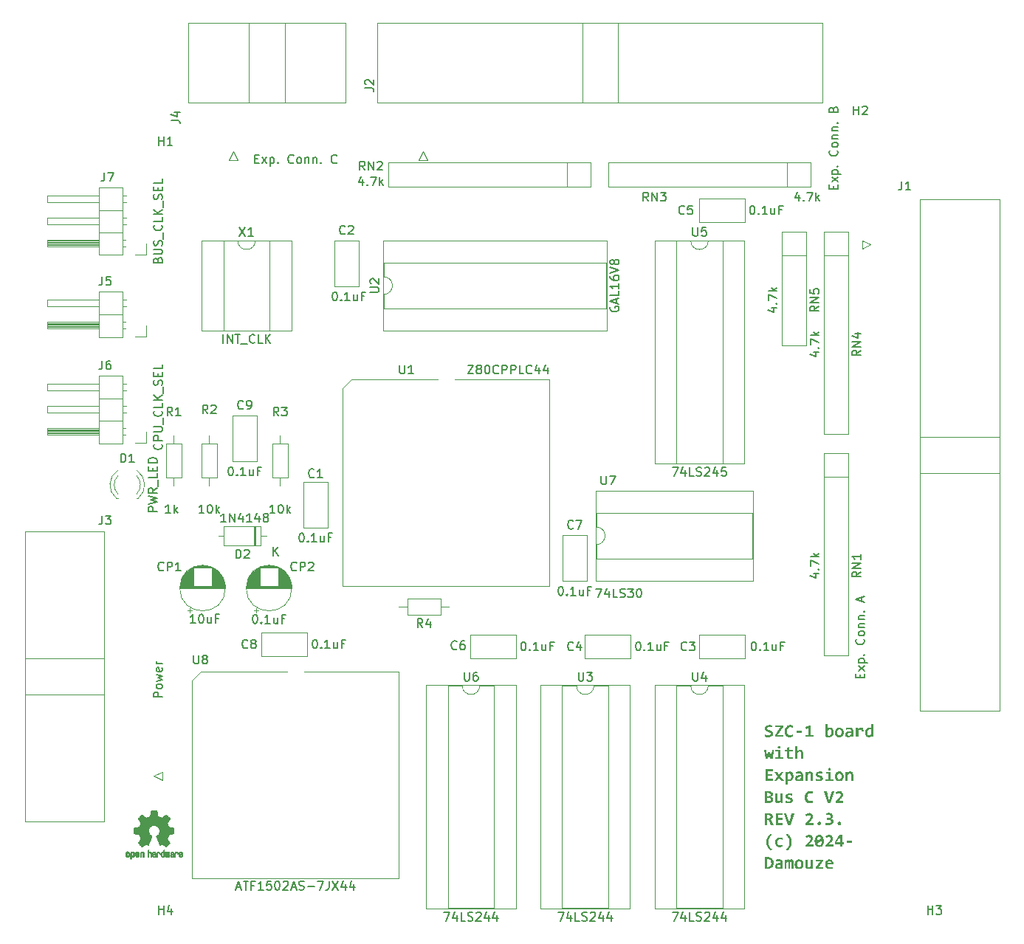
<source format=gbr>
G04 #@! TF.GenerationSoftware,KiCad,Pcbnew,8.0.3*
G04 #@! TF.CreationDate,2024-06-07T18:20:04+02:00*
G04 #@! TF.ProjectId,cpu_board_ext_bus_v2,6370755f-626f-4617-9264-5f6578745f62,2.3*
G04 #@! TF.SameCoordinates,PX18392c0PY730f910*
G04 #@! TF.FileFunction,Legend,Top*
G04 #@! TF.FilePolarity,Positive*
%FSLAX46Y46*%
G04 Gerber Fmt 4.6, Leading zero omitted, Abs format (unit mm)*
G04 Created by KiCad (PCBNEW 8.0.3) date 2024-06-07 18:20:04*
%MOMM*%
%LPD*%
G01*
G04 APERTURE LIST*
%ADD10C,0.300000*%
%ADD11C,0.150000*%
%ADD12C,0.010000*%
%ADD13C,0.120000*%
G04 APERTURE END LIST*
D10*
G36*
X77614098Y22036468D02*
G01*
X77608379Y21958329D01*
X77589277Y21882749D01*
X77573431Y21845958D01*
X77531607Y21780512D01*
X77477301Y21725865D01*
X77459492Y21712235D01*
X77395362Y21674082D01*
X77322042Y21644757D01*
X77285102Y21634200D01*
X77206912Y21618572D01*
X77130622Y21610583D01*
X77064918Y21608554D01*
X76986264Y21610100D01*
X76909671Y21614737D01*
X76859754Y21619545D01*
X76785874Y21629574D01*
X76712613Y21643725D01*
X76664115Y21655449D01*
X76664115Y21913369D01*
X76737273Y21892418D01*
X76762667Y21885892D01*
X76837114Y21869163D01*
X76866348Y21863544D01*
X76940943Y21851933D01*
X76970029Y21848523D01*
X77045661Y21843371D01*
X77070047Y21843027D01*
X77144107Y21846621D01*
X77192412Y21854385D01*
X77262235Y21878403D01*
X77274844Y21885526D01*
X77321006Y21933153D01*
X77335661Y21994336D01*
X77315317Y22065965D01*
X77307084Y22076768D01*
X77249150Y22125623D01*
X77232346Y22135386D01*
X77166078Y22166837D01*
X77126833Y22181548D01*
X77055885Y22206944D01*
X77006299Y22225512D01*
X76938048Y22253860D01*
X76885765Y22278634D01*
X76820113Y22318911D01*
X76780253Y22352274D01*
X76731635Y22410728D01*
X76705514Y22457420D01*
X76683503Y22529172D01*
X76677304Y22604332D01*
X76684540Y22680994D01*
X76706247Y22753443D01*
X76743341Y22819663D01*
X76796739Y22876907D01*
X76857577Y22918932D01*
X76925999Y22950545D01*
X76955375Y22960805D01*
X77026840Y22978534D01*
X77099999Y22988266D01*
X77180957Y22991915D01*
X77189481Y22991946D01*
X77265233Y22990140D01*
X77273379Y22989747D01*
X77349193Y22985420D01*
X77359841Y22984618D01*
X77434825Y22978103D01*
X77442273Y22977291D01*
X77515179Y22968498D01*
X77515179Y22734025D01*
X77443005Y22752710D01*
X77369847Y22766177D01*
X77362039Y22767364D01*
X77288669Y22776380D01*
X77278142Y22777256D01*
X77204786Y22780888D01*
X77197541Y22780920D01*
X77122065Y22776483D01*
X77084335Y22769563D01*
X77015533Y22743877D01*
X77007765Y22739154D01*
X76964534Y22691161D01*
X76951345Y22627780D01*
X76977819Y22557495D01*
X76979555Y22555606D01*
X77038084Y22510658D01*
X77055026Y22501384D01*
X77121782Y22471068D01*
X77160905Y22456321D01*
X77232418Y22430360D01*
X77282538Y22411258D01*
X77351858Y22382265D01*
X77404171Y22356670D01*
X77466999Y22317875D01*
X77510417Y22281932D01*
X77559517Y22224042D01*
X77585521Y22177884D01*
X77608628Y22103747D01*
X77614098Y22036468D01*
G37*
G36*
X77823658Y21632001D02*
G01*
X77823658Y21816649D01*
X78439516Y22734025D01*
X77843075Y22734025D01*
X77843075Y22968498D01*
X78761184Y22968498D01*
X78761184Y22769196D01*
X78140929Y21866475D01*
X78769244Y21866475D01*
X78769244Y21632001D01*
X77823658Y21632001D01*
G37*
G36*
X79904241Y21678896D02*
G01*
X79832279Y21653045D01*
X79756945Y21631968D01*
X79730584Y21626140D01*
X79655841Y21614118D01*
X79578434Y21608829D01*
X79555828Y21608554D01*
X79476858Y21611916D01*
X79403162Y21622001D01*
X79327463Y21641092D01*
X79299007Y21651052D01*
X79226298Y21685414D01*
X79161813Y21729559D01*
X79110329Y21778181D01*
X79062016Y21841169D01*
X79025609Y21906771D01*
X78996357Y21980316D01*
X78993825Y21988108D01*
X78974699Y22061775D01*
X78961832Y22141817D01*
X78955649Y22218319D01*
X78954258Y22279001D01*
X78956960Y22361639D01*
X78965066Y22439560D01*
X78978576Y22512764D01*
X78997489Y22581251D01*
X79024733Y22652578D01*
X79061871Y22724147D01*
X79106235Y22787631D01*
X79120954Y22805100D01*
X79174656Y22857858D01*
X79235013Y22902101D01*
X79302025Y22937828D01*
X79316226Y22943952D01*
X79390880Y22969261D01*
X79462779Y22984025D01*
X79539141Y22991196D01*
X79574513Y22991946D01*
X79648856Y22990381D01*
X79661708Y22989747D01*
X79736669Y22983093D01*
X79741575Y22982420D01*
X79815721Y22968896D01*
X79820710Y22967766D01*
X79893479Y22948451D01*
X79904241Y22945051D01*
X79904241Y22687131D01*
X79834428Y22714461D01*
X79762219Y22735778D01*
X79737179Y22741353D01*
X79661616Y22753443D01*
X79593197Y22757473D01*
X79519803Y22751849D01*
X79446537Y22731386D01*
X79429066Y22723401D01*
X79367242Y22682826D01*
X79317325Y22628512D01*
X79279406Y22561559D01*
X79254172Y22488310D01*
X79252845Y22483066D01*
X79238820Y22406109D01*
X79232829Y22328873D01*
X79232329Y22297685D01*
X79235265Y22220594D01*
X79245074Y22144172D01*
X79253211Y22106077D01*
X79278204Y22032715D01*
X79316042Y21966883D01*
X79318791Y21963195D01*
X79372819Y21908771D01*
X79431997Y21873802D01*
X79502547Y21851713D01*
X79578562Y21843298D01*
X79596128Y21843027D01*
X79669768Y21848889D01*
X79742386Y21862523D01*
X79750001Y21864276D01*
X79823170Y21884249D01*
X79830601Y21886625D01*
X79899960Y21911676D01*
X79904241Y21913369D01*
X79904241Y21678896D01*
G37*
G36*
X80282695Y22077500D02*
G01*
X80282695Y22311974D01*
X80923466Y22311974D01*
X80923466Y22077500D01*
X80282695Y22077500D01*
G37*
G36*
X81333061Y21632001D02*
G01*
X81333061Y21866475D01*
X81675978Y21866475D01*
X81675978Y22708013D01*
X81377025Y22546447D01*
X81294593Y22757473D01*
X81722507Y22968498D01*
X81933532Y22968498D01*
X81933532Y21866475D01*
X82229188Y21866475D01*
X82229188Y21632001D01*
X81333061Y21632001D01*
G37*
G36*
X83877461Y22753443D02*
G01*
X83867203Y22549011D01*
X83916426Y22603708D01*
X83976332Y22651794D01*
X83999460Y22666248D01*
X84071639Y22696552D01*
X84149084Y22709496D01*
X84181544Y22710578D01*
X84258720Y22703355D01*
X84332695Y22679586D01*
X84346407Y22672842D01*
X84408918Y22630725D01*
X84461125Y22574439D01*
X84467308Y22565864D01*
X84505776Y22499667D01*
X84533459Y22428151D01*
X84542046Y22398069D01*
X84557897Y22320703D01*
X84566000Y22243720D01*
X84568058Y22176419D01*
X84564841Y22097323D01*
X84555191Y22024486D01*
X84536923Y21950899D01*
X84527391Y21923627D01*
X84495624Y21854783D01*
X84452278Y21789258D01*
X84413818Y21746674D01*
X84355704Y21699018D01*
X84290171Y21661563D01*
X84242360Y21642260D01*
X84165698Y21621720D01*
X84091080Y21611220D01*
X84026938Y21608554D01*
X83950214Y21610589D01*
X83870762Y21617450D01*
X83814080Y21625773D01*
X83741626Y21640113D01*
X83665808Y21659485D01*
X83626135Y21671569D01*
X83626135Y22299884D01*
X83877461Y22299884D01*
X83877461Y21822877D01*
X83948389Y21803945D01*
X83951100Y21803460D01*
X84026332Y21796312D01*
X84040493Y21796133D01*
X84114139Y21807177D01*
X84148937Y21821778D01*
X84209513Y21867588D01*
X84232468Y21895051D01*
X84269534Y21962285D01*
X84285591Y22010456D01*
X84299604Y22082813D01*
X84304257Y22158300D01*
X84304276Y22163596D01*
X84301891Y22237337D01*
X84292586Y22313115D01*
X84291819Y22317103D01*
X84270895Y22390508D01*
X84256282Y22421150D01*
X84205722Y22476805D01*
X84199495Y22480501D01*
X84128290Y22499478D01*
X84122925Y22499552D01*
X84048857Y22480566D01*
X84000560Y22445697D01*
X83948327Y22391460D01*
X83901547Y22333140D01*
X83877461Y22299884D01*
X83626135Y22299884D01*
X83626135Y23085735D01*
X83877461Y23085735D01*
X83877461Y22753443D01*
G37*
G36*
X85304351Y22706465D02*
G01*
X85382060Y22692598D01*
X85435608Y22675773D01*
X85505668Y22641932D01*
X85566416Y22596965D01*
X85591313Y22572459D01*
X85638089Y22511352D01*
X85672359Y22445287D01*
X85688400Y22402466D01*
X85707590Y22329182D01*
X85718122Y22256023D01*
X85722072Y22176640D01*
X85722105Y22168359D01*
X85718671Y22092581D01*
X85706958Y22014020D01*
X85686934Y21940480D01*
X85656452Y21867116D01*
X85617211Y21801995D01*
X85586184Y21763160D01*
X85532500Y21712567D01*
X85470367Y21671248D01*
X85424251Y21648854D01*
X85348723Y21624296D01*
X85272790Y21611742D01*
X85205898Y21608554D01*
X85128911Y21612580D01*
X85051442Y21626156D01*
X84997803Y21642626D01*
X84927981Y21676170D01*
X84867349Y21720839D01*
X84842465Y21745208D01*
X84795568Y21806198D01*
X84760972Y21872478D01*
X84744645Y21915567D01*
X84725247Y21989823D01*
X84714600Y22064241D01*
X84710607Y22145242D01*
X84710574Y22153704D01*
X84710857Y22159932D01*
X84972158Y22159932D01*
X84976279Y22080683D01*
X84990769Y22003954D01*
X85019105Y21934130D01*
X85038103Y21905309D01*
X85094363Y21853068D01*
X85164224Y21824938D01*
X85218354Y21819580D01*
X85293803Y21830782D01*
X85327531Y21845592D01*
X85385141Y21893393D01*
X85402636Y21917766D01*
X85434312Y21985776D01*
X85445867Y22026942D01*
X85457716Y22100732D01*
X85460521Y22162131D01*
X85456674Y22240991D01*
X85443150Y22317227D01*
X85416703Y22386436D01*
X85398972Y22414922D01*
X85344893Y22466493D01*
X85274431Y22494263D01*
X85218354Y22499552D01*
X85143507Y22489105D01*
X85105881Y22472808D01*
X85047850Y22424479D01*
X85029677Y22399901D01*
X84997512Y22332529D01*
X84986079Y22291824D01*
X84974455Y22215634D01*
X84972158Y22159932D01*
X84710857Y22159932D01*
X84714044Y22230025D01*
X84725878Y22308854D01*
X84746111Y22382316D01*
X84777092Y22455251D01*
X84816728Y22519633D01*
X84847960Y22557804D01*
X84902039Y22607847D01*
X84964258Y22648617D01*
X85010259Y22670644D01*
X85085702Y22694979D01*
X85160922Y22707419D01*
X85226781Y22710578D01*
X85304351Y22706465D01*
G37*
G36*
X86437568Y22707937D02*
G01*
X86511662Y22699033D01*
X86561079Y22688230D01*
X86632869Y22662368D01*
X86698466Y22621185D01*
X86750424Y22563830D01*
X86778333Y22509444D01*
X86797842Y22436812D01*
X86804320Y22358572D01*
X86804345Y22353006D01*
X86804345Y21632001D01*
X86589289Y21632001D01*
X86583061Y21770854D01*
X86529529Y21718904D01*
X86513818Y21705641D01*
X86453247Y21664317D01*
X86434684Y21654350D01*
X86365304Y21627147D01*
X86340162Y21620644D01*
X86265638Y21609735D01*
X86228787Y21608554D01*
X86153133Y21614599D01*
X86087370Y21632734D01*
X86021996Y21668164D01*
X85985155Y21700145D01*
X85941592Y21761053D01*
X85922873Y21804193D01*
X85905987Y21876965D01*
X85902250Y21934985D01*
X86165772Y21934985D01*
X86181801Y21862857D01*
X86206805Y21831670D01*
X86273922Y21800332D01*
X86319279Y21796133D01*
X86393220Y21815181D01*
X86428089Y21836433D01*
X86487715Y21885709D01*
X86540342Y21938424D01*
X86553019Y21952204D01*
X86553019Y22100948D01*
X86399513Y22100948D01*
X86324207Y22095268D01*
X86291435Y22087759D01*
X86224627Y22055729D01*
X86219262Y22051489D01*
X86178595Y21998732D01*
X86165772Y21934985D01*
X85902250Y21934985D01*
X85901990Y21939015D01*
X85909867Y22011921D01*
X85933497Y22078966D01*
X85976176Y22142306D01*
X86029119Y22189608D01*
X86096572Y22228538D01*
X86166362Y22255244D01*
X86189952Y22262148D01*
X86266906Y22278222D01*
X86345684Y22286440D01*
X86415999Y22288526D01*
X86553019Y22288526D01*
X86553019Y22350442D01*
X86541662Y22421883D01*
X86505026Y22476471D01*
X86439447Y22510909D01*
X86365646Y22522421D01*
X86340895Y22522999D01*
X86266007Y22519916D01*
X86191966Y22510665D01*
X86158079Y22504315D01*
X86085759Y22486952D01*
X86015252Y22464632D01*
X85983323Y22452657D01*
X85983323Y22663683D01*
X86058805Y22681044D01*
X86132428Y22693616D01*
X86156613Y22697022D01*
X86231609Y22705283D01*
X86308769Y22709731D01*
X86361411Y22710578D01*
X86437568Y22707937D01*
G37*
G36*
X87759823Y22288526D02*
G01*
X87757350Y22363677D01*
X87753962Y22384514D01*
X87729415Y22449727D01*
X87687650Y22487462D01*
X87630863Y22499552D01*
X87560138Y22480375D01*
X87516191Y22450459D01*
X87462015Y22395301D01*
X87416300Y22334843D01*
X87385765Y22288526D01*
X87385765Y21632001D01*
X87128211Y21632001D01*
X87128211Y22687131D01*
X87356090Y22687131D01*
X87365249Y22522999D01*
X87409345Y22584609D01*
X87423135Y22599936D01*
X87480715Y22649610D01*
X87495308Y22659287D01*
X87562848Y22691058D01*
X87583602Y22697389D01*
X87658041Y22709535D01*
X87689848Y22710578D01*
X87764494Y22703892D01*
X87830165Y22683833D01*
X87893148Y22645515D01*
X87933480Y22604332D01*
X87971755Y22540731D01*
X87995396Y22472075D01*
X88008539Y22397993D01*
X88012706Y22320538D01*
X88012248Y22288526D01*
X87759823Y22288526D01*
G37*
G36*
X89115371Y21632001D02*
G01*
X88897751Y21632001D01*
X88891523Y21786241D01*
X88840827Y21730256D01*
X88823379Y21713334D01*
X88765642Y21667852D01*
X88748274Y21657281D01*
X88679270Y21626546D01*
X88662179Y21621377D01*
X88587921Y21609356D01*
X88560696Y21608554D01*
X88483519Y21615707D01*
X88409545Y21639245D01*
X88395832Y21645923D01*
X88333503Y21688223D01*
X88281157Y21744369D01*
X88274932Y21752902D01*
X88236644Y21819169D01*
X88208876Y21890875D01*
X88200193Y21921063D01*
X88184565Y21998721D01*
X88176576Y22075519D01*
X88174548Y22142347D01*
X88175115Y22156269D01*
X88438330Y22156269D01*
X88440574Y22082458D01*
X88449332Y22006406D01*
X88450054Y22002396D01*
X88469459Y21931584D01*
X88485225Y21897616D01*
X88536086Y21841961D01*
X88542377Y21838265D01*
X88614312Y21819653D01*
X88619680Y21819580D01*
X88693185Y21838437D01*
X88740947Y21873069D01*
X88792929Y21927696D01*
X88839606Y21986463D01*
X88863679Y22019981D01*
X88863679Y22496255D01*
X88792751Y22514844D01*
X88790040Y22515306D01*
X88715948Y22522812D01*
X88702112Y22522999D01*
X88627655Y22511955D01*
X88592936Y22497354D01*
X88532848Y22451875D01*
X88509771Y22424447D01*
X88472877Y22357214D01*
X88456648Y22309043D01*
X88442910Y22236777D01*
X88438348Y22161542D01*
X88438330Y22156269D01*
X88175115Y22156269D01*
X88177764Y22221295D01*
X88187415Y22294099D01*
X88205683Y22367787D01*
X88215214Y22395138D01*
X88246895Y22464357D01*
X88289949Y22529993D01*
X88328054Y22572459D01*
X88385946Y22620063D01*
X88451359Y22657364D01*
X88499146Y22676506D01*
X88575757Y22697269D01*
X88650237Y22707883D01*
X88714202Y22710578D01*
X88788026Y22706070D01*
X88792971Y22705449D01*
X88863679Y22692260D01*
X88863679Y23085735D01*
X89115371Y23085735D01*
X89115371Y21632001D01*
G37*
G36*
X77565738Y19112001D02*
G01*
X77286202Y19112001D01*
X77175193Y19464078D01*
X77141121Y19586443D01*
X77107049Y19460780D01*
X77000071Y19112001D01*
X76719802Y19112001D01*
X76571425Y20167131D01*
X76810294Y20167131D01*
X76885399Y19542113D01*
X76902985Y19397399D01*
X76945116Y19550540D01*
X77050263Y19885763D01*
X77241871Y19885763D01*
X77354345Y19552738D01*
X77402705Y19395201D01*
X77422123Y19564828D01*
X77485137Y20167131D01*
X77713016Y20167131D01*
X77565738Y19112001D01*
G37*
G36*
X78475786Y20448132D02*
G01*
X78463330Y20384018D01*
X78428892Y20331995D01*
X78376868Y20297190D01*
X78312022Y20284367D01*
X78246442Y20297190D01*
X78193686Y20331995D01*
X78159248Y20384018D01*
X78147158Y20448132D01*
X78159248Y20511513D01*
X78193686Y20564269D01*
X78246442Y20599807D01*
X78312022Y20612630D01*
X78376868Y20599807D01*
X78428892Y20564269D01*
X78463330Y20511513D01*
X78475786Y20448132D01*
G37*
G36*
X78197350Y19979552D02*
G01*
X77901694Y19979552D01*
X77901694Y20167131D01*
X78455270Y20167131D01*
X78455270Y19299580D01*
X78757154Y19299580D01*
X78757154Y19112001D01*
X77865790Y19112001D01*
X77865790Y19299580D01*
X78197350Y19299580D01*
X78197350Y19979552D01*
G37*
G36*
X79876397Y19112001D02*
G01*
X79803787Y19101954D01*
X79739377Y19095149D01*
X79664093Y19089816D01*
X79608585Y19088554D01*
X79535340Y19091645D01*
X79459917Y19103066D01*
X79430898Y19110536D01*
X79362571Y19138288D01*
X79307067Y19177581D01*
X79260248Y19236339D01*
X79234893Y19292619D01*
X79218326Y19364017D01*
X79212015Y19441114D01*
X79211812Y19458948D01*
X79211812Y19979552D01*
X78930444Y19979552D01*
X78930444Y20167131D01*
X79211812Y20167131D01*
X79211812Y20429814D01*
X79469366Y20495393D01*
X79469366Y20167131D01*
X79876397Y20167131D01*
X79876397Y19979552D01*
X79469366Y19979552D01*
X79469366Y19482396D01*
X79478382Y19407483D01*
X79510399Y19345742D01*
X79574477Y19308416D01*
X79648518Y19299580D01*
X79724625Y19302299D01*
X79769052Y19306541D01*
X79841894Y19316947D01*
X79876397Y19323027D01*
X79876397Y19112001D01*
G37*
G36*
X80790476Y19112001D02*
G01*
X80790476Y19804796D01*
X80782484Y19881252D01*
X80745400Y19950711D01*
X80670481Y19979381D01*
X80662615Y19979552D01*
X80588852Y19961083D01*
X80540615Y19927162D01*
X80488383Y19874168D01*
X80441603Y19817359D01*
X80417517Y19785013D01*
X80417517Y19112001D01*
X80166191Y19112001D01*
X80166191Y20565735D01*
X80417517Y20565735D01*
X80417517Y20213659D01*
X80405061Y20027546D01*
X80455534Y20082733D01*
X80469907Y20096422D01*
X80529558Y20141051D01*
X80541348Y20147713D01*
X80610079Y20175911D01*
X80623780Y20179587D01*
X80698636Y20190052D01*
X80721599Y20190578D01*
X80796704Y20183892D01*
X80861550Y20163833D01*
X80925796Y20124760D01*
X80961568Y20089095D01*
X81002321Y20024999D01*
X81022018Y19972958D01*
X81037131Y19900784D01*
X81042148Y19825801D01*
X81042168Y19820550D01*
X81042168Y19112001D01*
X80790476Y19112001D01*
G37*
G36*
X76752775Y16592001D02*
G01*
X76752775Y17928498D01*
X77563539Y17928498D01*
X77563539Y17717473D01*
X77010329Y17717473D01*
X77010329Y17389210D01*
X77537894Y17389210D01*
X77537894Y17178184D01*
X77010329Y17178184D01*
X77010329Y16803027D01*
X77563539Y16803027D01*
X77563539Y16592001D01*
X76752775Y16592001D01*
G37*
G36*
X78533306Y16592001D02*
G01*
X78294436Y16958732D01*
X78054467Y16592001D01*
X77750385Y16592001D01*
X78142761Y17123596D01*
X77770902Y17647131D01*
X78076816Y17647131D01*
X78312022Y17294322D01*
X78543564Y17647131D01*
X78826031Y17647131D01*
X78465528Y17125794D01*
X78845814Y16592001D01*
X78533306Y16592001D01*
G37*
G36*
X79645462Y17663355D02*
G01*
X79719436Y17639586D01*
X79733149Y17632842D01*
X79795659Y17590725D01*
X79847866Y17534439D01*
X79854049Y17525864D01*
X79892517Y17459667D01*
X79920200Y17388151D01*
X79928787Y17358069D01*
X79944638Y17280703D01*
X79952741Y17203720D01*
X79954799Y17136419D01*
X79951582Y17057323D01*
X79941932Y16984486D01*
X79923664Y16910899D01*
X79914132Y16883627D01*
X79882365Y16814783D01*
X79839019Y16749258D01*
X79800560Y16706674D01*
X79742445Y16659018D01*
X79676912Y16621563D01*
X79629101Y16602260D01*
X79552439Y16581720D01*
X79477821Y16571220D01*
X79413679Y16568554D01*
X79340177Y16573062D01*
X79335277Y16573683D01*
X79264202Y16587239D01*
X79264202Y16193397D01*
X79012876Y16193397D01*
X79012876Y17259884D01*
X79264202Y17259884D01*
X79264202Y16782877D01*
X79335130Y16763945D01*
X79337841Y16763460D01*
X79413074Y16756312D01*
X79427234Y16756133D01*
X79500880Y16767177D01*
X79535678Y16781778D01*
X79596254Y16827588D01*
X79619209Y16855051D01*
X79656275Y16922285D01*
X79672332Y16970456D01*
X79686345Y17042813D01*
X79690998Y17118300D01*
X79691017Y17123596D01*
X79688632Y17197337D01*
X79679327Y17273115D01*
X79678560Y17277103D01*
X79657636Y17350508D01*
X79643023Y17381150D01*
X79592463Y17436805D01*
X79586236Y17440501D01*
X79515032Y17459478D01*
X79509666Y17459552D01*
X79435598Y17440566D01*
X79387301Y17405697D01*
X79335068Y17351460D01*
X79288288Y17293140D01*
X79264202Y17259884D01*
X79012876Y17259884D01*
X79012876Y17647131D01*
X79230130Y17647131D01*
X79236359Y17491426D01*
X79285612Y17548304D01*
X79302671Y17565431D01*
X79360183Y17611486D01*
X79377409Y17622218D01*
X79446766Y17653064D01*
X79463871Y17658122D01*
X79536622Y17669593D01*
X79568285Y17670578D01*
X79645462Y17663355D01*
G37*
G36*
X80670994Y17667937D02*
G01*
X80745089Y17659033D01*
X80794506Y17648230D01*
X80866296Y17622368D01*
X80931892Y17581185D01*
X80983850Y17523830D01*
X81011760Y17469444D01*
X81031269Y17396812D01*
X81037746Y17318572D01*
X81037772Y17313006D01*
X81037772Y16592001D01*
X80822716Y16592001D01*
X80816488Y16730854D01*
X80762955Y16678904D01*
X80747245Y16665641D01*
X80686673Y16624317D01*
X80668110Y16614350D01*
X80598730Y16587147D01*
X80573588Y16580644D01*
X80499065Y16569735D01*
X80462213Y16568554D01*
X80386559Y16574599D01*
X80320797Y16592734D01*
X80255423Y16628164D01*
X80218581Y16660145D01*
X80175018Y16721053D01*
X80156299Y16764193D01*
X80139414Y16836965D01*
X80135677Y16894985D01*
X80399199Y16894985D01*
X80415227Y16822857D01*
X80440232Y16791670D01*
X80507348Y16760332D01*
X80552705Y16756133D01*
X80626647Y16775181D01*
X80661516Y16796433D01*
X80721141Y16845709D01*
X80773769Y16898424D01*
X80786446Y16912204D01*
X80786446Y17060948D01*
X80632939Y17060948D01*
X80557633Y17055268D01*
X80524862Y17047759D01*
X80458054Y17015729D01*
X80452688Y17011489D01*
X80412022Y16958732D01*
X80399199Y16894985D01*
X80135677Y16894985D01*
X80135417Y16899015D01*
X80143293Y16971921D01*
X80166924Y17038966D01*
X80209603Y17102306D01*
X80262545Y17149608D01*
X80329999Y17188538D01*
X80399788Y17215244D01*
X80423379Y17222148D01*
X80500332Y17238222D01*
X80579110Y17246440D01*
X80649426Y17248526D01*
X80786446Y17248526D01*
X80786446Y17310442D01*
X80775089Y17381883D01*
X80738452Y17436471D01*
X80672873Y17470909D01*
X80599072Y17482421D01*
X80574321Y17482999D01*
X80499433Y17479916D01*
X80425392Y17470665D01*
X80391505Y17464315D01*
X80319185Y17446952D01*
X80248679Y17424632D01*
X80216749Y17412657D01*
X80216749Y17623683D01*
X80292232Y17641044D01*
X80365854Y17653616D01*
X80390040Y17657022D01*
X80465036Y17665283D01*
X80542195Y17669731D01*
X80594837Y17670578D01*
X80670994Y17667937D01*
G37*
G36*
X81943791Y16592001D02*
G01*
X81943791Y17284796D01*
X81935799Y17361252D01*
X81898715Y17430711D01*
X81823796Y17459381D01*
X81815929Y17459552D01*
X81742167Y17441083D01*
X81693930Y17407162D01*
X81641697Y17354168D01*
X81594917Y17297359D01*
X81570832Y17265013D01*
X81570832Y16592001D01*
X81319506Y16592001D01*
X81319506Y17647131D01*
X81536760Y17647131D01*
X81542988Y17491426D01*
X81592241Y17548304D01*
X81609300Y17565431D01*
X81666813Y17611486D01*
X81684038Y17622218D01*
X81753396Y17653064D01*
X81770500Y17658122D01*
X81843252Y17669593D01*
X81874914Y17670578D01*
X81950019Y17663892D01*
X82014865Y17643833D01*
X82079111Y17604760D01*
X82114883Y17569095D01*
X82155635Y17504999D01*
X82175333Y17452958D01*
X82190445Y17380784D01*
X82195463Y17305801D01*
X82195483Y17300550D01*
X82195483Y16592001D01*
X81943791Y16592001D01*
G37*
G36*
X83336341Y16903045D02*
G01*
X83328698Y16828983D01*
X83301243Y16756878D01*
X83296407Y16748805D01*
X83250337Y16690920D01*
X83191261Y16644758D01*
X83121560Y16610320D01*
X83048064Y16588016D01*
X83042883Y16586872D01*
X82969734Y16574350D01*
X82895181Y16568840D01*
X82873623Y16568554D01*
X82796966Y16569290D01*
X82719463Y16571772D01*
X82665528Y16574782D01*
X82591910Y16580452D01*
X82516416Y16588587D01*
X82490406Y16592001D01*
X82490406Y16826475D01*
X82562895Y16801556D01*
X82635280Y16782305D01*
X82683480Y16772619D01*
X82760014Y16761945D01*
X82838513Y16756535D01*
X82865563Y16756133D01*
X82942510Y16762514D01*
X83013208Y16789472D01*
X83058417Y16848333D01*
X83062301Y16877033D01*
X83052042Y16920630D01*
X83013208Y16958366D01*
X82945888Y16990984D01*
X82933340Y16995735D01*
X82861067Y17020343D01*
X82798518Y17038966D01*
X82725978Y17062322D01*
X82662964Y17088425D01*
X82598020Y17126636D01*
X82566610Y17153272D01*
X82521680Y17213235D01*
X82509457Y17240100D01*
X82492657Y17312273D01*
X82490406Y17355871D01*
X82500480Y17429858D01*
X82518982Y17477504D01*
X82563297Y17540336D01*
X82605078Y17577521D01*
X82669558Y17616173D01*
X82742652Y17644090D01*
X82747960Y17645665D01*
X82822155Y17661795D01*
X82899228Y17669386D01*
X82947995Y17670578D01*
X83024617Y17669369D01*
X83098749Y17665362D01*
X83123117Y17663251D01*
X83199121Y17655052D01*
X83257939Y17647131D01*
X83257939Y17436105D01*
X83186824Y17454463D01*
X83114295Y17468688D01*
X83089412Y17472375D01*
X83015888Y17480001D01*
X82938173Y17482989D01*
X82933340Y17482999D01*
X82859788Y17475141D01*
X82809143Y17455156D01*
X82763897Y17395640D01*
X82762248Y17377853D01*
X82771407Y17335355D01*
X82808044Y17298718D01*
X82875298Y17265340D01*
X82884248Y17261715D01*
X82953524Y17237801D01*
X83013574Y17219950D01*
X83087535Y17196488D01*
X83158496Y17167958D01*
X83166348Y17164262D01*
X83231219Y17126311D01*
X83265633Y17097218D01*
X83308900Y17038011D01*
X83319855Y17011855D01*
X83334731Y16939960D01*
X83336341Y16903045D01*
G37*
G36*
X84242360Y17928132D02*
G01*
X84229904Y17864018D01*
X84195465Y17811995D01*
X84143442Y17777190D01*
X84078595Y17764367D01*
X84013016Y17777190D01*
X83960259Y17811995D01*
X83925821Y17864018D01*
X83913731Y17928132D01*
X83925821Y17991513D01*
X83960259Y18044269D01*
X84013016Y18079807D01*
X84078595Y18092630D01*
X84143442Y18079807D01*
X84195465Y18044269D01*
X84229904Y17991513D01*
X84242360Y17928132D01*
G37*
G36*
X83963923Y17459552D02*
G01*
X83668267Y17459552D01*
X83668267Y17647131D01*
X84221844Y17647131D01*
X84221844Y16779580D01*
X84523728Y16779580D01*
X84523728Y16592001D01*
X83632363Y16592001D01*
X83632363Y16779580D01*
X83963923Y16779580D01*
X83963923Y17459552D01*
G37*
G36*
X85304351Y17666465D02*
G01*
X85382060Y17652598D01*
X85435608Y17635773D01*
X85505668Y17601932D01*
X85566416Y17556965D01*
X85591313Y17532459D01*
X85638089Y17471352D01*
X85672359Y17405287D01*
X85688400Y17362466D01*
X85707590Y17289182D01*
X85718122Y17216023D01*
X85722072Y17136640D01*
X85722105Y17128359D01*
X85718671Y17052581D01*
X85706958Y16974020D01*
X85686934Y16900480D01*
X85656452Y16827116D01*
X85617211Y16761995D01*
X85586184Y16723160D01*
X85532500Y16672567D01*
X85470367Y16631248D01*
X85424251Y16608854D01*
X85348723Y16584296D01*
X85272790Y16571742D01*
X85205898Y16568554D01*
X85128911Y16572580D01*
X85051442Y16586156D01*
X84997803Y16602626D01*
X84927981Y16636170D01*
X84867349Y16680839D01*
X84842465Y16705208D01*
X84795568Y16766198D01*
X84760972Y16832478D01*
X84744645Y16875567D01*
X84725247Y16949823D01*
X84714600Y17024241D01*
X84710607Y17105242D01*
X84710574Y17113704D01*
X84710857Y17119932D01*
X84972158Y17119932D01*
X84976279Y17040683D01*
X84990769Y16963954D01*
X85019105Y16894130D01*
X85038103Y16865309D01*
X85094363Y16813068D01*
X85164224Y16784938D01*
X85218354Y16779580D01*
X85293803Y16790782D01*
X85327531Y16805592D01*
X85385141Y16853393D01*
X85402636Y16877766D01*
X85434312Y16945776D01*
X85445867Y16986942D01*
X85457716Y17060732D01*
X85460521Y17122131D01*
X85456674Y17200991D01*
X85443150Y17277227D01*
X85416703Y17346436D01*
X85398972Y17374922D01*
X85344893Y17426493D01*
X85274431Y17454263D01*
X85218354Y17459552D01*
X85143507Y17449105D01*
X85105881Y17432808D01*
X85047850Y17384479D01*
X85029677Y17359901D01*
X84997512Y17292529D01*
X84986079Y17251824D01*
X84974455Y17175634D01*
X84972158Y17119932D01*
X84710857Y17119932D01*
X84714044Y17190025D01*
X84725878Y17268854D01*
X84746111Y17342316D01*
X84777092Y17415251D01*
X84816728Y17479633D01*
X84847960Y17517804D01*
X84902039Y17567847D01*
X84964258Y17608617D01*
X85010259Y17630644D01*
X85085702Y17654979D01*
X85160922Y17667419D01*
X85226781Y17670578D01*
X85304351Y17666465D01*
G37*
G36*
X86557049Y16592001D02*
G01*
X86557049Y17284796D01*
X86549058Y17361252D01*
X86511973Y17430711D01*
X86437055Y17459381D01*
X86429188Y17459552D01*
X86355426Y17441083D01*
X86307189Y17407162D01*
X86254956Y17354168D01*
X86208176Y17297359D01*
X86184091Y17265013D01*
X86184091Y16592001D01*
X85932765Y16592001D01*
X85932765Y17647131D01*
X86150019Y17647131D01*
X86156247Y17491426D01*
X86205500Y17548304D01*
X86222559Y17565431D01*
X86280072Y17611486D01*
X86297297Y17622218D01*
X86366655Y17653064D01*
X86383759Y17658122D01*
X86456511Y17669593D01*
X86488173Y17670578D01*
X86563278Y17663892D01*
X86628124Y17643833D01*
X86692370Y17604760D01*
X86728142Y17569095D01*
X86768894Y17504999D01*
X86788592Y17452958D01*
X86803704Y17380784D01*
X86808722Y17305801D01*
X86808742Y17300550D01*
X86808742Y16592001D01*
X86557049Y16592001D01*
G37*
G36*
X77212960Y15405652D02*
G01*
X77286969Y15397112D01*
X77363089Y15379955D01*
X77436602Y15350857D01*
X77475246Y15327532D01*
X77530855Y15275616D01*
X77568265Y15210543D01*
X77587475Y15132313D01*
X77590284Y15083167D01*
X77583483Y15008566D01*
X77578194Y14984249D01*
X77551826Y14913954D01*
X77541557Y14895955D01*
X77495601Y14838576D01*
X77480008Y14824514D01*
X77416879Y14785427D01*
X77392447Y14775787D01*
X77465606Y14754836D01*
X77488801Y14743914D01*
X77551106Y14700156D01*
X77569035Y14681998D01*
X77611158Y14620561D01*
X77623623Y14592605D01*
X77641392Y14519921D01*
X77643773Y14477567D01*
X77637164Y14393893D01*
X77617336Y14319827D01*
X77578490Y14246943D01*
X77522379Y14186608D01*
X77505654Y14173484D01*
X77439371Y14133942D01*
X77361378Y14104111D01*
X77285206Y14086273D01*
X77200429Y14075569D01*
X77123210Y14072101D01*
X77107049Y14072001D01*
X76695989Y14072001D01*
X76695989Y14283027D01*
X76947315Y14283027D01*
X77124635Y14283027D01*
X77197988Y14289339D01*
X77231247Y14297682D01*
X77297833Y14331115D01*
X77307817Y14339081D01*
X77353712Y14399128D01*
X77354712Y14401363D01*
X77370769Y14472868D01*
X77370832Y14477933D01*
X77354437Y14553313D01*
X77305253Y14610191D01*
X77234798Y14642999D01*
X77160648Y14655888D01*
X77104851Y14658184D01*
X76947315Y14658184D01*
X76947315Y14283027D01*
X76695989Y14283027D01*
X76695989Y14845763D01*
X76947315Y14845763D01*
X77100821Y14845763D01*
X77176777Y14852689D01*
X77205235Y14860417D01*
X77269989Y14896306D01*
X77275211Y14901084D01*
X77314412Y14960435D01*
X77326502Y15032975D01*
X77314045Y15100752D01*
X77274478Y15152776D01*
X77206800Y15185007D01*
X77204136Y15185749D01*
X77130085Y15196740D01*
X77100821Y15197473D01*
X76947315Y15197473D01*
X76947315Y14845763D01*
X76695989Y14845763D01*
X76695989Y15408498D01*
X77130863Y15408498D01*
X77212960Y15405652D01*
G37*
G36*
X78109056Y15127131D02*
G01*
X78109056Y14435068D01*
X78117024Y14359048D01*
X78140929Y14303910D01*
X78203971Y14263087D01*
X78238016Y14259580D01*
X78310861Y14278179D01*
X78358916Y14312336D01*
X78411149Y14365651D01*
X78457929Y14422735D01*
X78482015Y14455219D01*
X78482015Y15127131D01*
X78733340Y15127131D01*
X78733340Y14072001D01*
X78516086Y14072001D01*
X78509858Y14227706D01*
X78459781Y14171172D01*
X78442814Y14154067D01*
X78383819Y14106775D01*
X78369174Y14097647D01*
X78300040Y14066912D01*
X78282712Y14061743D01*
X78210191Y14049597D01*
X78179031Y14048554D01*
X78103469Y14055149D01*
X78037981Y14074932D01*
X77973606Y14114441D01*
X77937597Y14150403D01*
X77897150Y14214982D01*
X77877514Y14266907D01*
X77862401Y14339081D01*
X77857383Y14414064D01*
X77857363Y14419315D01*
X77857363Y15127131D01*
X78109056Y15127131D01*
G37*
G36*
X79876397Y14383045D02*
G01*
X79868753Y14308983D01*
X79841299Y14236878D01*
X79836463Y14228805D01*
X79790393Y14170920D01*
X79731317Y14124758D01*
X79661616Y14090320D01*
X79588119Y14068016D01*
X79582939Y14066872D01*
X79509789Y14054350D01*
X79435237Y14048840D01*
X79413679Y14048554D01*
X79337022Y14049290D01*
X79259519Y14051772D01*
X79205584Y14054782D01*
X79131966Y14060452D01*
X79056472Y14068587D01*
X79030462Y14072001D01*
X79030462Y14306475D01*
X79102950Y14281556D01*
X79175336Y14262305D01*
X79223536Y14252619D01*
X79300070Y14241945D01*
X79378569Y14236535D01*
X79405619Y14236133D01*
X79482565Y14242514D01*
X79553264Y14269472D01*
X79598473Y14328333D01*
X79602356Y14357033D01*
X79592098Y14400630D01*
X79553264Y14438366D01*
X79485944Y14470984D01*
X79473396Y14475735D01*
X79401122Y14500343D01*
X79338574Y14518966D01*
X79266034Y14542322D01*
X79203019Y14568425D01*
X79138076Y14606636D01*
X79106666Y14633272D01*
X79061736Y14693235D01*
X79049513Y14720100D01*
X79032713Y14792273D01*
X79030462Y14835871D01*
X79040536Y14909858D01*
X79059038Y14957504D01*
X79103353Y15020336D01*
X79145134Y15057521D01*
X79209614Y15096173D01*
X79282708Y15124090D01*
X79288016Y15125665D01*
X79362210Y15141795D01*
X79439284Y15149386D01*
X79488051Y15150578D01*
X79564673Y15149369D01*
X79638805Y15145362D01*
X79663173Y15143251D01*
X79739176Y15135052D01*
X79797995Y15127131D01*
X79797995Y14916105D01*
X79726880Y14934463D01*
X79654351Y14948688D01*
X79629467Y14952375D01*
X79555944Y14960001D01*
X79478229Y14962989D01*
X79473396Y14962999D01*
X79399844Y14955141D01*
X79349199Y14935156D01*
X79303953Y14875640D01*
X79302304Y14857853D01*
X79311463Y14815355D01*
X79348100Y14778718D01*
X79415354Y14745340D01*
X79424303Y14741715D01*
X79493580Y14717801D01*
X79553630Y14699950D01*
X79627591Y14676488D01*
X79698551Y14647958D01*
X79706404Y14644262D01*
X79771275Y14606311D01*
X79805689Y14577218D01*
X79848956Y14518011D01*
X79859911Y14491855D01*
X79874787Y14419960D01*
X79876397Y14383045D01*
G37*
G36*
X82210870Y14118896D02*
G01*
X82138908Y14093045D01*
X82063574Y14071968D01*
X82037213Y14066140D01*
X81962471Y14054118D01*
X81885063Y14048829D01*
X81862458Y14048554D01*
X81783487Y14051916D01*
X81709791Y14062001D01*
X81634093Y14081092D01*
X81605636Y14091052D01*
X81532927Y14125414D01*
X81468443Y14169559D01*
X81416959Y14218181D01*
X81368646Y14281169D01*
X81332238Y14346771D01*
X81302987Y14420316D01*
X81300455Y14428108D01*
X81281328Y14501775D01*
X81268461Y14581817D01*
X81262279Y14658319D01*
X81260888Y14719001D01*
X81263589Y14801639D01*
X81271695Y14879560D01*
X81285205Y14952764D01*
X81304119Y15021251D01*
X81331363Y15092578D01*
X81368500Y15164147D01*
X81412865Y15227631D01*
X81427583Y15245100D01*
X81481286Y15297858D01*
X81541643Y15342101D01*
X81608655Y15377828D01*
X81622855Y15383952D01*
X81697509Y15409261D01*
X81769409Y15424025D01*
X81845771Y15431196D01*
X81881142Y15431946D01*
X81955486Y15430381D01*
X81968337Y15429747D01*
X82043299Y15423093D01*
X82048204Y15422420D01*
X82122350Y15408896D01*
X82127339Y15407766D01*
X82200108Y15388451D01*
X82210870Y15385051D01*
X82210870Y15127131D01*
X82141057Y15154461D01*
X82068849Y15175778D01*
X82043808Y15181353D01*
X81968245Y15193443D01*
X81899827Y15197473D01*
X81826432Y15191849D01*
X81753167Y15171386D01*
X81735696Y15163401D01*
X81673872Y15122826D01*
X81623955Y15068512D01*
X81586036Y15001559D01*
X81560802Y14928310D01*
X81559474Y14923066D01*
X81545450Y14846109D01*
X81539459Y14768873D01*
X81538958Y14737685D01*
X81541895Y14660594D01*
X81551704Y14584172D01*
X81559841Y14546077D01*
X81584833Y14472715D01*
X81622672Y14406883D01*
X81625420Y14403195D01*
X81679448Y14348771D01*
X81738627Y14313802D01*
X81809177Y14291713D01*
X81885192Y14283298D01*
X81902758Y14283027D01*
X81976397Y14288889D01*
X82049015Y14302523D01*
X82056631Y14304276D01*
X82129799Y14324249D01*
X82137231Y14326625D01*
X82206590Y14351676D01*
X82210870Y14353369D01*
X82210870Y14118896D01*
G37*
G36*
X84229904Y14072001D02*
G01*
X83893948Y14072001D01*
X83482887Y15408498D01*
X83770483Y15408498D01*
X83997995Y14603596D01*
X84071268Y14339814D01*
X84147472Y14618983D01*
X84373152Y15408498D01*
X84643162Y15408498D01*
X84229904Y14072001D01*
G37*
G36*
X84769192Y14072001D02*
G01*
X84769192Y14259946D01*
X85087562Y14572455D01*
X85140156Y14625700D01*
X85194011Y14683265D01*
X85231177Y14725962D01*
X85279171Y14786961D01*
X85314708Y14841000D01*
X85346431Y14910040D01*
X85353176Y14934789D01*
X85362469Y15009471D01*
X85362702Y15023816D01*
X85350246Y15090861D01*
X85313975Y15146182D01*
X85254258Y15183551D01*
X85180758Y15197350D01*
X85172192Y15197473D01*
X85095531Y15189504D01*
X85024548Y15165599D01*
X84958511Y15128321D01*
X84899762Y15083558D01*
X84895954Y15080236D01*
X84762964Y15252061D01*
X84819836Y15299939D01*
X84881002Y15341448D01*
X84946461Y15376589D01*
X84960068Y15382853D01*
X85030514Y15408742D01*
X85104467Y15425042D01*
X85181925Y15431754D01*
X85197838Y15431946D01*
X85275125Y15427774D01*
X85351461Y15413949D01*
X85376990Y15406667D01*
X85447138Y15377998D01*
X85510782Y15335706D01*
X85514377Y15332661D01*
X85565118Y15277432D01*
X85603037Y15209929D01*
X85625652Y15135901D01*
X85634267Y15057803D01*
X85634544Y15039936D01*
X85629140Y14962725D01*
X85612929Y14890826D01*
X85584379Y14818575D01*
X85549914Y14756370D01*
X85507179Y14695152D01*
X85459595Y14637871D01*
X85448431Y14625578D01*
X85396771Y14571146D01*
X85344041Y14518862D01*
X85311045Y14487459D01*
X85115406Y14306475D01*
X85683271Y14306475D01*
X85683271Y14072001D01*
X84769192Y14072001D01*
G37*
G36*
X77162467Y12886291D02*
G01*
X77237678Y12878846D01*
X77290232Y12869814D01*
X77364543Y12848696D01*
X77432646Y12815487D01*
X77444837Y12807532D01*
X77501532Y12757248D01*
X77543389Y12693593D01*
X77568108Y12621148D01*
X77577289Y12547293D01*
X77577828Y12522500D01*
X77571727Y12449301D01*
X77556212Y12392441D01*
X77520268Y12324693D01*
X77495396Y12294622D01*
X77437798Y12247551D01*
X77402339Y12228310D01*
X77330841Y12202579D01*
X77284370Y12192773D01*
X77351114Y12160952D01*
X77374862Y12138917D01*
X77418745Y12080005D01*
X77454729Y12013166D01*
X77457294Y12007759D01*
X77672716Y11552001D01*
X77374862Y11552001D01*
X77185451Y11989074D01*
X77146201Y12052185D01*
X77110713Y12082863D01*
X77040463Y12110971D01*
X76997873Y12114737D01*
X76949513Y12114737D01*
X76949513Y11552001D01*
X76695989Y11552001D01*
X76695989Y12302316D01*
X76949513Y12302316D01*
X77052461Y12302316D01*
X77128197Y12308030D01*
X77159073Y12314406D01*
X77227872Y12342387D01*
X77241139Y12351042D01*
X77291178Y12407048D01*
X77293529Y12411492D01*
X77311921Y12482819D01*
X77312213Y12494290D01*
X77300152Y12569293D01*
X77256829Y12629080D01*
X77249199Y12634608D01*
X77176620Y12665375D01*
X77098619Y12676426D01*
X77060888Y12677473D01*
X76949513Y12677473D01*
X76949513Y12302316D01*
X76695989Y12302316D01*
X76695989Y12888498D01*
X77088365Y12888498D01*
X77162467Y12886291D01*
G37*
G36*
X77906090Y11552001D02*
G01*
X77906090Y12888498D01*
X78716854Y12888498D01*
X78716854Y12677473D01*
X78163644Y12677473D01*
X78163644Y12349210D01*
X78691209Y12349210D01*
X78691209Y12138184D01*
X78163644Y12138184D01*
X78163644Y11763027D01*
X78716854Y11763027D01*
X78716854Y11552001D01*
X77906090Y11552001D01*
G37*
G36*
X79616645Y11552001D02*
G01*
X79280689Y11552001D01*
X78869628Y12888498D01*
X79157224Y12888498D01*
X79384736Y12083596D01*
X79458009Y11819814D01*
X79534213Y12098983D01*
X79759893Y12888498D01*
X80029904Y12888498D01*
X79616645Y11552001D01*
G37*
G36*
X81309248Y11552001D02*
G01*
X81309248Y11739946D01*
X81627618Y12052455D01*
X81680211Y12105700D01*
X81734067Y12163265D01*
X81771233Y12205962D01*
X81819227Y12266961D01*
X81854764Y12321000D01*
X81886486Y12390040D01*
X81893232Y12414789D01*
X81902525Y12489471D01*
X81902758Y12503816D01*
X81890301Y12570861D01*
X81854031Y12626182D01*
X81794314Y12663551D01*
X81720814Y12677350D01*
X81712248Y12677473D01*
X81635587Y12669504D01*
X81564604Y12645599D01*
X81498566Y12608321D01*
X81439817Y12563558D01*
X81436010Y12560236D01*
X81303019Y12732061D01*
X81359892Y12779939D01*
X81421057Y12821448D01*
X81486516Y12856589D01*
X81500123Y12862853D01*
X81570570Y12888742D01*
X81644522Y12905042D01*
X81721981Y12911754D01*
X81737894Y12911946D01*
X81815181Y12907774D01*
X81891517Y12893949D01*
X81917046Y12886667D01*
X81987194Y12857998D01*
X82050838Y12815706D01*
X82054433Y12812661D01*
X82105174Y12757432D01*
X82143093Y12689929D01*
X82165708Y12615901D01*
X82174323Y12537803D01*
X82174600Y12519936D01*
X82169196Y12442725D01*
X82152985Y12370826D01*
X82124435Y12298575D01*
X82089970Y12236370D01*
X82047235Y12175152D01*
X81999651Y12117871D01*
X81988487Y12105578D01*
X81936827Y12051146D01*
X81884096Y11998862D01*
X81851100Y11967459D01*
X81655462Y11786475D01*
X82223326Y11786475D01*
X82223326Y11552001D01*
X81309248Y11552001D01*
G37*
G36*
X82903665Y11927159D02*
G01*
X82976906Y11914220D01*
X82983899Y11911405D01*
X83046674Y11870224D01*
X83048379Y11868540D01*
X83090270Y11807439D01*
X83091243Y11805159D01*
X83106571Y11731958D01*
X83106631Y11726757D01*
X83093107Y11654372D01*
X83091243Y11649821D01*
X83050084Y11588509D01*
X83048379Y11586806D01*
X82986224Y11545303D01*
X82983899Y11544308D01*
X82911716Y11528693D01*
X82903665Y11528554D01*
X82830872Y11542400D01*
X82826362Y11544308D01*
X82765050Y11585145D01*
X82763347Y11586806D01*
X82722188Y11647585D01*
X82721216Y11649821D01*
X82705888Y11721691D01*
X82705828Y11726757D01*
X82719352Y11800560D01*
X82721216Y11805159D01*
X82761687Y11866859D01*
X82763347Y11868540D01*
X82824127Y11910409D01*
X82826362Y11911405D01*
X82898512Y11927097D01*
X82903665Y11927159D01*
G37*
G36*
X84533986Y11952804D02*
G01*
X84527819Y11876233D01*
X84507382Y11800939D01*
X84496617Y11775850D01*
X84456596Y11711666D01*
X84401288Y11656318D01*
X84382677Y11642127D01*
X84319634Y11604518D01*
X84251978Y11576378D01*
X84189604Y11557863D01*
X84112939Y11542407D01*
X84036966Y11533391D01*
X83954386Y11529012D01*
X83915563Y11528554D01*
X83841924Y11530386D01*
X83767735Y11534967D01*
X83765354Y11535149D01*
X83690982Y11542110D01*
X83626135Y11552001D01*
X83626135Y11763027D01*
X83699584Y11753162D01*
X83771948Y11746175D01*
X83849303Y11741441D01*
X83924116Y11739638D01*
X83940476Y11739580D01*
X84015352Y11742639D01*
X84087754Y11753502D01*
X84159552Y11777139D01*
X84189604Y11793802D01*
X84242482Y11847183D01*
X84248955Y11859015D01*
X84267540Y11931948D01*
X84268005Y11946942D01*
X84251757Y12019042D01*
X84248222Y12025711D01*
X84198253Y12079486D01*
X84188504Y12085794D01*
X84119365Y12115739D01*
X84085922Y12124262D01*
X84013234Y12135125D01*
X83938278Y12138184D01*
X83788801Y12138184D01*
X83788801Y12325763D01*
X83925821Y12325763D01*
X83999460Y12329793D01*
X84059178Y12341883D01*
X84126703Y12372795D01*
X84143808Y12385847D01*
X84186784Y12446061D01*
X84188504Y12450693D01*
X84202007Y12523980D01*
X84202060Y12529095D01*
X84188596Y12603192D01*
X84148204Y12656956D01*
X84080061Y12689929D01*
X84003113Y12700533D01*
X83982608Y12700920D01*
X83907528Y12698102D01*
X83833414Y12689650D01*
X83823606Y12688097D01*
X83749240Y12674224D01*
X83677653Y12657935D01*
X83662039Y12654025D01*
X83662039Y12865051D01*
X83734745Y12882986D01*
X83750699Y12886300D01*
X83824430Y12899083D01*
X83834963Y12900588D01*
X83909896Y12908683D01*
X83920692Y12909381D01*
X83995992Y12911883D01*
X84010451Y12911946D01*
X84083775Y12909088D01*
X84162058Y12898344D01*
X84205724Y12887766D01*
X84278501Y12860932D01*
X84343176Y12822372D01*
X84346774Y12819622D01*
X84399537Y12767327D01*
X84432869Y12711911D01*
X84455453Y12640433D01*
X84461812Y12570494D01*
X84455189Y12490945D01*
X84432855Y12416902D01*
X84405758Y12370093D01*
X84352778Y12314042D01*
X84290670Y12272715D01*
X84248588Y12253223D01*
X84321202Y12235875D01*
X84365825Y12218052D01*
X84428441Y12179523D01*
X84455950Y12154304D01*
X84499525Y12095366D01*
X84513836Y12064911D01*
X84531605Y11993820D01*
X84533986Y11952804D01*
G37*
G36*
X85210294Y11927159D02*
G01*
X85283535Y11914220D01*
X85290528Y11911405D01*
X85353304Y11870224D01*
X85355008Y11868540D01*
X85396899Y11807439D01*
X85397873Y11805159D01*
X85413200Y11731958D01*
X85413260Y11726757D01*
X85399736Y11654372D01*
X85397873Y11649821D01*
X85356714Y11588509D01*
X85355008Y11586806D01*
X85292854Y11545303D01*
X85290528Y11544308D01*
X85218345Y11528693D01*
X85210294Y11528554D01*
X85137501Y11542400D01*
X85132992Y11544308D01*
X85071680Y11585145D01*
X85069977Y11586806D01*
X85028818Y11647585D01*
X85027845Y11649821D01*
X85012518Y11721691D01*
X85012458Y11726757D01*
X85025982Y11800560D01*
X85027845Y11805159D01*
X85068316Y11866859D01*
X85069977Y11868540D01*
X85130756Y11910409D01*
X85132992Y11911405D01*
X85205141Y11927097D01*
X85210294Y11927159D01*
G37*
G36*
X77344087Y8609950D02*
G01*
X77283482Y8663548D01*
X77226782Y8718096D01*
X77173985Y8773594D01*
X77125093Y8830043D01*
X77069467Y8901940D01*
X77019942Y8975322D01*
X76976517Y9050189D01*
X76968564Y9065341D01*
X76932468Y9142274D01*
X76902489Y9221031D01*
X76878629Y9301613D01*
X76860887Y9384020D01*
X76849263Y9468252D01*
X76843757Y9554308D01*
X76843267Y9589242D01*
X76845580Y9666407D01*
X76852518Y9741466D01*
X76864081Y9814418D01*
X76880270Y9885264D01*
X76903666Y9962595D01*
X76931816Y10037145D01*
X76964718Y10108912D01*
X76985050Y10147581D01*
X77024997Y10215429D01*
X77069002Y10280902D01*
X77117064Y10343997D01*
X77145518Y10378024D01*
X77199488Y10437510D01*
X77256299Y10494794D01*
X77315949Y10549875D01*
X77350315Y10579524D01*
X77493564Y10436276D01*
X77433151Y10379241D01*
X77377622Y10320792D01*
X77326977Y10260931D01*
X77281216Y10199656D01*
X77240338Y10136968D01*
X77204343Y10072867D01*
X77191313Y10046831D01*
X77157074Y9967610D01*
X77129919Y9886844D01*
X77109847Y9804532D01*
X77096860Y9720675D01*
X77090957Y9635272D01*
X77090563Y9606461D01*
X77094105Y9519426D01*
X77104731Y9433628D01*
X77122441Y9349067D01*
X77147235Y9265742D01*
X77173308Y9197249D01*
X77191313Y9156565D01*
X77225354Y9090044D01*
X77264278Y9025347D01*
X77308086Y8962475D01*
X77356778Y8901427D01*
X77410354Y8842204D01*
X77468813Y8784806D01*
X77493564Y8762357D01*
X77344087Y8609950D01*
G37*
G36*
X78706596Y9055449D02*
G01*
X78635745Y9035860D01*
X78562640Y9021746D01*
X78552723Y9020278D01*
X78476924Y9011863D01*
X78403273Y9008657D01*
X78387126Y9008554D01*
X78311778Y9011917D01*
X78234681Y9023385D01*
X78163644Y9042992D01*
X78093628Y9073784D01*
X78031959Y9113953D01*
X77995483Y9145941D01*
X77944842Y9206689D01*
X77907541Y9272317D01*
X77889970Y9314835D01*
X77869111Y9387989D01*
X77857663Y9460804D01*
X77853369Y9539629D01*
X77853333Y9547842D01*
X77857197Y9625587D01*
X77868789Y9698538D01*
X77890466Y9773247D01*
X77892901Y9779751D01*
X77924122Y9847647D01*
X77966772Y9913421D01*
X78004642Y9957071D01*
X78062894Y10007561D01*
X78129389Y10048571D01*
X78178299Y10070644D01*
X78251004Y10093380D01*
X78329078Y10106678D01*
X78404712Y10110578D01*
X78482143Y10108341D01*
X78558264Y10100200D01*
X78576170Y10097022D01*
X78650076Y10079982D01*
X78701467Y10063683D01*
X78701467Y9829210D01*
X78630633Y9860680D01*
X78562981Y9881234D01*
X78490166Y9894973D01*
X78421198Y9899552D01*
X78346996Y9891670D01*
X78295535Y9874639D01*
X78232795Y9835913D01*
X78201746Y9805396D01*
X78161131Y9742542D01*
X78143494Y9697685D01*
X78127201Y9622440D01*
X78123344Y9558467D01*
X78128748Y9483362D01*
X78144959Y9416318D01*
X78176957Y9348510D01*
X78206142Y9309706D01*
X78265182Y9261162D01*
X78301397Y9242661D01*
X78375872Y9222826D01*
X78425228Y9219580D01*
X78494837Y9224709D01*
X78568110Y9239730D01*
X78640284Y9262078D01*
X78706596Y9289922D01*
X78706596Y9055449D01*
G37*
G36*
X79253944Y10579524D02*
G01*
X79315035Y10526424D01*
X79372097Y10472271D01*
X79425128Y10417065D01*
X79474129Y10360805D01*
X79529713Y10288999D01*
X79579001Y10215547D01*
X79621991Y10140449D01*
X79629834Y10125232D01*
X79665508Y10048176D01*
X79695135Y9969277D01*
X79718717Y9888536D01*
X79736251Y9805952D01*
X79747739Y9721525D01*
X79753181Y9635256D01*
X79753665Y9600232D01*
X79751352Y9523090D01*
X79744414Y9448100D01*
X79732851Y9375262D01*
X79716662Y9304577D01*
X79693501Y9227483D01*
X79665644Y9152824D01*
X79633094Y9080600D01*
X79612981Y9041527D01*
X79573594Y8973324D01*
X79530034Y8907614D01*
X79482301Y8844395D01*
X79453979Y8810351D01*
X79400363Y8750952D01*
X79343791Y8693929D01*
X79284263Y8639282D01*
X79249914Y8609950D01*
X79105567Y8753198D01*
X79166287Y8810260D01*
X79222052Y8868789D01*
X79272862Y8928785D01*
X79318716Y8990247D01*
X79359615Y9053177D01*
X79395560Y9117573D01*
X79408550Y9143743D01*
X79442914Y9223324D01*
X79470168Y9304348D01*
X79490312Y9386814D01*
X79503347Y9470723D01*
X79509271Y9556074D01*
X79509666Y9584845D01*
X79506111Y9671643D01*
X79495447Y9757283D01*
X79477672Y9841762D01*
X79452788Y9925083D01*
X79426620Y9993632D01*
X79408550Y10034374D01*
X79374588Y10101125D01*
X79335670Y10166051D01*
X79291798Y10229152D01*
X79242970Y10290428D01*
X79189187Y10349880D01*
X79130449Y10407508D01*
X79105567Y10430048D01*
X79253944Y10579524D01*
G37*
G36*
X81309248Y9032001D02*
G01*
X81309248Y9219946D01*
X81627618Y9532455D01*
X81680211Y9585700D01*
X81734067Y9643265D01*
X81771233Y9685962D01*
X81819227Y9746961D01*
X81854764Y9801000D01*
X81886486Y9870040D01*
X81893232Y9894789D01*
X81902525Y9969471D01*
X81902758Y9983816D01*
X81890301Y10050861D01*
X81854031Y10106182D01*
X81794314Y10143551D01*
X81720814Y10157350D01*
X81712248Y10157473D01*
X81635587Y10149504D01*
X81564604Y10125599D01*
X81498566Y10088321D01*
X81439817Y10043558D01*
X81436010Y10040236D01*
X81303019Y10212061D01*
X81359892Y10259939D01*
X81421057Y10301448D01*
X81486516Y10336589D01*
X81500123Y10342853D01*
X81570570Y10368742D01*
X81644522Y10385042D01*
X81721981Y10391754D01*
X81737894Y10391946D01*
X81815181Y10387774D01*
X81891517Y10373949D01*
X81917046Y10366667D01*
X81987194Y10337998D01*
X82050838Y10295706D01*
X82054433Y10292661D01*
X82105174Y10237432D01*
X82143093Y10169929D01*
X82165708Y10095901D01*
X82174323Y10017803D01*
X82174600Y9999936D01*
X82169196Y9922725D01*
X82152985Y9850826D01*
X82124435Y9778575D01*
X82089970Y9716370D01*
X82047235Y9655152D01*
X81999651Y9597871D01*
X81988487Y9585578D01*
X81936827Y9531146D01*
X81884096Y9478862D01*
X81851100Y9447459D01*
X81655462Y9266475D01*
X82223326Y9266475D01*
X82223326Y9032001D01*
X81309248Y9032001D01*
G37*
G36*
X82999564Y10387357D02*
G01*
X83075960Y10371884D01*
X83130078Y10353111D01*
X83196711Y10317751D01*
X83255924Y10269923D01*
X83291278Y10231112D01*
X83334369Y10168603D01*
X83367456Y10102085D01*
X83394747Y10026337D01*
X83397158Y10018254D01*
X83415576Y9941158D01*
X83426887Y9865669D01*
X83433436Y9783633D01*
X83435259Y9706478D01*
X83432993Y9626221D01*
X83426192Y9550315D01*
X83413122Y9470121D01*
X83398989Y9411555D01*
X83376127Y9341761D01*
X83344471Y9271623D01*
X83302046Y9203479D01*
X83293477Y9192103D01*
X83242027Y9135624D01*
X83183391Y9089101D01*
X83123850Y9055449D01*
X83051876Y9028750D01*
X82972976Y9013134D01*
X82895239Y9008554D01*
X82820746Y9013143D01*
X82744222Y9028616D01*
X82690075Y9047389D01*
X82623339Y9082800D01*
X82563816Y9130782D01*
X82528142Y9169754D01*
X82485051Y9232637D01*
X82451964Y9299269D01*
X82424673Y9374918D01*
X82422262Y9382978D01*
X82416492Y9407159D01*
X82677985Y9407159D01*
X82709189Y9337866D01*
X82756163Y9278049D01*
X82770675Y9265742D01*
X82835338Y9231120D01*
X82909893Y9219580D01*
X82982074Y9232202D01*
X83017238Y9248889D01*
X83074683Y9297118D01*
X83104066Y9337183D01*
X83136673Y9404319D01*
X83158591Y9475836D01*
X83161219Y9487026D01*
X83173721Y9559377D01*
X83180113Y9633574D01*
X83181735Y9699884D01*
X83180636Y9729559D01*
X83179537Y9758868D01*
X82677985Y9407159D01*
X82416492Y9407159D01*
X82403844Y9460165D01*
X82392532Y9535539D01*
X82385984Y9617278D01*
X82384160Y9694022D01*
X82384442Y9703914D01*
X82637684Y9703914D01*
X82637684Y9659950D01*
X82639883Y9618184D01*
X83144733Y9993341D01*
X83111691Y10062810D01*
X83063949Y10122531D01*
X83049478Y10134758D01*
X82980524Y10170777D01*
X82909893Y10180920D01*
X82837547Y10168613D01*
X82802548Y10152343D01*
X82745733Y10104602D01*
X82716453Y10064416D01*
X82683663Y9997555D01*
X82661283Y9926729D01*
X82658567Y9915672D01*
X82645046Y9837599D01*
X82638990Y9763036D01*
X82637684Y9703914D01*
X82384442Y9703914D01*
X82386450Y9774256D01*
X82393320Y9850093D01*
X82406521Y9930155D01*
X82420797Y9988579D01*
X82443955Y10058520D01*
X82475668Y10128688D01*
X82517826Y10196698D01*
X82526310Y10208031D01*
X82577637Y10264675D01*
X82636411Y10311190D01*
X82696303Y10344685D01*
X82768981Y10371592D01*
X82847979Y10387330D01*
X82925280Y10391946D01*
X82999564Y10387357D01*
G37*
G36*
X83615877Y9032001D02*
G01*
X83615877Y9219946D01*
X83934248Y9532455D01*
X83986841Y9585700D01*
X84040696Y9643265D01*
X84077862Y9685962D01*
X84125856Y9746961D01*
X84161393Y9801000D01*
X84193116Y9870040D01*
X84199862Y9894789D01*
X84209155Y9969471D01*
X84209387Y9983816D01*
X84196931Y10050861D01*
X84160661Y10106182D01*
X84100943Y10143551D01*
X84027443Y10157350D01*
X84018878Y10157473D01*
X83942216Y10149504D01*
X83871233Y10125599D01*
X83805196Y10088321D01*
X83746447Y10043558D01*
X83742639Y10040236D01*
X83609649Y10212061D01*
X83666521Y10259939D01*
X83727687Y10301448D01*
X83793146Y10336589D01*
X83806753Y10342853D01*
X83877199Y10368742D01*
X83951152Y10385042D01*
X84028611Y10391754D01*
X84044523Y10391946D01*
X84121811Y10387774D01*
X84198146Y10373949D01*
X84223675Y10366667D01*
X84293823Y10337998D01*
X84357467Y10295706D01*
X84361062Y10292661D01*
X84411803Y10237432D01*
X84449722Y10169929D01*
X84472337Y10095901D01*
X84480953Y10017803D01*
X84481229Y9999936D01*
X84475826Y9922725D01*
X84459614Y9850826D01*
X84431064Y9778575D01*
X84396599Y9716370D01*
X84353865Y9655152D01*
X84306280Y9597871D01*
X84295116Y9585578D01*
X84243457Y9531146D01*
X84190726Y9478862D01*
X84157730Y9447459D01*
X83962091Y9266475D01*
X84529956Y9266475D01*
X84529956Y9032001D01*
X83615877Y9032001D01*
G37*
G36*
X85548082Y9524395D02*
G01*
X85752147Y9524395D01*
X85752147Y9313369D01*
X85548082Y9313369D01*
X85548082Y9032001D01*
X85302985Y9032001D01*
X85302985Y9313369D01*
X84676502Y9313369D01*
X84676502Y9518167D01*
X84680350Y9524395D01*
X84922698Y9524395D01*
X85305915Y9524395D01*
X85305915Y10129262D01*
X84922698Y9524395D01*
X84680350Y9524395D01*
X85201868Y10368498D01*
X85548082Y10368498D01*
X85548082Y9524395D01*
G37*
G36*
X86049269Y9477500D02*
G01*
X86049269Y9711974D01*
X86690040Y9711974D01*
X86690040Y9477500D01*
X86049269Y9477500D01*
G37*
G36*
X77125139Y7846094D02*
G01*
X77203571Y7837642D01*
X77275860Y7823103D01*
X77320640Y7810030D01*
X77389433Y7782138D01*
X77456346Y7742034D01*
X77514080Y7692061D01*
X77562637Y7632087D01*
X77602016Y7561983D01*
X77629851Y7489461D01*
X77648624Y7416715D01*
X77661253Y7336550D01*
X77667321Y7259064D01*
X77668686Y7197103D01*
X77666259Y7121219D01*
X77657726Y7040121D01*
X77643049Y6963543D01*
X77629851Y6915002D01*
X77601551Y6839389D01*
X77564736Y6771004D01*
X77519405Y6709845D01*
X77509317Y6698481D01*
X77453747Y6646582D01*
X77389161Y6602625D01*
X77323325Y6569855D01*
X77299757Y6560362D01*
X77223865Y6536984D01*
X77149739Y6522627D01*
X77069339Y6514316D01*
X76993843Y6512001D01*
X76651659Y6512001D01*
X76651659Y6723027D01*
X76905183Y6723027D01*
X77016557Y6723027D01*
X77093704Y6728304D01*
X77171396Y6747258D01*
X77237914Y6779996D01*
X77299391Y6833303D01*
X77341866Y6896363D01*
X77369077Y6964539D01*
X77386996Y7044847D01*
X77394960Y7123338D01*
X77396477Y7180616D01*
X77394004Y7258600D01*
X77385744Y7335525D01*
X77378892Y7373690D01*
X77357092Y7447578D01*
X77322127Y7513616D01*
X77319541Y7517305D01*
X77267386Y7571911D01*
X77207800Y7606698D01*
X77134711Y7628787D01*
X77059256Y7636992D01*
X77033777Y7637473D01*
X76905183Y7637473D01*
X76905183Y6723027D01*
X76651659Y6723027D01*
X76651659Y7848498D01*
X77050263Y7848498D01*
X77125139Y7846094D01*
G37*
G36*
X78364365Y7587937D02*
G01*
X78438459Y7579033D01*
X78487876Y7568230D01*
X78559666Y7542368D01*
X78625263Y7501185D01*
X78677221Y7443830D01*
X78705130Y7389444D01*
X78724639Y7316812D01*
X78731117Y7238572D01*
X78731142Y7233006D01*
X78731142Y6512001D01*
X78516086Y6512001D01*
X78509858Y6650854D01*
X78456326Y6598904D01*
X78440615Y6585641D01*
X78380044Y6544317D01*
X78361481Y6534350D01*
X78292100Y6507147D01*
X78266959Y6500644D01*
X78192435Y6489735D01*
X78155584Y6488554D01*
X78079930Y6494599D01*
X78014167Y6512734D01*
X77948793Y6548164D01*
X77911952Y6580145D01*
X77868389Y6641053D01*
X77849670Y6684193D01*
X77832784Y6756965D01*
X77829047Y6814985D01*
X78092569Y6814985D01*
X78108598Y6742857D01*
X78133602Y6711670D01*
X78200719Y6680332D01*
X78246076Y6676133D01*
X78320017Y6695181D01*
X78354886Y6716433D01*
X78414512Y6765709D01*
X78467139Y6818424D01*
X78479816Y6832204D01*
X78479816Y6980948D01*
X78326310Y6980948D01*
X78251004Y6975268D01*
X78218232Y6967759D01*
X78151424Y6935729D01*
X78146059Y6931489D01*
X78105392Y6878732D01*
X78092569Y6814985D01*
X77829047Y6814985D01*
X77828787Y6819015D01*
X77836664Y6891921D01*
X77860294Y6958966D01*
X77902973Y7022306D01*
X77955915Y7069608D01*
X78023369Y7108538D01*
X78093159Y7135244D01*
X78116749Y7142148D01*
X78193703Y7158222D01*
X78272481Y7166440D01*
X78342796Y7168526D01*
X78479816Y7168526D01*
X78479816Y7230442D01*
X78468459Y7301883D01*
X78431823Y7356471D01*
X78366243Y7390909D01*
X78292443Y7402421D01*
X78267691Y7402999D01*
X78192804Y7399916D01*
X78118763Y7390665D01*
X78084876Y7384315D01*
X78012556Y7366952D01*
X77942049Y7344632D01*
X77910120Y7332657D01*
X77910120Y7543683D01*
X77985602Y7561044D01*
X78059224Y7573616D01*
X78083410Y7577022D01*
X78158406Y7585283D01*
X78235566Y7589731D01*
X78288208Y7590578D01*
X78364365Y7587937D01*
G37*
G36*
X79751833Y6512001D02*
G01*
X79751833Y7242532D01*
X79749635Y7312874D01*
X79741575Y7362699D01*
X79723257Y7392741D01*
X79691017Y7402999D01*
X79629949Y7361397D01*
X79628002Y7358669D01*
X79592926Y7293991D01*
X79562894Y7220810D01*
X79558026Y7207727D01*
X79558026Y6512001D01*
X79342604Y6512001D01*
X79342604Y7242532D01*
X79340406Y7312874D01*
X79332346Y7362699D01*
X79313661Y7392741D01*
X79280689Y7402999D01*
X79220971Y7358669D01*
X79183870Y7293991D01*
X79152707Y7220810D01*
X79147698Y7207727D01*
X79147698Y6512001D01*
X78930444Y6512001D01*
X78930444Y7567131D01*
X79116924Y7567131D01*
X79120954Y7413258D01*
X79156445Y7479178D01*
X79166383Y7494590D01*
X79214743Y7549911D01*
X79269698Y7581052D01*
X79336376Y7590578D01*
X79409288Y7580274D01*
X79469733Y7543683D01*
X79508733Y7479335D01*
X79521756Y7413258D01*
X79558713Y7476868D01*
X79570849Y7494590D01*
X79621041Y7549911D01*
X79677828Y7581052D01*
X79745605Y7590578D01*
X79822936Y7579244D01*
X79887759Y7541383D01*
X79914499Y7509978D01*
X79947764Y7438605D01*
X79963756Y7362442D01*
X79969034Y7280924D01*
X79969087Y7271108D01*
X79969087Y6512001D01*
X79751833Y6512001D01*
G37*
G36*
X80691092Y7586465D02*
G01*
X80768801Y7572598D01*
X80822350Y7555773D01*
X80892409Y7521932D01*
X80953157Y7476965D01*
X80978054Y7452459D01*
X81024831Y7391352D01*
X81059100Y7325287D01*
X81075141Y7282466D01*
X81094331Y7209182D01*
X81104864Y7136023D01*
X81108813Y7056640D01*
X81108846Y7048359D01*
X81105412Y6972581D01*
X81093699Y6894020D01*
X81073675Y6820480D01*
X81043193Y6747116D01*
X81003952Y6681995D01*
X80972925Y6643160D01*
X80919241Y6592567D01*
X80857108Y6551248D01*
X80810992Y6528854D01*
X80735464Y6504296D01*
X80659531Y6491742D01*
X80592639Y6488554D01*
X80515652Y6492580D01*
X80438183Y6506156D01*
X80384544Y6522626D01*
X80314722Y6556170D01*
X80254090Y6600839D01*
X80229206Y6625208D01*
X80182309Y6686198D01*
X80147713Y6752478D01*
X80131386Y6795567D01*
X80111988Y6869823D01*
X80101341Y6944241D01*
X80097348Y7025242D01*
X80097315Y7033704D01*
X80097598Y7039932D01*
X80358899Y7039932D01*
X80363020Y6960683D01*
X80377510Y6883954D01*
X80405846Y6814130D01*
X80424844Y6785309D01*
X80481104Y6733068D01*
X80550965Y6704938D01*
X80605095Y6699580D01*
X80680544Y6710782D01*
X80714272Y6725592D01*
X80771882Y6773393D01*
X80789377Y6797766D01*
X80821053Y6865776D01*
X80832608Y6906942D01*
X80844457Y6980732D01*
X80847262Y7042131D01*
X80843415Y7120991D01*
X80829891Y7197227D01*
X80803445Y7266436D01*
X80785713Y7294922D01*
X80731634Y7346493D01*
X80661172Y7374263D01*
X80605095Y7379552D01*
X80530248Y7369105D01*
X80492622Y7352808D01*
X80434592Y7304479D01*
X80416418Y7279901D01*
X80384253Y7212529D01*
X80372821Y7171824D01*
X80361196Y7095634D01*
X80358899Y7039932D01*
X80097598Y7039932D01*
X80100785Y7110025D01*
X80112619Y7188854D01*
X80132852Y7262316D01*
X80163833Y7335251D01*
X80203469Y7399633D01*
X80234701Y7437804D01*
X80288780Y7487847D01*
X80350999Y7528617D01*
X80397001Y7550644D01*
X80472443Y7574979D01*
X80547663Y7587419D01*
X80613522Y7590578D01*
X80691092Y7586465D01*
G37*
G36*
X81569000Y7567131D02*
G01*
X81569000Y6875068D01*
X81576968Y6799048D01*
X81600874Y6743910D01*
X81663915Y6703087D01*
X81697960Y6699580D01*
X81770805Y6718179D01*
X81818860Y6752336D01*
X81871093Y6805651D01*
X81917873Y6862735D01*
X81941959Y6895219D01*
X81941959Y7567131D01*
X82193285Y7567131D01*
X82193285Y6512001D01*
X81976031Y6512001D01*
X81969802Y6667706D01*
X81919725Y6611172D01*
X81902758Y6594067D01*
X81843763Y6546775D01*
X81829119Y6537647D01*
X81759984Y6506912D01*
X81742657Y6501743D01*
X81670135Y6489597D01*
X81638975Y6488554D01*
X81563413Y6495149D01*
X81497925Y6514932D01*
X81433550Y6554441D01*
X81397541Y6590403D01*
X81357095Y6654982D01*
X81337458Y6706907D01*
X81322345Y6779081D01*
X81317327Y6854064D01*
X81317308Y6859315D01*
X81317308Y7567131D01*
X81569000Y7567131D01*
G37*
G36*
X82484178Y6512001D02*
G01*
X82484178Y6664775D01*
X82996355Y7356105D01*
X82496634Y7356105D01*
X82496634Y7567131D01*
X83327915Y7567131D01*
X83327915Y7405930D01*
X82827095Y6723027D01*
X83336341Y6723027D01*
X83336341Y6512001D01*
X82484178Y6512001D01*
G37*
G36*
X84153923Y7586509D02*
G01*
X84227090Y7572787D01*
X84277165Y7556140D01*
X84346778Y7520747D01*
X84405592Y7474835D01*
X84420413Y7459786D01*
X84465663Y7401122D01*
X84500114Y7333482D01*
X84507974Y7312507D01*
X84527425Y7240429D01*
X84536960Y7162909D01*
X84538016Y7125295D01*
X84536550Y7057884D01*
X84531992Y6983197D01*
X84531788Y6980948D01*
X83843389Y6980948D01*
X83850751Y6904969D01*
X83864272Y6859681D01*
X83901628Y6795610D01*
X83923989Y6771754D01*
X83987763Y6729712D01*
X84017046Y6717898D01*
X84089403Y6702156D01*
X84137213Y6699580D01*
X84210989Y6701995D01*
X84284059Y6708607D01*
X84300246Y6710571D01*
X84377803Y6722853D01*
X84452081Y6739029D01*
X84481229Y6746475D01*
X84481229Y6535449D01*
X84408268Y6519442D01*
X84393668Y6516764D01*
X84318481Y6504716D01*
X84296948Y6501743D01*
X84222141Y6493706D01*
X84196931Y6491851D01*
X84122948Y6488760D01*
X84099112Y6488554D01*
X84019901Y6492580D01*
X83946491Y6504658D01*
X83884788Y6522626D01*
X83817692Y6553040D01*
X83754191Y6596337D01*
X83723955Y6624109D01*
X83675453Y6683783D01*
X83639698Y6748097D01*
X83622838Y6789706D01*
X83603022Y6861348D01*
X83591432Y6940264D01*
X83588033Y7018317D01*
X83591432Y7096434D01*
X83601419Y7168526D01*
X83847786Y7168526D01*
X84282660Y7168526D01*
X84275529Y7243365D01*
X84266906Y7272574D01*
X84230836Y7336784D01*
X84222210Y7346213D01*
X84160944Y7387279D01*
X84156264Y7389078D01*
X84083719Y7402877D01*
X84075664Y7402999D01*
X83999159Y7391219D01*
X83931662Y7352450D01*
X83919959Y7341450D01*
X83876212Y7278238D01*
X83852542Y7202211D01*
X83847786Y7168526D01*
X83601419Y7168526D01*
X83601629Y7170043D01*
X83620697Y7245807D01*
X83622838Y7252424D01*
X83650395Y7321371D01*
X83688159Y7388390D01*
X83721756Y7433041D01*
X83773654Y7484802D01*
X83838481Y7529945D01*
X83877095Y7549545D01*
X83948450Y7574549D01*
X84025678Y7588013D01*
X84080427Y7590578D01*
X84153923Y7586509D01*
G37*
D11*
X7144595Y89494681D02*
X7144595Y90494681D01*
X7144595Y90018491D02*
X7716023Y90018491D01*
X7716023Y89494681D02*
X7716023Y90494681D01*
X8716023Y89494681D02*
X8144595Y89494681D01*
X8430309Y89494681D02*
X8430309Y90494681D01*
X8430309Y90494681D02*
X8335071Y90351824D01*
X8335071Y90351824D02*
X8239833Y90256586D01*
X8239833Y90256586D02*
X8144595Y90208967D01*
X31414819Y72644096D02*
X32224342Y72644096D01*
X32224342Y72644096D02*
X32319580Y72691715D01*
X32319580Y72691715D02*
X32367200Y72739334D01*
X32367200Y72739334D02*
X32414819Y72834572D01*
X32414819Y72834572D02*
X32414819Y73025048D01*
X32414819Y73025048D02*
X32367200Y73120286D01*
X32367200Y73120286D02*
X32319580Y73167905D01*
X32319580Y73167905D02*
X32224342Y73215524D01*
X32224342Y73215524D02*
X31414819Y73215524D01*
X31510057Y73644096D02*
X31462438Y73691715D01*
X31462438Y73691715D02*
X31414819Y73786953D01*
X31414819Y73786953D02*
X31414819Y74025048D01*
X31414819Y74025048D02*
X31462438Y74120286D01*
X31462438Y74120286D02*
X31510057Y74167905D01*
X31510057Y74167905D02*
X31605295Y74215524D01*
X31605295Y74215524D02*
X31700533Y74215524D01*
X31700533Y74215524D02*
X31843390Y74167905D01*
X31843390Y74167905D02*
X32414819Y73596477D01*
X32414819Y73596477D02*
X32414819Y74215524D01*
X58982438Y70977429D02*
X58934819Y70882191D01*
X58934819Y70882191D02*
X58934819Y70739334D01*
X58934819Y70739334D02*
X58982438Y70596477D01*
X58982438Y70596477D02*
X59077676Y70501239D01*
X59077676Y70501239D02*
X59172914Y70453620D01*
X59172914Y70453620D02*
X59363390Y70406001D01*
X59363390Y70406001D02*
X59506247Y70406001D01*
X59506247Y70406001D02*
X59696723Y70453620D01*
X59696723Y70453620D02*
X59791961Y70501239D01*
X59791961Y70501239D02*
X59887200Y70596477D01*
X59887200Y70596477D02*
X59934819Y70739334D01*
X59934819Y70739334D02*
X59934819Y70834572D01*
X59934819Y70834572D02*
X59887200Y70977429D01*
X59887200Y70977429D02*
X59839580Y71025048D01*
X59839580Y71025048D02*
X59506247Y71025048D01*
X59506247Y71025048D02*
X59506247Y70834572D01*
X59649104Y71406001D02*
X59649104Y71882191D01*
X59934819Y71310763D02*
X58934819Y71644096D01*
X58934819Y71644096D02*
X59934819Y71977429D01*
X59934819Y72786953D02*
X59934819Y72310763D01*
X59934819Y72310763D02*
X58934819Y72310763D01*
X59934819Y73644096D02*
X59934819Y73072668D01*
X59934819Y73358382D02*
X58934819Y73358382D01*
X58934819Y73358382D02*
X59077676Y73263144D01*
X59077676Y73263144D02*
X59172914Y73167906D01*
X59172914Y73167906D02*
X59220533Y73072668D01*
X58934819Y74501239D02*
X58934819Y74310763D01*
X58934819Y74310763D02*
X58982438Y74215525D01*
X58982438Y74215525D02*
X59030057Y74167906D01*
X59030057Y74167906D02*
X59172914Y74072668D01*
X59172914Y74072668D02*
X59363390Y74025049D01*
X59363390Y74025049D02*
X59744342Y74025049D01*
X59744342Y74025049D02*
X59839580Y74072668D01*
X59839580Y74072668D02*
X59887200Y74120287D01*
X59887200Y74120287D02*
X59934819Y74215525D01*
X59934819Y74215525D02*
X59934819Y74406001D01*
X59934819Y74406001D02*
X59887200Y74501239D01*
X59887200Y74501239D02*
X59839580Y74548858D01*
X59839580Y74548858D02*
X59744342Y74596477D01*
X59744342Y74596477D02*
X59506247Y74596477D01*
X59506247Y74596477D02*
X59411009Y74548858D01*
X59411009Y74548858D02*
X59363390Y74501239D01*
X59363390Y74501239D02*
X59315771Y74406001D01*
X59315771Y74406001D02*
X59315771Y74215525D01*
X59315771Y74215525D02*
X59363390Y74120287D01*
X59363390Y74120287D02*
X59411009Y74072668D01*
X59411009Y74072668D02*
X59506247Y74025049D01*
X58934819Y74882192D02*
X59934819Y75215525D01*
X59934819Y75215525D02*
X58934819Y75548858D01*
X59363390Y76025049D02*
X59315771Y75929811D01*
X59315771Y75929811D02*
X59268152Y75882192D01*
X59268152Y75882192D02*
X59172914Y75834573D01*
X59172914Y75834573D02*
X59125295Y75834573D01*
X59125295Y75834573D02*
X59030057Y75882192D01*
X59030057Y75882192D02*
X58982438Y75929811D01*
X58982438Y75929811D02*
X58934819Y76025049D01*
X58934819Y76025049D02*
X58934819Y76215525D01*
X58934819Y76215525D02*
X58982438Y76310763D01*
X58982438Y76310763D02*
X59030057Y76358382D01*
X59030057Y76358382D02*
X59125295Y76406001D01*
X59125295Y76406001D02*
X59172914Y76406001D01*
X59172914Y76406001D02*
X59268152Y76358382D01*
X59268152Y76358382D02*
X59315771Y76310763D01*
X59315771Y76310763D02*
X59363390Y76215525D01*
X59363390Y76215525D02*
X59363390Y76025049D01*
X59363390Y76025049D02*
X59411009Y75929811D01*
X59411009Y75929811D02*
X59458628Y75882192D01*
X59458628Y75882192D02*
X59553866Y75834573D01*
X59553866Y75834573D02*
X59744342Y75834573D01*
X59744342Y75834573D02*
X59839580Y75882192D01*
X59839580Y75882192D02*
X59887200Y75929811D01*
X59887200Y75929811D02*
X59934819Y76025049D01*
X59934819Y76025049D02*
X59934819Y76215525D01*
X59934819Y76215525D02*
X59887200Y76310763D01*
X59887200Y76310763D02*
X59839580Y76358382D01*
X59839580Y76358382D02*
X59744342Y76406001D01*
X59744342Y76406001D02*
X59553866Y76406001D01*
X59553866Y76406001D02*
X59458628Y76358382D01*
X59458628Y76358382D02*
X59411009Y76310763D01*
X59411009Y76310763D02*
X59363390Y76215525D01*
X7715333Y40788420D02*
X7667714Y40740800D01*
X7667714Y40740800D02*
X7524857Y40693181D01*
X7524857Y40693181D02*
X7429619Y40693181D01*
X7429619Y40693181D02*
X7286762Y40740800D01*
X7286762Y40740800D02*
X7191524Y40836039D01*
X7191524Y40836039D02*
X7143905Y40931277D01*
X7143905Y40931277D02*
X7096286Y41121753D01*
X7096286Y41121753D02*
X7096286Y41264610D01*
X7096286Y41264610D02*
X7143905Y41455086D01*
X7143905Y41455086D02*
X7191524Y41550324D01*
X7191524Y41550324D02*
X7286762Y41645562D01*
X7286762Y41645562D02*
X7429619Y41693181D01*
X7429619Y41693181D02*
X7524857Y41693181D01*
X7524857Y41693181D02*
X7667714Y41645562D01*
X7667714Y41645562D02*
X7715333Y41597943D01*
X8143905Y40693181D02*
X8143905Y41693181D01*
X8143905Y41693181D02*
X8524857Y41693181D01*
X8524857Y41693181D02*
X8620095Y41645562D01*
X8620095Y41645562D02*
X8667714Y41597943D01*
X8667714Y41597943D02*
X8715333Y41502705D01*
X8715333Y41502705D02*
X8715333Y41359848D01*
X8715333Y41359848D02*
X8667714Y41264610D01*
X8667714Y41264610D02*
X8620095Y41216991D01*
X8620095Y41216991D02*
X8524857Y41169372D01*
X8524857Y41169372D02*
X8143905Y41169372D01*
X9667714Y40693181D02*
X9096286Y40693181D01*
X9382000Y40693181D02*
X9382000Y41693181D01*
X9382000Y41693181D02*
X9286762Y41550324D01*
X9286762Y41550324D02*
X9191524Y41455086D01*
X9191524Y41455086D02*
X9096286Y41407467D01*
X11374571Y34684181D02*
X10803143Y34684181D01*
X11088857Y34684181D02*
X11088857Y35684181D01*
X11088857Y35684181D02*
X10993619Y35541324D01*
X10993619Y35541324D02*
X10898381Y35446086D01*
X10898381Y35446086D02*
X10803143Y35398467D01*
X11993619Y35684181D02*
X12088857Y35684181D01*
X12088857Y35684181D02*
X12184095Y35636562D01*
X12184095Y35636562D02*
X12231714Y35588943D01*
X12231714Y35588943D02*
X12279333Y35493705D01*
X12279333Y35493705D02*
X12326952Y35303229D01*
X12326952Y35303229D02*
X12326952Y35065134D01*
X12326952Y35065134D02*
X12279333Y34874658D01*
X12279333Y34874658D02*
X12231714Y34779420D01*
X12231714Y34779420D02*
X12184095Y34731800D01*
X12184095Y34731800D02*
X12088857Y34684181D01*
X12088857Y34684181D02*
X11993619Y34684181D01*
X11993619Y34684181D02*
X11898381Y34731800D01*
X11898381Y34731800D02*
X11850762Y34779420D01*
X11850762Y34779420D02*
X11803143Y34874658D01*
X11803143Y34874658D02*
X11755524Y35065134D01*
X11755524Y35065134D02*
X11755524Y35303229D01*
X11755524Y35303229D02*
X11803143Y35493705D01*
X11803143Y35493705D02*
X11850762Y35588943D01*
X11850762Y35588943D02*
X11898381Y35636562D01*
X11898381Y35636562D02*
X11993619Y35684181D01*
X13184095Y35350848D02*
X13184095Y34684181D01*
X12755524Y35350848D02*
X12755524Y34827039D01*
X12755524Y34827039D02*
X12803143Y34731800D01*
X12803143Y34731800D02*
X12898381Y34684181D01*
X12898381Y34684181D02*
X13041238Y34684181D01*
X13041238Y34684181D02*
X13136476Y34731800D01*
X13136476Y34731800D02*
X13184095Y34779420D01*
X13993619Y35207991D02*
X13660286Y35207991D01*
X13660286Y34684181D02*
X13660286Y35684181D01*
X13660286Y35684181D02*
X14136476Y35684181D01*
X16851333Y59330420D02*
X16803714Y59282800D01*
X16803714Y59282800D02*
X16660857Y59235181D01*
X16660857Y59235181D02*
X16565619Y59235181D01*
X16565619Y59235181D02*
X16422762Y59282800D01*
X16422762Y59282800D02*
X16327524Y59378039D01*
X16327524Y59378039D02*
X16279905Y59473277D01*
X16279905Y59473277D02*
X16232286Y59663753D01*
X16232286Y59663753D02*
X16232286Y59806610D01*
X16232286Y59806610D02*
X16279905Y59997086D01*
X16279905Y59997086D02*
X16327524Y60092324D01*
X16327524Y60092324D02*
X16422762Y60187562D01*
X16422762Y60187562D02*
X16565619Y60235181D01*
X16565619Y60235181D02*
X16660857Y60235181D01*
X16660857Y60235181D02*
X16803714Y60187562D01*
X16803714Y60187562D02*
X16851333Y60139943D01*
X17327524Y59235181D02*
X17518000Y59235181D01*
X17518000Y59235181D02*
X17613238Y59282800D01*
X17613238Y59282800D02*
X17660857Y59330420D01*
X17660857Y59330420D02*
X17756095Y59473277D01*
X17756095Y59473277D02*
X17803714Y59663753D01*
X17803714Y59663753D02*
X17803714Y60044705D01*
X17803714Y60044705D02*
X17756095Y60139943D01*
X17756095Y60139943D02*
X17708476Y60187562D01*
X17708476Y60187562D02*
X17613238Y60235181D01*
X17613238Y60235181D02*
X17422762Y60235181D01*
X17422762Y60235181D02*
X17327524Y60187562D01*
X17327524Y60187562D02*
X17279905Y60139943D01*
X17279905Y60139943D02*
X17232286Y60044705D01*
X17232286Y60044705D02*
X17232286Y59806610D01*
X17232286Y59806610D02*
X17279905Y59711372D01*
X17279905Y59711372D02*
X17327524Y59663753D01*
X17327524Y59663753D02*
X17422762Y59616134D01*
X17422762Y59616134D02*
X17613238Y59616134D01*
X17613238Y59616134D02*
X17708476Y59663753D01*
X17708476Y59663753D02*
X17756095Y59711372D01*
X17756095Y59711372D02*
X17803714Y59806610D01*
X15375143Y52615181D02*
X15470381Y52615181D01*
X15470381Y52615181D02*
X15565619Y52567562D01*
X15565619Y52567562D02*
X15613238Y52519943D01*
X15613238Y52519943D02*
X15660857Y52424705D01*
X15660857Y52424705D02*
X15708476Y52234229D01*
X15708476Y52234229D02*
X15708476Y51996134D01*
X15708476Y51996134D02*
X15660857Y51805658D01*
X15660857Y51805658D02*
X15613238Y51710420D01*
X15613238Y51710420D02*
X15565619Y51662800D01*
X15565619Y51662800D02*
X15470381Y51615181D01*
X15470381Y51615181D02*
X15375143Y51615181D01*
X15375143Y51615181D02*
X15279905Y51662800D01*
X15279905Y51662800D02*
X15232286Y51710420D01*
X15232286Y51710420D02*
X15184667Y51805658D01*
X15184667Y51805658D02*
X15137048Y51996134D01*
X15137048Y51996134D02*
X15137048Y52234229D01*
X15137048Y52234229D02*
X15184667Y52424705D01*
X15184667Y52424705D02*
X15232286Y52519943D01*
X15232286Y52519943D02*
X15279905Y52567562D01*
X15279905Y52567562D02*
X15375143Y52615181D01*
X16137048Y51710420D02*
X16184667Y51662800D01*
X16184667Y51662800D02*
X16137048Y51615181D01*
X16137048Y51615181D02*
X16089429Y51662800D01*
X16089429Y51662800D02*
X16137048Y51710420D01*
X16137048Y51710420D02*
X16137048Y51615181D01*
X17137047Y51615181D02*
X16565619Y51615181D01*
X16851333Y51615181D02*
X16851333Y52615181D01*
X16851333Y52615181D02*
X16756095Y52472324D01*
X16756095Y52472324D02*
X16660857Y52377086D01*
X16660857Y52377086D02*
X16565619Y52329467D01*
X17994190Y52281848D02*
X17994190Y51615181D01*
X17565619Y52281848D02*
X17565619Y51758039D01*
X17565619Y51758039D02*
X17613238Y51662800D01*
X17613238Y51662800D02*
X17708476Y51615181D01*
X17708476Y51615181D02*
X17851333Y51615181D01*
X17851333Y51615181D02*
X17946571Y51662800D01*
X17946571Y51662800D02*
X17994190Y51710420D01*
X18803714Y52138991D02*
X18470381Y52138991D01*
X18470381Y51615181D02*
X18470381Y52615181D01*
X18470381Y52615181D02*
X18946571Y52615181D01*
X67691333Y31644420D02*
X67643714Y31596800D01*
X67643714Y31596800D02*
X67500857Y31549181D01*
X67500857Y31549181D02*
X67405619Y31549181D01*
X67405619Y31549181D02*
X67262762Y31596800D01*
X67262762Y31596800D02*
X67167524Y31692039D01*
X67167524Y31692039D02*
X67119905Y31787277D01*
X67119905Y31787277D02*
X67072286Y31977753D01*
X67072286Y31977753D02*
X67072286Y32120610D01*
X67072286Y32120610D02*
X67119905Y32311086D01*
X67119905Y32311086D02*
X67167524Y32406324D01*
X67167524Y32406324D02*
X67262762Y32501562D01*
X67262762Y32501562D02*
X67405619Y32549181D01*
X67405619Y32549181D02*
X67500857Y32549181D01*
X67500857Y32549181D02*
X67643714Y32501562D01*
X67643714Y32501562D02*
X67691333Y32453943D01*
X68024667Y32549181D02*
X68643714Y32549181D01*
X68643714Y32549181D02*
X68310381Y32168229D01*
X68310381Y32168229D02*
X68453238Y32168229D01*
X68453238Y32168229D02*
X68548476Y32120610D01*
X68548476Y32120610D02*
X68596095Y32072991D01*
X68596095Y32072991D02*
X68643714Y31977753D01*
X68643714Y31977753D02*
X68643714Y31739658D01*
X68643714Y31739658D02*
X68596095Y31644420D01*
X68596095Y31644420D02*
X68548476Y31596800D01*
X68548476Y31596800D02*
X68453238Y31549181D01*
X68453238Y31549181D02*
X68167524Y31549181D01*
X68167524Y31549181D02*
X68072286Y31596800D01*
X68072286Y31596800D02*
X68024667Y31644420D01*
X75359143Y32549181D02*
X75454381Y32549181D01*
X75454381Y32549181D02*
X75549619Y32501562D01*
X75549619Y32501562D02*
X75597238Y32453943D01*
X75597238Y32453943D02*
X75644857Y32358705D01*
X75644857Y32358705D02*
X75692476Y32168229D01*
X75692476Y32168229D02*
X75692476Y31930134D01*
X75692476Y31930134D02*
X75644857Y31739658D01*
X75644857Y31739658D02*
X75597238Y31644420D01*
X75597238Y31644420D02*
X75549619Y31596800D01*
X75549619Y31596800D02*
X75454381Y31549181D01*
X75454381Y31549181D02*
X75359143Y31549181D01*
X75359143Y31549181D02*
X75263905Y31596800D01*
X75263905Y31596800D02*
X75216286Y31644420D01*
X75216286Y31644420D02*
X75168667Y31739658D01*
X75168667Y31739658D02*
X75121048Y31930134D01*
X75121048Y31930134D02*
X75121048Y32168229D01*
X75121048Y32168229D02*
X75168667Y32358705D01*
X75168667Y32358705D02*
X75216286Y32453943D01*
X75216286Y32453943D02*
X75263905Y32501562D01*
X75263905Y32501562D02*
X75359143Y32549181D01*
X76121048Y31644420D02*
X76168667Y31596800D01*
X76168667Y31596800D02*
X76121048Y31549181D01*
X76121048Y31549181D02*
X76073429Y31596800D01*
X76073429Y31596800D02*
X76121048Y31644420D01*
X76121048Y31644420D02*
X76121048Y31549181D01*
X77121047Y31549181D02*
X76549619Y31549181D01*
X76835333Y31549181D02*
X76835333Y32549181D01*
X76835333Y32549181D02*
X76740095Y32406324D01*
X76740095Y32406324D02*
X76644857Y32311086D01*
X76644857Y32311086D02*
X76549619Y32263467D01*
X77978190Y32215848D02*
X77978190Y31549181D01*
X77549619Y32215848D02*
X77549619Y31692039D01*
X77549619Y31692039D02*
X77597238Y31596800D01*
X77597238Y31596800D02*
X77692476Y31549181D01*
X77692476Y31549181D02*
X77835333Y31549181D01*
X77835333Y31549181D02*
X77930571Y31596800D01*
X77930571Y31596800D02*
X77978190Y31644420D01*
X78787714Y32072991D02*
X78454381Y32072991D01*
X78454381Y31549181D02*
X78454381Y32549181D01*
X78454381Y32549181D02*
X78930571Y32549181D01*
X11176095Y31025181D02*
X11176095Y30215658D01*
X11176095Y30215658D02*
X11223714Y30120420D01*
X11223714Y30120420D02*
X11271333Y30072800D01*
X11271333Y30072800D02*
X11366571Y30025181D01*
X11366571Y30025181D02*
X11557047Y30025181D01*
X11557047Y30025181D02*
X11652285Y30072800D01*
X11652285Y30072800D02*
X11699904Y30120420D01*
X11699904Y30120420D02*
X11747523Y30215658D01*
X11747523Y30215658D02*
X11747523Y31025181D01*
X12366571Y30596610D02*
X12271333Y30644229D01*
X12271333Y30644229D02*
X12223714Y30691848D01*
X12223714Y30691848D02*
X12176095Y30787086D01*
X12176095Y30787086D02*
X12176095Y30834705D01*
X12176095Y30834705D02*
X12223714Y30929943D01*
X12223714Y30929943D02*
X12271333Y30977562D01*
X12271333Y30977562D02*
X12366571Y31025181D01*
X12366571Y31025181D02*
X12557047Y31025181D01*
X12557047Y31025181D02*
X12652285Y30977562D01*
X12652285Y30977562D02*
X12699904Y30929943D01*
X12699904Y30929943D02*
X12747523Y30834705D01*
X12747523Y30834705D02*
X12747523Y30787086D01*
X12747523Y30787086D02*
X12699904Y30691848D01*
X12699904Y30691848D02*
X12652285Y30644229D01*
X12652285Y30644229D02*
X12557047Y30596610D01*
X12557047Y30596610D02*
X12366571Y30596610D01*
X12366571Y30596610D02*
X12271333Y30548991D01*
X12271333Y30548991D02*
X12223714Y30501372D01*
X12223714Y30501372D02*
X12176095Y30406134D01*
X12176095Y30406134D02*
X12176095Y30215658D01*
X12176095Y30215658D02*
X12223714Y30120420D01*
X12223714Y30120420D02*
X12271333Y30072800D01*
X12271333Y30072800D02*
X12366571Y30025181D01*
X12366571Y30025181D02*
X12557047Y30025181D01*
X12557047Y30025181D02*
X12652285Y30072800D01*
X12652285Y30072800D02*
X12699904Y30120420D01*
X12699904Y30120420D02*
X12747523Y30215658D01*
X12747523Y30215658D02*
X12747523Y30406134D01*
X12747523Y30406134D02*
X12699904Y30501372D01*
X12699904Y30501372D02*
X12652285Y30548991D01*
X12652285Y30548991D02*
X12557047Y30596610D01*
X16098095Y4368896D02*
X16574285Y4368896D01*
X16002857Y4083181D02*
X16336190Y5083181D01*
X16336190Y5083181D02*
X16669523Y4083181D01*
X16860000Y5083181D02*
X17431428Y5083181D01*
X17145714Y4083181D02*
X17145714Y5083181D01*
X18098095Y4606991D02*
X17764762Y4606991D01*
X17764762Y4083181D02*
X17764762Y5083181D01*
X17764762Y5083181D02*
X18240952Y5083181D01*
X19145714Y4083181D02*
X18574286Y4083181D01*
X18860000Y4083181D02*
X18860000Y5083181D01*
X18860000Y5083181D02*
X18764762Y4940324D01*
X18764762Y4940324D02*
X18669524Y4845086D01*
X18669524Y4845086D02*
X18574286Y4797467D01*
X20050476Y5083181D02*
X19574286Y5083181D01*
X19574286Y5083181D02*
X19526667Y4606991D01*
X19526667Y4606991D02*
X19574286Y4654610D01*
X19574286Y4654610D02*
X19669524Y4702229D01*
X19669524Y4702229D02*
X19907619Y4702229D01*
X19907619Y4702229D02*
X20002857Y4654610D01*
X20002857Y4654610D02*
X20050476Y4606991D01*
X20050476Y4606991D02*
X20098095Y4511753D01*
X20098095Y4511753D02*
X20098095Y4273658D01*
X20098095Y4273658D02*
X20050476Y4178420D01*
X20050476Y4178420D02*
X20002857Y4130800D01*
X20002857Y4130800D02*
X19907619Y4083181D01*
X19907619Y4083181D02*
X19669524Y4083181D01*
X19669524Y4083181D02*
X19574286Y4130800D01*
X19574286Y4130800D02*
X19526667Y4178420D01*
X20717143Y5083181D02*
X20812381Y5083181D01*
X20812381Y5083181D02*
X20907619Y5035562D01*
X20907619Y5035562D02*
X20955238Y4987943D01*
X20955238Y4987943D02*
X21002857Y4892705D01*
X21002857Y4892705D02*
X21050476Y4702229D01*
X21050476Y4702229D02*
X21050476Y4464134D01*
X21050476Y4464134D02*
X21002857Y4273658D01*
X21002857Y4273658D02*
X20955238Y4178420D01*
X20955238Y4178420D02*
X20907619Y4130800D01*
X20907619Y4130800D02*
X20812381Y4083181D01*
X20812381Y4083181D02*
X20717143Y4083181D01*
X20717143Y4083181D02*
X20621905Y4130800D01*
X20621905Y4130800D02*
X20574286Y4178420D01*
X20574286Y4178420D02*
X20526667Y4273658D01*
X20526667Y4273658D02*
X20479048Y4464134D01*
X20479048Y4464134D02*
X20479048Y4702229D01*
X20479048Y4702229D02*
X20526667Y4892705D01*
X20526667Y4892705D02*
X20574286Y4987943D01*
X20574286Y4987943D02*
X20621905Y5035562D01*
X20621905Y5035562D02*
X20717143Y5083181D01*
X21431429Y4987943D02*
X21479048Y5035562D01*
X21479048Y5035562D02*
X21574286Y5083181D01*
X21574286Y5083181D02*
X21812381Y5083181D01*
X21812381Y5083181D02*
X21907619Y5035562D01*
X21907619Y5035562D02*
X21955238Y4987943D01*
X21955238Y4987943D02*
X22002857Y4892705D01*
X22002857Y4892705D02*
X22002857Y4797467D01*
X22002857Y4797467D02*
X21955238Y4654610D01*
X21955238Y4654610D02*
X21383810Y4083181D01*
X21383810Y4083181D02*
X22002857Y4083181D01*
X22383810Y4368896D02*
X22860000Y4368896D01*
X22288572Y4083181D02*
X22621905Y5083181D01*
X22621905Y5083181D02*
X22955238Y4083181D01*
X23240953Y4130800D02*
X23383810Y4083181D01*
X23383810Y4083181D02*
X23621905Y4083181D01*
X23621905Y4083181D02*
X23717143Y4130800D01*
X23717143Y4130800D02*
X23764762Y4178420D01*
X23764762Y4178420D02*
X23812381Y4273658D01*
X23812381Y4273658D02*
X23812381Y4368896D01*
X23812381Y4368896D02*
X23764762Y4464134D01*
X23764762Y4464134D02*
X23717143Y4511753D01*
X23717143Y4511753D02*
X23621905Y4559372D01*
X23621905Y4559372D02*
X23431429Y4606991D01*
X23431429Y4606991D02*
X23336191Y4654610D01*
X23336191Y4654610D02*
X23288572Y4702229D01*
X23288572Y4702229D02*
X23240953Y4797467D01*
X23240953Y4797467D02*
X23240953Y4892705D01*
X23240953Y4892705D02*
X23288572Y4987943D01*
X23288572Y4987943D02*
X23336191Y5035562D01*
X23336191Y5035562D02*
X23431429Y5083181D01*
X23431429Y5083181D02*
X23669524Y5083181D01*
X23669524Y5083181D02*
X23812381Y5035562D01*
X24240953Y4464134D02*
X25002858Y4464134D01*
X25383810Y5083181D02*
X26050476Y5083181D01*
X26050476Y5083181D02*
X25621905Y4083181D01*
X26717143Y5083181D02*
X26717143Y4368896D01*
X26717143Y4368896D02*
X26669524Y4226039D01*
X26669524Y4226039D02*
X26574286Y4130800D01*
X26574286Y4130800D02*
X26431429Y4083181D01*
X26431429Y4083181D02*
X26336191Y4083181D01*
X27098096Y5083181D02*
X27764762Y4083181D01*
X27764762Y5083181D02*
X27098096Y4083181D01*
X28574286Y4749848D02*
X28574286Y4083181D01*
X28336191Y5130800D02*
X28098096Y4416515D01*
X28098096Y4416515D02*
X28717143Y4416515D01*
X29526667Y4749848D02*
X29526667Y4083181D01*
X29288572Y5130800D02*
X29050477Y4416515D01*
X29050477Y4416515D02*
X29669524Y4416515D01*
X42210095Y29053181D02*
X42210095Y28243658D01*
X42210095Y28243658D02*
X42257714Y28148420D01*
X42257714Y28148420D02*
X42305333Y28100800D01*
X42305333Y28100800D02*
X42400571Y28053181D01*
X42400571Y28053181D02*
X42591047Y28053181D01*
X42591047Y28053181D02*
X42686285Y28100800D01*
X42686285Y28100800D02*
X42733904Y28148420D01*
X42733904Y28148420D02*
X42781523Y28243658D01*
X42781523Y28243658D02*
X42781523Y29053181D01*
X43686285Y29053181D02*
X43495809Y29053181D01*
X43495809Y29053181D02*
X43400571Y29005562D01*
X43400571Y29005562D02*
X43352952Y28957943D01*
X43352952Y28957943D02*
X43257714Y28815086D01*
X43257714Y28815086D02*
X43210095Y28624610D01*
X43210095Y28624610D02*
X43210095Y28243658D01*
X43210095Y28243658D02*
X43257714Y28148420D01*
X43257714Y28148420D02*
X43305333Y28100800D01*
X43305333Y28100800D02*
X43400571Y28053181D01*
X43400571Y28053181D02*
X43591047Y28053181D01*
X43591047Y28053181D02*
X43686285Y28100800D01*
X43686285Y28100800D02*
X43733904Y28148420D01*
X43733904Y28148420D02*
X43781523Y28243658D01*
X43781523Y28243658D02*
X43781523Y28481753D01*
X43781523Y28481753D02*
X43733904Y28576991D01*
X43733904Y28576991D02*
X43686285Y28624610D01*
X43686285Y28624610D02*
X43591047Y28672229D01*
X43591047Y28672229D02*
X43400571Y28672229D01*
X43400571Y28672229D02*
X43305333Y28624610D01*
X43305333Y28624610D02*
X43257714Y28576991D01*
X43257714Y28576991D02*
X43210095Y28481753D01*
X39852952Y1533181D02*
X40519618Y1533181D01*
X40519618Y1533181D02*
X40091047Y533181D01*
X41329142Y1199848D02*
X41329142Y533181D01*
X41091047Y1580800D02*
X40852952Y866515D01*
X40852952Y866515D02*
X41471999Y866515D01*
X42329142Y533181D02*
X41852952Y533181D01*
X41852952Y533181D02*
X41852952Y1533181D01*
X42614857Y580800D02*
X42757714Y533181D01*
X42757714Y533181D02*
X42995809Y533181D01*
X42995809Y533181D02*
X43091047Y580800D01*
X43091047Y580800D02*
X43138666Y628420D01*
X43138666Y628420D02*
X43186285Y723658D01*
X43186285Y723658D02*
X43186285Y818896D01*
X43186285Y818896D02*
X43138666Y914134D01*
X43138666Y914134D02*
X43091047Y961753D01*
X43091047Y961753D02*
X42995809Y1009372D01*
X42995809Y1009372D02*
X42805333Y1056991D01*
X42805333Y1056991D02*
X42710095Y1104610D01*
X42710095Y1104610D02*
X42662476Y1152229D01*
X42662476Y1152229D02*
X42614857Y1247467D01*
X42614857Y1247467D02*
X42614857Y1342705D01*
X42614857Y1342705D02*
X42662476Y1437943D01*
X42662476Y1437943D02*
X42710095Y1485562D01*
X42710095Y1485562D02*
X42805333Y1533181D01*
X42805333Y1533181D02*
X43043428Y1533181D01*
X43043428Y1533181D02*
X43186285Y1485562D01*
X43567238Y1437943D02*
X43614857Y1485562D01*
X43614857Y1485562D02*
X43710095Y1533181D01*
X43710095Y1533181D02*
X43948190Y1533181D01*
X43948190Y1533181D02*
X44043428Y1485562D01*
X44043428Y1485562D02*
X44091047Y1437943D01*
X44091047Y1437943D02*
X44138666Y1342705D01*
X44138666Y1342705D02*
X44138666Y1247467D01*
X44138666Y1247467D02*
X44091047Y1104610D01*
X44091047Y1104610D02*
X43519619Y533181D01*
X43519619Y533181D02*
X44138666Y533181D01*
X44995809Y1199848D02*
X44995809Y533181D01*
X44757714Y1580800D02*
X44519619Y866515D01*
X44519619Y866515D02*
X45138666Y866515D01*
X45948190Y1199848D02*
X45948190Y533181D01*
X45710095Y1580800D02*
X45472000Y866515D01*
X45472000Y866515D02*
X46091047Y866515D01*
X54691333Y31644420D02*
X54643714Y31596800D01*
X54643714Y31596800D02*
X54500857Y31549181D01*
X54500857Y31549181D02*
X54405619Y31549181D01*
X54405619Y31549181D02*
X54262762Y31596800D01*
X54262762Y31596800D02*
X54167524Y31692039D01*
X54167524Y31692039D02*
X54119905Y31787277D01*
X54119905Y31787277D02*
X54072286Y31977753D01*
X54072286Y31977753D02*
X54072286Y32120610D01*
X54072286Y32120610D02*
X54119905Y32311086D01*
X54119905Y32311086D02*
X54167524Y32406324D01*
X54167524Y32406324D02*
X54262762Y32501562D01*
X54262762Y32501562D02*
X54405619Y32549181D01*
X54405619Y32549181D02*
X54500857Y32549181D01*
X54500857Y32549181D02*
X54643714Y32501562D01*
X54643714Y32501562D02*
X54691333Y32453943D01*
X55548476Y32215848D02*
X55548476Y31549181D01*
X55310381Y32596800D02*
X55072286Y31882515D01*
X55072286Y31882515D02*
X55691333Y31882515D01*
X62105143Y32549181D02*
X62200381Y32549181D01*
X62200381Y32549181D02*
X62295619Y32501562D01*
X62295619Y32501562D02*
X62343238Y32453943D01*
X62343238Y32453943D02*
X62390857Y32358705D01*
X62390857Y32358705D02*
X62438476Y32168229D01*
X62438476Y32168229D02*
X62438476Y31930134D01*
X62438476Y31930134D02*
X62390857Y31739658D01*
X62390857Y31739658D02*
X62343238Y31644420D01*
X62343238Y31644420D02*
X62295619Y31596800D01*
X62295619Y31596800D02*
X62200381Y31549181D01*
X62200381Y31549181D02*
X62105143Y31549181D01*
X62105143Y31549181D02*
X62009905Y31596800D01*
X62009905Y31596800D02*
X61962286Y31644420D01*
X61962286Y31644420D02*
X61914667Y31739658D01*
X61914667Y31739658D02*
X61867048Y31930134D01*
X61867048Y31930134D02*
X61867048Y32168229D01*
X61867048Y32168229D02*
X61914667Y32358705D01*
X61914667Y32358705D02*
X61962286Y32453943D01*
X61962286Y32453943D02*
X62009905Y32501562D01*
X62009905Y32501562D02*
X62105143Y32549181D01*
X62867048Y31644420D02*
X62914667Y31596800D01*
X62914667Y31596800D02*
X62867048Y31549181D01*
X62867048Y31549181D02*
X62819429Y31596800D01*
X62819429Y31596800D02*
X62867048Y31644420D01*
X62867048Y31644420D02*
X62867048Y31549181D01*
X63867047Y31549181D02*
X63295619Y31549181D01*
X63581333Y31549181D02*
X63581333Y32549181D01*
X63581333Y32549181D02*
X63486095Y32406324D01*
X63486095Y32406324D02*
X63390857Y32311086D01*
X63390857Y32311086D02*
X63295619Y32263467D01*
X64724190Y32215848D02*
X64724190Y31549181D01*
X64295619Y32215848D02*
X64295619Y31692039D01*
X64295619Y31692039D02*
X64343238Y31596800D01*
X64343238Y31596800D02*
X64438476Y31549181D01*
X64438476Y31549181D02*
X64581333Y31549181D01*
X64581333Y31549181D02*
X64676571Y31596800D01*
X64676571Y31596800D02*
X64724190Y31644420D01*
X65533714Y32072991D02*
X65200381Y32072991D01*
X65200381Y31549181D02*
X65200381Y32549181D01*
X65200381Y32549181D02*
X65676571Y32549181D01*
X34798095Y64299181D02*
X34798095Y63489658D01*
X34798095Y63489658D02*
X34845714Y63394420D01*
X34845714Y63394420D02*
X34893333Y63346800D01*
X34893333Y63346800D02*
X34988571Y63299181D01*
X34988571Y63299181D02*
X35179047Y63299181D01*
X35179047Y63299181D02*
X35274285Y63346800D01*
X35274285Y63346800D02*
X35321904Y63394420D01*
X35321904Y63394420D02*
X35369523Y63489658D01*
X35369523Y63489658D02*
X35369523Y64299181D01*
X36369523Y63299181D02*
X35798095Y63299181D01*
X36083809Y63299181D02*
X36083809Y64299181D01*
X36083809Y64299181D02*
X35988571Y64156324D01*
X35988571Y64156324D02*
X35893333Y64061086D01*
X35893333Y64061086D02*
X35798095Y64013467D01*
X42601143Y64299181D02*
X43267809Y64299181D01*
X43267809Y64299181D02*
X42601143Y63299181D01*
X42601143Y63299181D02*
X43267809Y63299181D01*
X43791619Y63870610D02*
X43696381Y63918229D01*
X43696381Y63918229D02*
X43648762Y63965848D01*
X43648762Y63965848D02*
X43601143Y64061086D01*
X43601143Y64061086D02*
X43601143Y64108705D01*
X43601143Y64108705D02*
X43648762Y64203943D01*
X43648762Y64203943D02*
X43696381Y64251562D01*
X43696381Y64251562D02*
X43791619Y64299181D01*
X43791619Y64299181D02*
X43982095Y64299181D01*
X43982095Y64299181D02*
X44077333Y64251562D01*
X44077333Y64251562D02*
X44124952Y64203943D01*
X44124952Y64203943D02*
X44172571Y64108705D01*
X44172571Y64108705D02*
X44172571Y64061086D01*
X44172571Y64061086D02*
X44124952Y63965848D01*
X44124952Y63965848D02*
X44077333Y63918229D01*
X44077333Y63918229D02*
X43982095Y63870610D01*
X43982095Y63870610D02*
X43791619Y63870610D01*
X43791619Y63870610D02*
X43696381Y63822991D01*
X43696381Y63822991D02*
X43648762Y63775372D01*
X43648762Y63775372D02*
X43601143Y63680134D01*
X43601143Y63680134D02*
X43601143Y63489658D01*
X43601143Y63489658D02*
X43648762Y63394420D01*
X43648762Y63394420D02*
X43696381Y63346800D01*
X43696381Y63346800D02*
X43791619Y63299181D01*
X43791619Y63299181D02*
X43982095Y63299181D01*
X43982095Y63299181D02*
X44077333Y63346800D01*
X44077333Y63346800D02*
X44124952Y63394420D01*
X44124952Y63394420D02*
X44172571Y63489658D01*
X44172571Y63489658D02*
X44172571Y63680134D01*
X44172571Y63680134D02*
X44124952Y63775372D01*
X44124952Y63775372D02*
X44077333Y63822991D01*
X44077333Y63822991D02*
X43982095Y63870610D01*
X44791619Y64299181D02*
X44886857Y64299181D01*
X44886857Y64299181D02*
X44982095Y64251562D01*
X44982095Y64251562D02*
X45029714Y64203943D01*
X45029714Y64203943D02*
X45077333Y64108705D01*
X45077333Y64108705D02*
X45124952Y63918229D01*
X45124952Y63918229D02*
X45124952Y63680134D01*
X45124952Y63680134D02*
X45077333Y63489658D01*
X45077333Y63489658D02*
X45029714Y63394420D01*
X45029714Y63394420D02*
X44982095Y63346800D01*
X44982095Y63346800D02*
X44886857Y63299181D01*
X44886857Y63299181D02*
X44791619Y63299181D01*
X44791619Y63299181D02*
X44696381Y63346800D01*
X44696381Y63346800D02*
X44648762Y63394420D01*
X44648762Y63394420D02*
X44601143Y63489658D01*
X44601143Y63489658D02*
X44553524Y63680134D01*
X44553524Y63680134D02*
X44553524Y63918229D01*
X44553524Y63918229D02*
X44601143Y64108705D01*
X44601143Y64108705D02*
X44648762Y64203943D01*
X44648762Y64203943D02*
X44696381Y64251562D01*
X44696381Y64251562D02*
X44791619Y64299181D01*
X46124952Y63394420D02*
X46077333Y63346800D01*
X46077333Y63346800D02*
X45934476Y63299181D01*
X45934476Y63299181D02*
X45839238Y63299181D01*
X45839238Y63299181D02*
X45696381Y63346800D01*
X45696381Y63346800D02*
X45601143Y63442039D01*
X45601143Y63442039D02*
X45553524Y63537277D01*
X45553524Y63537277D02*
X45505905Y63727753D01*
X45505905Y63727753D02*
X45505905Y63870610D01*
X45505905Y63870610D02*
X45553524Y64061086D01*
X45553524Y64061086D02*
X45601143Y64156324D01*
X45601143Y64156324D02*
X45696381Y64251562D01*
X45696381Y64251562D02*
X45839238Y64299181D01*
X45839238Y64299181D02*
X45934476Y64299181D01*
X45934476Y64299181D02*
X46077333Y64251562D01*
X46077333Y64251562D02*
X46124952Y64203943D01*
X46553524Y63299181D02*
X46553524Y64299181D01*
X46553524Y64299181D02*
X46934476Y64299181D01*
X46934476Y64299181D02*
X47029714Y64251562D01*
X47029714Y64251562D02*
X47077333Y64203943D01*
X47077333Y64203943D02*
X47124952Y64108705D01*
X47124952Y64108705D02*
X47124952Y63965848D01*
X47124952Y63965848D02*
X47077333Y63870610D01*
X47077333Y63870610D02*
X47029714Y63822991D01*
X47029714Y63822991D02*
X46934476Y63775372D01*
X46934476Y63775372D02*
X46553524Y63775372D01*
X47553524Y63299181D02*
X47553524Y64299181D01*
X47553524Y64299181D02*
X47934476Y64299181D01*
X47934476Y64299181D02*
X48029714Y64251562D01*
X48029714Y64251562D02*
X48077333Y64203943D01*
X48077333Y64203943D02*
X48124952Y64108705D01*
X48124952Y64108705D02*
X48124952Y63965848D01*
X48124952Y63965848D02*
X48077333Y63870610D01*
X48077333Y63870610D02*
X48029714Y63822991D01*
X48029714Y63822991D02*
X47934476Y63775372D01*
X47934476Y63775372D02*
X47553524Y63775372D01*
X49029714Y63299181D02*
X48553524Y63299181D01*
X48553524Y63299181D02*
X48553524Y64299181D01*
X49934476Y63394420D02*
X49886857Y63346800D01*
X49886857Y63346800D02*
X49744000Y63299181D01*
X49744000Y63299181D02*
X49648762Y63299181D01*
X49648762Y63299181D02*
X49505905Y63346800D01*
X49505905Y63346800D02*
X49410667Y63442039D01*
X49410667Y63442039D02*
X49363048Y63537277D01*
X49363048Y63537277D02*
X49315429Y63727753D01*
X49315429Y63727753D02*
X49315429Y63870610D01*
X49315429Y63870610D02*
X49363048Y64061086D01*
X49363048Y64061086D02*
X49410667Y64156324D01*
X49410667Y64156324D02*
X49505905Y64251562D01*
X49505905Y64251562D02*
X49648762Y64299181D01*
X49648762Y64299181D02*
X49744000Y64299181D01*
X49744000Y64299181D02*
X49886857Y64251562D01*
X49886857Y64251562D02*
X49934476Y64203943D01*
X50791619Y63965848D02*
X50791619Y63299181D01*
X50553524Y64346800D02*
X50315429Y63632515D01*
X50315429Y63632515D02*
X50934476Y63632515D01*
X51744000Y63965848D02*
X51744000Y63299181D01*
X51505905Y64346800D02*
X51267810Y63632515D01*
X51267810Y63632515D02*
X51886857Y63632515D01*
X682666Y64807181D02*
X682666Y64092896D01*
X682666Y64092896D02*
X635047Y63950039D01*
X635047Y63950039D02*
X539809Y63854800D01*
X539809Y63854800D02*
X396952Y63807181D01*
X396952Y63807181D02*
X301714Y63807181D01*
X1587428Y64807181D02*
X1396952Y64807181D01*
X1396952Y64807181D02*
X1301714Y64759562D01*
X1301714Y64759562D02*
X1254095Y64711943D01*
X1254095Y64711943D02*
X1158857Y64569086D01*
X1158857Y64569086D02*
X1111238Y64378610D01*
X1111238Y64378610D02*
X1111238Y63997658D01*
X1111238Y63997658D02*
X1158857Y63902420D01*
X1158857Y63902420D02*
X1206476Y63854800D01*
X1206476Y63854800D02*
X1301714Y63807181D01*
X1301714Y63807181D02*
X1492190Y63807181D01*
X1492190Y63807181D02*
X1587428Y63854800D01*
X1587428Y63854800D02*
X1635047Y63902420D01*
X1635047Y63902420D02*
X1682666Y63997658D01*
X1682666Y63997658D02*
X1682666Y64235753D01*
X1682666Y64235753D02*
X1635047Y64330991D01*
X1635047Y64330991D02*
X1587428Y64378610D01*
X1587428Y64378610D02*
X1492190Y64426229D01*
X1492190Y64426229D02*
X1301714Y64426229D01*
X1301714Y64426229D02*
X1206476Y64378610D01*
X1206476Y64378610D02*
X1158857Y64330991D01*
X1158857Y64330991D02*
X1111238Y64235753D01*
X7471580Y55221714D02*
X7519200Y55174095D01*
X7519200Y55174095D02*
X7566819Y55031238D01*
X7566819Y55031238D02*
X7566819Y54936000D01*
X7566819Y54936000D02*
X7519200Y54793143D01*
X7519200Y54793143D02*
X7423961Y54697905D01*
X7423961Y54697905D02*
X7328723Y54650286D01*
X7328723Y54650286D02*
X7138247Y54602667D01*
X7138247Y54602667D02*
X6995390Y54602667D01*
X6995390Y54602667D02*
X6804914Y54650286D01*
X6804914Y54650286D02*
X6709676Y54697905D01*
X6709676Y54697905D02*
X6614438Y54793143D01*
X6614438Y54793143D02*
X6566819Y54936000D01*
X6566819Y54936000D02*
X6566819Y55031238D01*
X6566819Y55031238D02*
X6614438Y55174095D01*
X6614438Y55174095D02*
X6662057Y55221714D01*
X7566819Y55650286D02*
X6566819Y55650286D01*
X6566819Y55650286D02*
X6566819Y56031238D01*
X6566819Y56031238D02*
X6614438Y56126476D01*
X6614438Y56126476D02*
X6662057Y56174095D01*
X6662057Y56174095D02*
X6757295Y56221714D01*
X6757295Y56221714D02*
X6900152Y56221714D01*
X6900152Y56221714D02*
X6995390Y56174095D01*
X6995390Y56174095D02*
X7043009Y56126476D01*
X7043009Y56126476D02*
X7090628Y56031238D01*
X7090628Y56031238D02*
X7090628Y55650286D01*
X6566819Y56650286D02*
X7376342Y56650286D01*
X7376342Y56650286D02*
X7471580Y56697905D01*
X7471580Y56697905D02*
X7519200Y56745524D01*
X7519200Y56745524D02*
X7566819Y56840762D01*
X7566819Y56840762D02*
X7566819Y57031238D01*
X7566819Y57031238D02*
X7519200Y57126476D01*
X7519200Y57126476D02*
X7471580Y57174095D01*
X7471580Y57174095D02*
X7376342Y57221714D01*
X7376342Y57221714D02*
X6566819Y57221714D01*
X7662057Y57459809D02*
X7662057Y58221714D01*
X7471580Y59031238D02*
X7519200Y58983619D01*
X7519200Y58983619D02*
X7566819Y58840762D01*
X7566819Y58840762D02*
X7566819Y58745524D01*
X7566819Y58745524D02*
X7519200Y58602667D01*
X7519200Y58602667D02*
X7423961Y58507429D01*
X7423961Y58507429D02*
X7328723Y58459810D01*
X7328723Y58459810D02*
X7138247Y58412191D01*
X7138247Y58412191D02*
X6995390Y58412191D01*
X6995390Y58412191D02*
X6804914Y58459810D01*
X6804914Y58459810D02*
X6709676Y58507429D01*
X6709676Y58507429D02*
X6614438Y58602667D01*
X6614438Y58602667D02*
X6566819Y58745524D01*
X6566819Y58745524D02*
X6566819Y58840762D01*
X6566819Y58840762D02*
X6614438Y58983619D01*
X6614438Y58983619D02*
X6662057Y59031238D01*
X7566819Y59936000D02*
X7566819Y59459810D01*
X7566819Y59459810D02*
X6566819Y59459810D01*
X7566819Y60269334D02*
X6566819Y60269334D01*
X7566819Y60840762D02*
X6995390Y60412191D01*
X6566819Y60840762D02*
X7138247Y60269334D01*
X7662057Y61031238D02*
X7662057Y61793143D01*
X7519200Y61983620D02*
X7566819Y62126477D01*
X7566819Y62126477D02*
X7566819Y62364572D01*
X7566819Y62364572D02*
X7519200Y62459810D01*
X7519200Y62459810D02*
X7471580Y62507429D01*
X7471580Y62507429D02*
X7376342Y62555048D01*
X7376342Y62555048D02*
X7281104Y62555048D01*
X7281104Y62555048D02*
X7185866Y62507429D01*
X7185866Y62507429D02*
X7138247Y62459810D01*
X7138247Y62459810D02*
X7090628Y62364572D01*
X7090628Y62364572D02*
X7043009Y62174096D01*
X7043009Y62174096D02*
X6995390Y62078858D01*
X6995390Y62078858D02*
X6947771Y62031239D01*
X6947771Y62031239D02*
X6852533Y61983620D01*
X6852533Y61983620D02*
X6757295Y61983620D01*
X6757295Y61983620D02*
X6662057Y62031239D01*
X6662057Y62031239D02*
X6614438Y62078858D01*
X6614438Y62078858D02*
X6566819Y62174096D01*
X6566819Y62174096D02*
X6566819Y62412191D01*
X6566819Y62412191D02*
X6614438Y62555048D01*
X7043009Y62983620D02*
X7043009Y63316953D01*
X7566819Y63459810D02*
X7566819Y62983620D01*
X7566819Y62983620D02*
X6566819Y62983620D01*
X6566819Y62983620D02*
X6566819Y63459810D01*
X7566819Y64364572D02*
X7566819Y63888382D01*
X7566819Y63888382D02*
X6566819Y63888382D01*
X86868095Y93017181D02*
X86868095Y94017181D01*
X86868095Y93540991D02*
X87439523Y93540991D01*
X87439523Y93017181D02*
X87439523Y94017181D01*
X87868095Y93921943D02*
X87915714Y93969562D01*
X87915714Y93969562D02*
X88010952Y94017181D01*
X88010952Y94017181D02*
X88249047Y94017181D01*
X88249047Y94017181D02*
X88344285Y93969562D01*
X88344285Y93969562D02*
X88391904Y93921943D01*
X88391904Y93921943D02*
X88439523Y93826705D01*
X88439523Y93826705D02*
X88439523Y93731467D01*
X88439523Y93731467D02*
X88391904Y93588610D01*
X88391904Y93588610D02*
X87820476Y93017181D01*
X87820476Y93017181D02*
X88439523Y93017181D01*
X936666Y86397181D02*
X936666Y85682896D01*
X936666Y85682896D02*
X889047Y85540039D01*
X889047Y85540039D02*
X793809Y85444800D01*
X793809Y85444800D02*
X650952Y85397181D01*
X650952Y85397181D02*
X555714Y85397181D01*
X1317619Y86397181D02*
X1984285Y86397181D01*
X1984285Y86397181D02*
X1555714Y85397181D01*
X7043009Y76343429D02*
X7090628Y76486286D01*
X7090628Y76486286D02*
X7138247Y76533905D01*
X7138247Y76533905D02*
X7233485Y76581524D01*
X7233485Y76581524D02*
X7376342Y76581524D01*
X7376342Y76581524D02*
X7471580Y76533905D01*
X7471580Y76533905D02*
X7519200Y76486286D01*
X7519200Y76486286D02*
X7566819Y76391048D01*
X7566819Y76391048D02*
X7566819Y76010096D01*
X7566819Y76010096D02*
X6566819Y76010096D01*
X6566819Y76010096D02*
X6566819Y76343429D01*
X6566819Y76343429D02*
X6614438Y76438667D01*
X6614438Y76438667D02*
X6662057Y76486286D01*
X6662057Y76486286D02*
X6757295Y76533905D01*
X6757295Y76533905D02*
X6852533Y76533905D01*
X6852533Y76533905D02*
X6947771Y76486286D01*
X6947771Y76486286D02*
X6995390Y76438667D01*
X6995390Y76438667D02*
X7043009Y76343429D01*
X7043009Y76343429D02*
X7043009Y76010096D01*
X6566819Y77010096D02*
X7376342Y77010096D01*
X7376342Y77010096D02*
X7471580Y77057715D01*
X7471580Y77057715D02*
X7519200Y77105334D01*
X7519200Y77105334D02*
X7566819Y77200572D01*
X7566819Y77200572D02*
X7566819Y77391048D01*
X7566819Y77391048D02*
X7519200Y77486286D01*
X7519200Y77486286D02*
X7471580Y77533905D01*
X7471580Y77533905D02*
X7376342Y77581524D01*
X7376342Y77581524D02*
X6566819Y77581524D01*
X7519200Y78010096D02*
X7566819Y78152953D01*
X7566819Y78152953D02*
X7566819Y78391048D01*
X7566819Y78391048D02*
X7519200Y78486286D01*
X7519200Y78486286D02*
X7471580Y78533905D01*
X7471580Y78533905D02*
X7376342Y78581524D01*
X7376342Y78581524D02*
X7281104Y78581524D01*
X7281104Y78581524D02*
X7185866Y78533905D01*
X7185866Y78533905D02*
X7138247Y78486286D01*
X7138247Y78486286D02*
X7090628Y78391048D01*
X7090628Y78391048D02*
X7043009Y78200572D01*
X7043009Y78200572D02*
X6995390Y78105334D01*
X6995390Y78105334D02*
X6947771Y78057715D01*
X6947771Y78057715D02*
X6852533Y78010096D01*
X6852533Y78010096D02*
X6757295Y78010096D01*
X6757295Y78010096D02*
X6662057Y78057715D01*
X6662057Y78057715D02*
X6614438Y78105334D01*
X6614438Y78105334D02*
X6566819Y78200572D01*
X6566819Y78200572D02*
X6566819Y78438667D01*
X6566819Y78438667D02*
X6614438Y78581524D01*
X7662057Y78772000D02*
X7662057Y79533905D01*
X7471580Y80343429D02*
X7519200Y80295810D01*
X7519200Y80295810D02*
X7566819Y80152953D01*
X7566819Y80152953D02*
X7566819Y80057715D01*
X7566819Y80057715D02*
X7519200Y79914858D01*
X7519200Y79914858D02*
X7423961Y79819620D01*
X7423961Y79819620D02*
X7328723Y79772001D01*
X7328723Y79772001D02*
X7138247Y79724382D01*
X7138247Y79724382D02*
X6995390Y79724382D01*
X6995390Y79724382D02*
X6804914Y79772001D01*
X6804914Y79772001D02*
X6709676Y79819620D01*
X6709676Y79819620D02*
X6614438Y79914858D01*
X6614438Y79914858D02*
X6566819Y80057715D01*
X6566819Y80057715D02*
X6566819Y80152953D01*
X6566819Y80152953D02*
X6614438Y80295810D01*
X6614438Y80295810D02*
X6662057Y80343429D01*
X7566819Y81248191D02*
X7566819Y80772001D01*
X7566819Y80772001D02*
X6566819Y80772001D01*
X7566819Y81581525D02*
X6566819Y81581525D01*
X7566819Y82152953D02*
X6995390Y81724382D01*
X6566819Y82152953D02*
X7138247Y81581525D01*
X7662057Y82343429D02*
X7662057Y83105334D01*
X7519200Y83295811D02*
X7566819Y83438668D01*
X7566819Y83438668D02*
X7566819Y83676763D01*
X7566819Y83676763D02*
X7519200Y83772001D01*
X7519200Y83772001D02*
X7471580Y83819620D01*
X7471580Y83819620D02*
X7376342Y83867239D01*
X7376342Y83867239D02*
X7281104Y83867239D01*
X7281104Y83867239D02*
X7185866Y83819620D01*
X7185866Y83819620D02*
X7138247Y83772001D01*
X7138247Y83772001D02*
X7090628Y83676763D01*
X7090628Y83676763D02*
X7043009Y83486287D01*
X7043009Y83486287D02*
X6995390Y83391049D01*
X6995390Y83391049D02*
X6947771Y83343430D01*
X6947771Y83343430D02*
X6852533Y83295811D01*
X6852533Y83295811D02*
X6757295Y83295811D01*
X6757295Y83295811D02*
X6662057Y83343430D01*
X6662057Y83343430D02*
X6614438Y83391049D01*
X6614438Y83391049D02*
X6566819Y83486287D01*
X6566819Y83486287D02*
X6566819Y83724382D01*
X6566819Y83724382D02*
X6614438Y83867239D01*
X7043009Y84295811D02*
X7043009Y84629144D01*
X7566819Y84772001D02*
X7566819Y84295811D01*
X7566819Y84295811D02*
X6566819Y84295811D01*
X6566819Y84295811D02*
X6566819Y84772001D01*
X7566819Y85676763D02*
X7566819Y85200573D01*
X7566819Y85200573D02*
X6566819Y85200573D01*
X67437333Y81682420D02*
X67389714Y81634800D01*
X67389714Y81634800D02*
X67246857Y81587181D01*
X67246857Y81587181D02*
X67151619Y81587181D01*
X67151619Y81587181D02*
X67008762Y81634800D01*
X67008762Y81634800D02*
X66913524Y81730039D01*
X66913524Y81730039D02*
X66865905Y81825277D01*
X66865905Y81825277D02*
X66818286Y82015753D01*
X66818286Y82015753D02*
X66818286Y82158610D01*
X66818286Y82158610D02*
X66865905Y82349086D01*
X66865905Y82349086D02*
X66913524Y82444324D01*
X66913524Y82444324D02*
X67008762Y82539562D01*
X67008762Y82539562D02*
X67151619Y82587181D01*
X67151619Y82587181D02*
X67246857Y82587181D01*
X67246857Y82587181D02*
X67389714Y82539562D01*
X67389714Y82539562D02*
X67437333Y82491943D01*
X68342095Y82587181D02*
X67865905Y82587181D01*
X67865905Y82587181D02*
X67818286Y82110991D01*
X67818286Y82110991D02*
X67865905Y82158610D01*
X67865905Y82158610D02*
X67961143Y82206229D01*
X67961143Y82206229D02*
X68199238Y82206229D01*
X68199238Y82206229D02*
X68294476Y82158610D01*
X68294476Y82158610D02*
X68342095Y82110991D01*
X68342095Y82110991D02*
X68389714Y82015753D01*
X68389714Y82015753D02*
X68389714Y81777658D01*
X68389714Y81777658D02*
X68342095Y81682420D01*
X68342095Y81682420D02*
X68294476Y81634800D01*
X68294476Y81634800D02*
X68199238Y81587181D01*
X68199238Y81587181D02*
X67961143Y81587181D01*
X67961143Y81587181D02*
X67865905Y81634800D01*
X67865905Y81634800D02*
X67818286Y81682420D01*
X75197143Y82587181D02*
X75292381Y82587181D01*
X75292381Y82587181D02*
X75387619Y82539562D01*
X75387619Y82539562D02*
X75435238Y82491943D01*
X75435238Y82491943D02*
X75482857Y82396705D01*
X75482857Y82396705D02*
X75530476Y82206229D01*
X75530476Y82206229D02*
X75530476Y81968134D01*
X75530476Y81968134D02*
X75482857Y81777658D01*
X75482857Y81777658D02*
X75435238Y81682420D01*
X75435238Y81682420D02*
X75387619Y81634800D01*
X75387619Y81634800D02*
X75292381Y81587181D01*
X75292381Y81587181D02*
X75197143Y81587181D01*
X75197143Y81587181D02*
X75101905Y81634800D01*
X75101905Y81634800D02*
X75054286Y81682420D01*
X75054286Y81682420D02*
X75006667Y81777658D01*
X75006667Y81777658D02*
X74959048Y81968134D01*
X74959048Y81968134D02*
X74959048Y82206229D01*
X74959048Y82206229D02*
X75006667Y82396705D01*
X75006667Y82396705D02*
X75054286Y82491943D01*
X75054286Y82491943D02*
X75101905Y82539562D01*
X75101905Y82539562D02*
X75197143Y82587181D01*
X75959048Y81682420D02*
X76006667Y81634800D01*
X76006667Y81634800D02*
X75959048Y81587181D01*
X75959048Y81587181D02*
X75911429Y81634800D01*
X75911429Y81634800D02*
X75959048Y81682420D01*
X75959048Y81682420D02*
X75959048Y81587181D01*
X76959047Y81587181D02*
X76387619Y81587181D01*
X76673333Y81587181D02*
X76673333Y82587181D01*
X76673333Y82587181D02*
X76578095Y82444324D01*
X76578095Y82444324D02*
X76482857Y82349086D01*
X76482857Y82349086D02*
X76387619Y82301467D01*
X77816190Y82253848D02*
X77816190Y81587181D01*
X77387619Y82253848D02*
X77387619Y81730039D01*
X77387619Y81730039D02*
X77435238Y81634800D01*
X77435238Y81634800D02*
X77530476Y81587181D01*
X77530476Y81587181D02*
X77673333Y81587181D01*
X77673333Y81587181D02*
X77768571Y81634800D01*
X77768571Y81634800D02*
X77816190Y81682420D01*
X78625714Y82110991D02*
X78292381Y82110991D01*
X78292381Y81587181D02*
X78292381Y82587181D01*
X78292381Y82587181D02*
X78768571Y82587181D01*
X87690819Y40584524D02*
X87214628Y40251191D01*
X87690819Y40013096D02*
X86690819Y40013096D01*
X86690819Y40013096D02*
X86690819Y40394048D01*
X86690819Y40394048D02*
X86738438Y40489286D01*
X86738438Y40489286D02*
X86786057Y40536905D01*
X86786057Y40536905D02*
X86881295Y40584524D01*
X86881295Y40584524D02*
X87024152Y40584524D01*
X87024152Y40584524D02*
X87119390Y40536905D01*
X87119390Y40536905D02*
X87167009Y40489286D01*
X87167009Y40489286D02*
X87214628Y40394048D01*
X87214628Y40394048D02*
X87214628Y40013096D01*
X87690819Y41013096D02*
X86690819Y41013096D01*
X86690819Y41013096D02*
X87690819Y41584524D01*
X87690819Y41584524D02*
X86690819Y41584524D01*
X87690819Y42584524D02*
X87690819Y42013096D01*
X87690819Y42298810D02*
X86690819Y42298810D01*
X86690819Y42298810D02*
X86833676Y42203572D01*
X86833676Y42203572D02*
X86928914Y42108334D01*
X86928914Y42108334D02*
X86976533Y42013096D01*
X82224152Y40346429D02*
X82890819Y40346429D01*
X81843200Y40108334D02*
X82557485Y39870239D01*
X82557485Y39870239D02*
X82557485Y40489286D01*
X82795580Y40870239D02*
X82843200Y40917858D01*
X82843200Y40917858D02*
X82890819Y40870239D01*
X82890819Y40870239D02*
X82843200Y40822620D01*
X82843200Y40822620D02*
X82795580Y40870239D01*
X82795580Y40870239D02*
X82890819Y40870239D01*
X81890819Y41251191D02*
X81890819Y41917857D01*
X81890819Y41917857D02*
X82890819Y41489286D01*
X82890819Y42298810D02*
X81890819Y42298810D01*
X82509866Y42394048D02*
X82890819Y42679762D01*
X82224152Y42679762D02*
X82605104Y42298810D01*
X16025905Y42129181D02*
X16025905Y43129181D01*
X16025905Y43129181D02*
X16264000Y43129181D01*
X16264000Y43129181D02*
X16406857Y43081562D01*
X16406857Y43081562D02*
X16502095Y42986324D01*
X16502095Y42986324D02*
X16549714Y42891086D01*
X16549714Y42891086D02*
X16597333Y42700610D01*
X16597333Y42700610D02*
X16597333Y42557753D01*
X16597333Y42557753D02*
X16549714Y42367277D01*
X16549714Y42367277D02*
X16502095Y42272039D01*
X16502095Y42272039D02*
X16406857Y42176800D01*
X16406857Y42176800D02*
X16264000Y42129181D01*
X16264000Y42129181D02*
X16025905Y42129181D01*
X16978286Y43033943D02*
X17025905Y43081562D01*
X17025905Y43081562D02*
X17121143Y43129181D01*
X17121143Y43129181D02*
X17359238Y43129181D01*
X17359238Y43129181D02*
X17454476Y43081562D01*
X17454476Y43081562D02*
X17502095Y43033943D01*
X17502095Y43033943D02*
X17549714Y42938705D01*
X17549714Y42938705D02*
X17549714Y42843467D01*
X17549714Y42843467D02*
X17502095Y42700610D01*
X17502095Y42700610D02*
X16930667Y42129181D01*
X16930667Y42129181D02*
X17549714Y42129181D01*
X14875142Y46281181D02*
X14303714Y46281181D01*
X14589428Y46281181D02*
X14589428Y47281181D01*
X14589428Y47281181D02*
X14494190Y47138324D01*
X14494190Y47138324D02*
X14398952Y47043086D01*
X14398952Y47043086D02*
X14303714Y46995467D01*
X15303714Y46281181D02*
X15303714Y47281181D01*
X15303714Y47281181D02*
X15875142Y46281181D01*
X15875142Y46281181D02*
X15875142Y47281181D01*
X16779904Y46947848D02*
X16779904Y46281181D01*
X16541809Y47328800D02*
X16303714Y46614515D01*
X16303714Y46614515D02*
X16922761Y46614515D01*
X17827523Y46281181D02*
X17256095Y46281181D01*
X17541809Y46281181D02*
X17541809Y47281181D01*
X17541809Y47281181D02*
X17446571Y47138324D01*
X17446571Y47138324D02*
X17351333Y47043086D01*
X17351333Y47043086D02*
X17256095Y46995467D01*
X18684666Y46947848D02*
X18684666Y46281181D01*
X18446571Y47328800D02*
X18208476Y46614515D01*
X18208476Y46614515D02*
X18827523Y46614515D01*
X19351333Y46852610D02*
X19256095Y46900229D01*
X19256095Y46900229D02*
X19208476Y46947848D01*
X19208476Y46947848D02*
X19160857Y47043086D01*
X19160857Y47043086D02*
X19160857Y47090705D01*
X19160857Y47090705D02*
X19208476Y47185943D01*
X19208476Y47185943D02*
X19256095Y47233562D01*
X19256095Y47233562D02*
X19351333Y47281181D01*
X19351333Y47281181D02*
X19541809Y47281181D01*
X19541809Y47281181D02*
X19637047Y47233562D01*
X19637047Y47233562D02*
X19684666Y47185943D01*
X19684666Y47185943D02*
X19732285Y47090705D01*
X19732285Y47090705D02*
X19732285Y47043086D01*
X19732285Y47043086D02*
X19684666Y46947848D01*
X19684666Y46947848D02*
X19637047Y46900229D01*
X19637047Y46900229D02*
X19541809Y46852610D01*
X19541809Y46852610D02*
X19351333Y46852610D01*
X19351333Y46852610D02*
X19256095Y46804991D01*
X19256095Y46804991D02*
X19208476Y46757372D01*
X19208476Y46757372D02*
X19160857Y46662134D01*
X19160857Y46662134D02*
X19160857Y46471658D01*
X19160857Y46471658D02*
X19208476Y46376420D01*
X19208476Y46376420D02*
X19256095Y46328800D01*
X19256095Y46328800D02*
X19351333Y46281181D01*
X19351333Y46281181D02*
X19541809Y46281181D01*
X19541809Y46281181D02*
X19637047Y46328800D01*
X19637047Y46328800D02*
X19684666Y46376420D01*
X19684666Y46376420D02*
X19732285Y46471658D01*
X19732285Y46471658D02*
X19732285Y46662134D01*
X19732285Y46662134D02*
X19684666Y46757372D01*
X19684666Y46757372D02*
X19637047Y46804991D01*
X19637047Y46804991D02*
X19541809Y46852610D01*
X20312095Y42449181D02*
X20312095Y43449181D01*
X20883523Y42449181D02*
X20454952Y43020610D01*
X20883523Y43449181D02*
X20312095Y42877753D01*
X92376666Y85381181D02*
X92376666Y84666896D01*
X92376666Y84666896D02*
X92329047Y84524039D01*
X92329047Y84524039D02*
X92233809Y84428800D01*
X92233809Y84428800D02*
X92090952Y84381181D01*
X92090952Y84381181D02*
X91995714Y84381181D01*
X93376666Y84381181D02*
X92805238Y84381181D01*
X93090952Y84381181D02*
X93090952Y85381181D01*
X93090952Y85381181D02*
X92995714Y85238324D01*
X92995714Y85238324D02*
X92900476Y85143086D01*
X92900476Y85143086D02*
X92805238Y85095467D01*
X87561009Y28424763D02*
X87561009Y28758096D01*
X88084819Y28900953D02*
X88084819Y28424763D01*
X88084819Y28424763D02*
X87084819Y28424763D01*
X87084819Y28424763D02*
X87084819Y28900953D01*
X88084819Y29234287D02*
X87418152Y29758096D01*
X87418152Y29234287D02*
X88084819Y29758096D01*
X87418152Y30139049D02*
X88418152Y30139049D01*
X87465771Y30139049D02*
X87418152Y30234287D01*
X87418152Y30234287D02*
X87418152Y30424763D01*
X87418152Y30424763D02*
X87465771Y30520001D01*
X87465771Y30520001D02*
X87513390Y30567620D01*
X87513390Y30567620D02*
X87608628Y30615239D01*
X87608628Y30615239D02*
X87894342Y30615239D01*
X87894342Y30615239D02*
X87989580Y30567620D01*
X87989580Y30567620D02*
X88037200Y30520001D01*
X88037200Y30520001D02*
X88084819Y30424763D01*
X88084819Y30424763D02*
X88084819Y30234287D01*
X88084819Y30234287D02*
X88037200Y30139049D01*
X87989580Y31043811D02*
X88037200Y31091430D01*
X88037200Y31091430D02*
X88084819Y31043811D01*
X88084819Y31043811D02*
X88037200Y30996192D01*
X88037200Y30996192D02*
X87989580Y31043811D01*
X87989580Y31043811D02*
X88084819Y31043811D01*
X87989580Y32853334D02*
X88037200Y32805715D01*
X88037200Y32805715D02*
X88084819Y32662858D01*
X88084819Y32662858D02*
X88084819Y32567620D01*
X88084819Y32567620D02*
X88037200Y32424763D01*
X88037200Y32424763D02*
X87941961Y32329525D01*
X87941961Y32329525D02*
X87846723Y32281906D01*
X87846723Y32281906D02*
X87656247Y32234287D01*
X87656247Y32234287D02*
X87513390Y32234287D01*
X87513390Y32234287D02*
X87322914Y32281906D01*
X87322914Y32281906D02*
X87227676Y32329525D01*
X87227676Y32329525D02*
X87132438Y32424763D01*
X87132438Y32424763D02*
X87084819Y32567620D01*
X87084819Y32567620D02*
X87084819Y32662858D01*
X87084819Y32662858D02*
X87132438Y32805715D01*
X87132438Y32805715D02*
X87180057Y32853334D01*
X88084819Y33424763D02*
X88037200Y33329525D01*
X88037200Y33329525D02*
X87989580Y33281906D01*
X87989580Y33281906D02*
X87894342Y33234287D01*
X87894342Y33234287D02*
X87608628Y33234287D01*
X87608628Y33234287D02*
X87513390Y33281906D01*
X87513390Y33281906D02*
X87465771Y33329525D01*
X87465771Y33329525D02*
X87418152Y33424763D01*
X87418152Y33424763D02*
X87418152Y33567620D01*
X87418152Y33567620D02*
X87465771Y33662858D01*
X87465771Y33662858D02*
X87513390Y33710477D01*
X87513390Y33710477D02*
X87608628Y33758096D01*
X87608628Y33758096D02*
X87894342Y33758096D01*
X87894342Y33758096D02*
X87989580Y33710477D01*
X87989580Y33710477D02*
X88037200Y33662858D01*
X88037200Y33662858D02*
X88084819Y33567620D01*
X88084819Y33567620D02*
X88084819Y33424763D01*
X87418152Y34186668D02*
X88084819Y34186668D01*
X87513390Y34186668D02*
X87465771Y34234287D01*
X87465771Y34234287D02*
X87418152Y34329525D01*
X87418152Y34329525D02*
X87418152Y34472382D01*
X87418152Y34472382D02*
X87465771Y34567620D01*
X87465771Y34567620D02*
X87561009Y34615239D01*
X87561009Y34615239D02*
X88084819Y34615239D01*
X87418152Y35091430D02*
X88084819Y35091430D01*
X87513390Y35091430D02*
X87465771Y35139049D01*
X87465771Y35139049D02*
X87418152Y35234287D01*
X87418152Y35234287D02*
X87418152Y35377144D01*
X87418152Y35377144D02*
X87465771Y35472382D01*
X87465771Y35472382D02*
X87561009Y35520001D01*
X87561009Y35520001D02*
X88084819Y35520001D01*
X87989580Y35996192D02*
X88037200Y36043811D01*
X88037200Y36043811D02*
X88084819Y35996192D01*
X88084819Y35996192D02*
X88037200Y35948573D01*
X88037200Y35948573D02*
X87989580Y35996192D01*
X87989580Y35996192D02*
X88084819Y35996192D01*
X87799104Y37186668D02*
X87799104Y37662858D01*
X88084819Y37091430D02*
X87084819Y37424763D01*
X87084819Y37424763D02*
X88084819Y37758096D01*
X41332133Y31746020D02*
X41284514Y31698400D01*
X41284514Y31698400D02*
X41141657Y31650781D01*
X41141657Y31650781D02*
X41046419Y31650781D01*
X41046419Y31650781D02*
X40903562Y31698400D01*
X40903562Y31698400D02*
X40808324Y31793639D01*
X40808324Y31793639D02*
X40760705Y31888877D01*
X40760705Y31888877D02*
X40713086Y32079353D01*
X40713086Y32079353D02*
X40713086Y32222210D01*
X40713086Y32222210D02*
X40760705Y32412686D01*
X40760705Y32412686D02*
X40808324Y32507924D01*
X40808324Y32507924D02*
X40903562Y32603162D01*
X40903562Y32603162D02*
X41046419Y32650781D01*
X41046419Y32650781D02*
X41141657Y32650781D01*
X41141657Y32650781D02*
X41284514Y32603162D01*
X41284514Y32603162D02*
X41332133Y32555543D01*
X42189276Y32650781D02*
X41998800Y32650781D01*
X41998800Y32650781D02*
X41903562Y32603162D01*
X41903562Y32603162D02*
X41855943Y32555543D01*
X41855943Y32555543D02*
X41760705Y32412686D01*
X41760705Y32412686D02*
X41713086Y32222210D01*
X41713086Y32222210D02*
X41713086Y31841258D01*
X41713086Y31841258D02*
X41760705Y31746020D01*
X41760705Y31746020D02*
X41808324Y31698400D01*
X41808324Y31698400D02*
X41903562Y31650781D01*
X41903562Y31650781D02*
X42094038Y31650781D01*
X42094038Y31650781D02*
X42189276Y31698400D01*
X42189276Y31698400D02*
X42236895Y31746020D01*
X42236895Y31746020D02*
X42284514Y31841258D01*
X42284514Y31841258D02*
X42284514Y32079353D01*
X42284514Y32079353D02*
X42236895Y32174591D01*
X42236895Y32174591D02*
X42189276Y32222210D01*
X42189276Y32222210D02*
X42094038Y32269829D01*
X42094038Y32269829D02*
X41903562Y32269829D01*
X41903562Y32269829D02*
X41808324Y32222210D01*
X41808324Y32222210D02*
X41760705Y32174591D01*
X41760705Y32174591D02*
X41713086Y32079353D01*
X48943143Y32549181D02*
X49038381Y32549181D01*
X49038381Y32549181D02*
X49133619Y32501562D01*
X49133619Y32501562D02*
X49181238Y32453943D01*
X49181238Y32453943D02*
X49228857Y32358705D01*
X49228857Y32358705D02*
X49276476Y32168229D01*
X49276476Y32168229D02*
X49276476Y31930134D01*
X49276476Y31930134D02*
X49228857Y31739658D01*
X49228857Y31739658D02*
X49181238Y31644420D01*
X49181238Y31644420D02*
X49133619Y31596800D01*
X49133619Y31596800D02*
X49038381Y31549181D01*
X49038381Y31549181D02*
X48943143Y31549181D01*
X48943143Y31549181D02*
X48847905Y31596800D01*
X48847905Y31596800D02*
X48800286Y31644420D01*
X48800286Y31644420D02*
X48752667Y31739658D01*
X48752667Y31739658D02*
X48705048Y31930134D01*
X48705048Y31930134D02*
X48705048Y32168229D01*
X48705048Y32168229D02*
X48752667Y32358705D01*
X48752667Y32358705D02*
X48800286Y32453943D01*
X48800286Y32453943D02*
X48847905Y32501562D01*
X48847905Y32501562D02*
X48943143Y32549181D01*
X49705048Y31644420D02*
X49752667Y31596800D01*
X49752667Y31596800D02*
X49705048Y31549181D01*
X49705048Y31549181D02*
X49657429Y31596800D01*
X49657429Y31596800D02*
X49705048Y31644420D01*
X49705048Y31644420D02*
X49705048Y31549181D01*
X50705047Y31549181D02*
X50133619Y31549181D01*
X50419333Y31549181D02*
X50419333Y32549181D01*
X50419333Y32549181D02*
X50324095Y32406324D01*
X50324095Y32406324D02*
X50228857Y32311086D01*
X50228857Y32311086D02*
X50133619Y32263467D01*
X51562190Y32215848D02*
X51562190Y31549181D01*
X51133619Y32215848D02*
X51133619Y31692039D01*
X51133619Y31692039D02*
X51181238Y31596800D01*
X51181238Y31596800D02*
X51276476Y31549181D01*
X51276476Y31549181D02*
X51419333Y31549181D01*
X51419333Y31549181D02*
X51514571Y31596800D01*
X51514571Y31596800D02*
X51562190Y31644420D01*
X52371714Y32072991D02*
X52038381Y32072991D01*
X52038381Y31549181D02*
X52038381Y32549181D01*
X52038381Y32549181D02*
X52514571Y32549181D01*
X82864819Y71064524D02*
X82388628Y70731191D01*
X82864819Y70493096D02*
X81864819Y70493096D01*
X81864819Y70493096D02*
X81864819Y70874048D01*
X81864819Y70874048D02*
X81912438Y70969286D01*
X81912438Y70969286D02*
X81960057Y71016905D01*
X81960057Y71016905D02*
X82055295Y71064524D01*
X82055295Y71064524D02*
X82198152Y71064524D01*
X82198152Y71064524D02*
X82293390Y71016905D01*
X82293390Y71016905D02*
X82341009Y70969286D01*
X82341009Y70969286D02*
X82388628Y70874048D01*
X82388628Y70874048D02*
X82388628Y70493096D01*
X82864819Y71493096D02*
X81864819Y71493096D01*
X81864819Y71493096D02*
X82864819Y72064524D01*
X82864819Y72064524D02*
X81864819Y72064524D01*
X81864819Y73016905D02*
X81864819Y72540715D01*
X81864819Y72540715D02*
X82341009Y72493096D01*
X82341009Y72493096D02*
X82293390Y72540715D01*
X82293390Y72540715D02*
X82245771Y72635953D01*
X82245771Y72635953D02*
X82245771Y72874048D01*
X82245771Y72874048D02*
X82293390Y72969286D01*
X82293390Y72969286D02*
X82341009Y73016905D01*
X82341009Y73016905D02*
X82436247Y73064524D01*
X82436247Y73064524D02*
X82674342Y73064524D01*
X82674342Y73064524D02*
X82769580Y73016905D01*
X82769580Y73016905D02*
X82817200Y72969286D01*
X82817200Y72969286D02*
X82864819Y72874048D01*
X82864819Y72874048D02*
X82864819Y72635953D01*
X82864819Y72635953D02*
X82817200Y72540715D01*
X82817200Y72540715D02*
X82769580Y72493096D01*
X77398152Y70826429D02*
X78064819Y70826429D01*
X77017200Y70588334D02*
X77731485Y70350239D01*
X77731485Y70350239D02*
X77731485Y70969286D01*
X77969580Y71350239D02*
X78017200Y71397858D01*
X78017200Y71397858D02*
X78064819Y71350239D01*
X78064819Y71350239D02*
X78017200Y71302620D01*
X78017200Y71302620D02*
X77969580Y71350239D01*
X77969580Y71350239D02*
X78064819Y71350239D01*
X77064819Y71731191D02*
X77064819Y72397857D01*
X77064819Y72397857D02*
X78064819Y71969286D01*
X78064819Y72778810D02*
X77064819Y72778810D01*
X77683866Y72874048D02*
X78064819Y73159762D01*
X77398152Y73159762D02*
X77779104Y72778810D01*
X30805523Y86667181D02*
X30472190Y87143372D01*
X30234095Y86667181D02*
X30234095Y87667181D01*
X30234095Y87667181D02*
X30615047Y87667181D01*
X30615047Y87667181D02*
X30710285Y87619562D01*
X30710285Y87619562D02*
X30757904Y87571943D01*
X30757904Y87571943D02*
X30805523Y87476705D01*
X30805523Y87476705D02*
X30805523Y87333848D01*
X30805523Y87333848D02*
X30757904Y87238610D01*
X30757904Y87238610D02*
X30710285Y87190991D01*
X30710285Y87190991D02*
X30615047Y87143372D01*
X30615047Y87143372D02*
X30234095Y87143372D01*
X31234095Y86667181D02*
X31234095Y87667181D01*
X31234095Y87667181D02*
X31805523Y86667181D01*
X31805523Y86667181D02*
X31805523Y87667181D01*
X32234095Y87571943D02*
X32281714Y87619562D01*
X32281714Y87619562D02*
X32376952Y87667181D01*
X32376952Y87667181D02*
X32615047Y87667181D01*
X32615047Y87667181D02*
X32710285Y87619562D01*
X32710285Y87619562D02*
X32757904Y87571943D01*
X32757904Y87571943D02*
X32805523Y87476705D01*
X32805523Y87476705D02*
X32805523Y87381467D01*
X32805523Y87381467D02*
X32757904Y87238610D01*
X32757904Y87238610D02*
X32186476Y86667181D01*
X32186476Y86667181D02*
X32805523Y86667181D01*
X30567428Y85555848D02*
X30567428Y84889181D01*
X30329333Y85936800D02*
X30091238Y85222515D01*
X30091238Y85222515D02*
X30710285Y85222515D01*
X31091238Y84984420D02*
X31138857Y84936800D01*
X31138857Y84936800D02*
X31091238Y84889181D01*
X31091238Y84889181D02*
X31043619Y84936800D01*
X31043619Y84936800D02*
X31091238Y84984420D01*
X31091238Y84984420D02*
X31091238Y84889181D01*
X31472190Y85889181D02*
X32138856Y85889181D01*
X32138856Y85889181D02*
X31710285Y84889181D01*
X32519809Y84889181D02*
X32519809Y85889181D01*
X32615047Y85270134D02*
X32900761Y84889181D01*
X32900761Y85555848D02*
X32519809Y85174896D01*
X55314095Y29053181D02*
X55314095Y28243658D01*
X55314095Y28243658D02*
X55361714Y28148420D01*
X55361714Y28148420D02*
X55409333Y28100800D01*
X55409333Y28100800D02*
X55504571Y28053181D01*
X55504571Y28053181D02*
X55695047Y28053181D01*
X55695047Y28053181D02*
X55790285Y28100800D01*
X55790285Y28100800D02*
X55837904Y28148420D01*
X55837904Y28148420D02*
X55885523Y28243658D01*
X55885523Y28243658D02*
X55885523Y29053181D01*
X56266476Y29053181D02*
X56885523Y29053181D01*
X56885523Y29053181D02*
X56552190Y28672229D01*
X56552190Y28672229D02*
X56695047Y28672229D01*
X56695047Y28672229D02*
X56790285Y28624610D01*
X56790285Y28624610D02*
X56837904Y28576991D01*
X56837904Y28576991D02*
X56885523Y28481753D01*
X56885523Y28481753D02*
X56885523Y28243658D01*
X56885523Y28243658D02*
X56837904Y28148420D01*
X56837904Y28148420D02*
X56790285Y28100800D01*
X56790285Y28100800D02*
X56695047Y28053181D01*
X56695047Y28053181D02*
X56409333Y28053181D01*
X56409333Y28053181D02*
X56314095Y28100800D01*
X56314095Y28100800D02*
X56266476Y28148420D01*
X52956952Y1533181D02*
X53623618Y1533181D01*
X53623618Y1533181D02*
X53195047Y533181D01*
X54433142Y1199848D02*
X54433142Y533181D01*
X54195047Y1580800D02*
X53956952Y866515D01*
X53956952Y866515D02*
X54575999Y866515D01*
X55433142Y533181D02*
X54956952Y533181D01*
X54956952Y533181D02*
X54956952Y1533181D01*
X55718857Y580800D02*
X55861714Y533181D01*
X55861714Y533181D02*
X56099809Y533181D01*
X56099809Y533181D02*
X56195047Y580800D01*
X56195047Y580800D02*
X56242666Y628420D01*
X56242666Y628420D02*
X56290285Y723658D01*
X56290285Y723658D02*
X56290285Y818896D01*
X56290285Y818896D02*
X56242666Y914134D01*
X56242666Y914134D02*
X56195047Y961753D01*
X56195047Y961753D02*
X56099809Y1009372D01*
X56099809Y1009372D02*
X55909333Y1056991D01*
X55909333Y1056991D02*
X55814095Y1104610D01*
X55814095Y1104610D02*
X55766476Y1152229D01*
X55766476Y1152229D02*
X55718857Y1247467D01*
X55718857Y1247467D02*
X55718857Y1342705D01*
X55718857Y1342705D02*
X55766476Y1437943D01*
X55766476Y1437943D02*
X55814095Y1485562D01*
X55814095Y1485562D02*
X55909333Y1533181D01*
X55909333Y1533181D02*
X56147428Y1533181D01*
X56147428Y1533181D02*
X56290285Y1485562D01*
X56671238Y1437943D02*
X56718857Y1485562D01*
X56718857Y1485562D02*
X56814095Y1533181D01*
X56814095Y1533181D02*
X57052190Y1533181D01*
X57052190Y1533181D02*
X57147428Y1485562D01*
X57147428Y1485562D02*
X57195047Y1437943D01*
X57195047Y1437943D02*
X57242666Y1342705D01*
X57242666Y1342705D02*
X57242666Y1247467D01*
X57242666Y1247467D02*
X57195047Y1104610D01*
X57195047Y1104610D02*
X56623619Y533181D01*
X56623619Y533181D02*
X57242666Y533181D01*
X58099809Y1199848D02*
X58099809Y533181D01*
X57861714Y1580800D02*
X57623619Y866515D01*
X57623619Y866515D02*
X58242666Y866515D01*
X59052190Y1199848D02*
X59052190Y533181D01*
X58814095Y1580800D02*
X58576000Y866515D01*
X58576000Y866515D02*
X59195047Y866515D01*
X8723333Y58473181D02*
X8390000Y58949372D01*
X8151905Y58473181D02*
X8151905Y59473181D01*
X8151905Y59473181D02*
X8532857Y59473181D01*
X8532857Y59473181D02*
X8628095Y59425562D01*
X8628095Y59425562D02*
X8675714Y59377943D01*
X8675714Y59377943D02*
X8723333Y59282705D01*
X8723333Y59282705D02*
X8723333Y59139848D01*
X8723333Y59139848D02*
X8675714Y59044610D01*
X8675714Y59044610D02*
X8628095Y58996991D01*
X8628095Y58996991D02*
X8532857Y58949372D01*
X8532857Y58949372D02*
X8151905Y58949372D01*
X9675714Y58473181D02*
X9104286Y58473181D01*
X9390000Y58473181D02*
X9390000Y59473181D01*
X9390000Y59473181D02*
X9294762Y59330324D01*
X9294762Y59330324D02*
X9199524Y59235086D01*
X9199524Y59235086D02*
X9104286Y59187467D01*
X8516952Y47297181D02*
X7945524Y47297181D01*
X8231238Y47297181D02*
X8231238Y48297181D01*
X8231238Y48297181D02*
X8136000Y48154324D01*
X8136000Y48154324D02*
X8040762Y48059086D01*
X8040762Y48059086D02*
X7945524Y48011467D01*
X8945524Y47297181D02*
X8945524Y48297181D01*
X9040762Y47678134D02*
X9326476Y47297181D01*
X9326476Y47963848D02*
X8945524Y47582896D01*
X54697333Y45594420D02*
X54649714Y45546800D01*
X54649714Y45546800D02*
X54506857Y45499181D01*
X54506857Y45499181D02*
X54411619Y45499181D01*
X54411619Y45499181D02*
X54268762Y45546800D01*
X54268762Y45546800D02*
X54173524Y45642039D01*
X54173524Y45642039D02*
X54125905Y45737277D01*
X54125905Y45737277D02*
X54078286Y45927753D01*
X54078286Y45927753D02*
X54078286Y46070610D01*
X54078286Y46070610D02*
X54125905Y46261086D01*
X54125905Y46261086D02*
X54173524Y46356324D01*
X54173524Y46356324D02*
X54268762Y46451562D01*
X54268762Y46451562D02*
X54411619Y46499181D01*
X54411619Y46499181D02*
X54506857Y46499181D01*
X54506857Y46499181D02*
X54649714Y46451562D01*
X54649714Y46451562D02*
X54697333Y46403943D01*
X55030667Y46499181D02*
X55697333Y46499181D01*
X55697333Y46499181D02*
X55268762Y45499181D01*
X53221143Y38879181D02*
X53316381Y38879181D01*
X53316381Y38879181D02*
X53411619Y38831562D01*
X53411619Y38831562D02*
X53459238Y38783943D01*
X53459238Y38783943D02*
X53506857Y38688705D01*
X53506857Y38688705D02*
X53554476Y38498229D01*
X53554476Y38498229D02*
X53554476Y38260134D01*
X53554476Y38260134D02*
X53506857Y38069658D01*
X53506857Y38069658D02*
X53459238Y37974420D01*
X53459238Y37974420D02*
X53411619Y37926800D01*
X53411619Y37926800D02*
X53316381Y37879181D01*
X53316381Y37879181D02*
X53221143Y37879181D01*
X53221143Y37879181D02*
X53125905Y37926800D01*
X53125905Y37926800D02*
X53078286Y37974420D01*
X53078286Y37974420D02*
X53030667Y38069658D01*
X53030667Y38069658D02*
X52983048Y38260134D01*
X52983048Y38260134D02*
X52983048Y38498229D01*
X52983048Y38498229D02*
X53030667Y38688705D01*
X53030667Y38688705D02*
X53078286Y38783943D01*
X53078286Y38783943D02*
X53125905Y38831562D01*
X53125905Y38831562D02*
X53221143Y38879181D01*
X53983048Y37974420D02*
X54030667Y37926800D01*
X54030667Y37926800D02*
X53983048Y37879181D01*
X53983048Y37879181D02*
X53935429Y37926800D01*
X53935429Y37926800D02*
X53983048Y37974420D01*
X53983048Y37974420D02*
X53983048Y37879181D01*
X54983047Y37879181D02*
X54411619Y37879181D01*
X54697333Y37879181D02*
X54697333Y38879181D01*
X54697333Y38879181D02*
X54602095Y38736324D01*
X54602095Y38736324D02*
X54506857Y38641086D01*
X54506857Y38641086D02*
X54411619Y38593467D01*
X55840190Y38545848D02*
X55840190Y37879181D01*
X55411619Y38545848D02*
X55411619Y38022039D01*
X55411619Y38022039D02*
X55459238Y37926800D01*
X55459238Y37926800D02*
X55554476Y37879181D01*
X55554476Y37879181D02*
X55697333Y37879181D01*
X55697333Y37879181D02*
X55792571Y37926800D01*
X55792571Y37926800D02*
X55840190Y37974420D01*
X56649714Y38402991D02*
X56316381Y38402991D01*
X56316381Y37879181D02*
X56316381Y38879181D01*
X56316381Y38879181D02*
X56792571Y38879181D01*
X87690819Y65984524D02*
X87214628Y65651191D01*
X87690819Y65413096D02*
X86690819Y65413096D01*
X86690819Y65413096D02*
X86690819Y65794048D01*
X86690819Y65794048D02*
X86738438Y65889286D01*
X86738438Y65889286D02*
X86786057Y65936905D01*
X86786057Y65936905D02*
X86881295Y65984524D01*
X86881295Y65984524D02*
X87024152Y65984524D01*
X87024152Y65984524D02*
X87119390Y65936905D01*
X87119390Y65936905D02*
X87167009Y65889286D01*
X87167009Y65889286D02*
X87214628Y65794048D01*
X87214628Y65794048D02*
X87214628Y65413096D01*
X87690819Y66413096D02*
X86690819Y66413096D01*
X86690819Y66413096D02*
X87690819Y66984524D01*
X87690819Y66984524D02*
X86690819Y66984524D01*
X87024152Y67889286D02*
X87690819Y67889286D01*
X86643200Y67651191D02*
X87357485Y67413096D01*
X87357485Y67413096D02*
X87357485Y68032143D01*
X82224152Y65746429D02*
X82890819Y65746429D01*
X81843200Y65508334D02*
X82557485Y65270239D01*
X82557485Y65270239D02*
X82557485Y65889286D01*
X82795580Y66270239D02*
X82843200Y66317858D01*
X82843200Y66317858D02*
X82890819Y66270239D01*
X82890819Y66270239D02*
X82843200Y66222620D01*
X82843200Y66222620D02*
X82795580Y66270239D01*
X82795580Y66270239D02*
X82890819Y66270239D01*
X81890819Y66651191D02*
X81890819Y67317857D01*
X81890819Y67317857D02*
X82890819Y66889286D01*
X82890819Y67698810D02*
X81890819Y67698810D01*
X82509866Y67794048D02*
X82890819Y68079762D01*
X82224152Y68079762D02*
X82605104Y67698810D01*
X17359333Y31898420D02*
X17311714Y31850800D01*
X17311714Y31850800D02*
X17168857Y31803181D01*
X17168857Y31803181D02*
X17073619Y31803181D01*
X17073619Y31803181D02*
X16930762Y31850800D01*
X16930762Y31850800D02*
X16835524Y31946039D01*
X16835524Y31946039D02*
X16787905Y32041277D01*
X16787905Y32041277D02*
X16740286Y32231753D01*
X16740286Y32231753D02*
X16740286Y32374610D01*
X16740286Y32374610D02*
X16787905Y32565086D01*
X16787905Y32565086D02*
X16835524Y32660324D01*
X16835524Y32660324D02*
X16930762Y32755562D01*
X16930762Y32755562D02*
X17073619Y32803181D01*
X17073619Y32803181D02*
X17168857Y32803181D01*
X17168857Y32803181D02*
X17311714Y32755562D01*
X17311714Y32755562D02*
X17359333Y32707943D01*
X17930762Y32374610D02*
X17835524Y32422229D01*
X17835524Y32422229D02*
X17787905Y32469848D01*
X17787905Y32469848D02*
X17740286Y32565086D01*
X17740286Y32565086D02*
X17740286Y32612705D01*
X17740286Y32612705D02*
X17787905Y32707943D01*
X17787905Y32707943D02*
X17835524Y32755562D01*
X17835524Y32755562D02*
X17930762Y32803181D01*
X17930762Y32803181D02*
X18121238Y32803181D01*
X18121238Y32803181D02*
X18216476Y32755562D01*
X18216476Y32755562D02*
X18264095Y32707943D01*
X18264095Y32707943D02*
X18311714Y32612705D01*
X18311714Y32612705D02*
X18311714Y32565086D01*
X18311714Y32565086D02*
X18264095Y32469848D01*
X18264095Y32469848D02*
X18216476Y32422229D01*
X18216476Y32422229D02*
X18121238Y32374610D01*
X18121238Y32374610D02*
X17930762Y32374610D01*
X17930762Y32374610D02*
X17835524Y32326991D01*
X17835524Y32326991D02*
X17787905Y32279372D01*
X17787905Y32279372D02*
X17740286Y32184134D01*
X17740286Y32184134D02*
X17740286Y31993658D01*
X17740286Y31993658D02*
X17787905Y31898420D01*
X17787905Y31898420D02*
X17835524Y31850800D01*
X17835524Y31850800D02*
X17930762Y31803181D01*
X17930762Y31803181D02*
X18121238Y31803181D01*
X18121238Y31803181D02*
X18216476Y31850800D01*
X18216476Y31850800D02*
X18264095Y31898420D01*
X18264095Y31898420D02*
X18311714Y31993658D01*
X18311714Y31993658D02*
X18311714Y32184134D01*
X18311714Y32184134D02*
X18264095Y32279372D01*
X18264095Y32279372D02*
X18216476Y32326991D01*
X18216476Y32326991D02*
X18121238Y32374610D01*
X25027143Y32803181D02*
X25122381Y32803181D01*
X25122381Y32803181D02*
X25217619Y32755562D01*
X25217619Y32755562D02*
X25265238Y32707943D01*
X25265238Y32707943D02*
X25312857Y32612705D01*
X25312857Y32612705D02*
X25360476Y32422229D01*
X25360476Y32422229D02*
X25360476Y32184134D01*
X25360476Y32184134D02*
X25312857Y31993658D01*
X25312857Y31993658D02*
X25265238Y31898420D01*
X25265238Y31898420D02*
X25217619Y31850800D01*
X25217619Y31850800D02*
X25122381Y31803181D01*
X25122381Y31803181D02*
X25027143Y31803181D01*
X25027143Y31803181D02*
X24931905Y31850800D01*
X24931905Y31850800D02*
X24884286Y31898420D01*
X24884286Y31898420D02*
X24836667Y31993658D01*
X24836667Y31993658D02*
X24789048Y32184134D01*
X24789048Y32184134D02*
X24789048Y32422229D01*
X24789048Y32422229D02*
X24836667Y32612705D01*
X24836667Y32612705D02*
X24884286Y32707943D01*
X24884286Y32707943D02*
X24931905Y32755562D01*
X24931905Y32755562D02*
X25027143Y32803181D01*
X25789048Y31898420D02*
X25836667Y31850800D01*
X25836667Y31850800D02*
X25789048Y31803181D01*
X25789048Y31803181D02*
X25741429Y31850800D01*
X25741429Y31850800D02*
X25789048Y31898420D01*
X25789048Y31898420D02*
X25789048Y31803181D01*
X26789047Y31803181D02*
X26217619Y31803181D01*
X26503333Y31803181D02*
X26503333Y32803181D01*
X26503333Y32803181D02*
X26408095Y32660324D01*
X26408095Y32660324D02*
X26312857Y32565086D01*
X26312857Y32565086D02*
X26217619Y32517467D01*
X27646190Y32469848D02*
X27646190Y31803181D01*
X27217619Y32469848D02*
X27217619Y31946039D01*
X27217619Y31946039D02*
X27265238Y31850800D01*
X27265238Y31850800D02*
X27360476Y31803181D01*
X27360476Y31803181D02*
X27503333Y31803181D01*
X27503333Y31803181D02*
X27598571Y31850800D01*
X27598571Y31850800D02*
X27646190Y31898420D01*
X28455714Y32326991D02*
X28122381Y32326991D01*
X28122381Y31803181D02*
X28122381Y32803181D01*
X28122381Y32803181D02*
X28598571Y32803181D01*
X8598819Y92376667D02*
X9313104Y92376667D01*
X9313104Y92376667D02*
X9455961Y92329048D01*
X9455961Y92329048D02*
X9551200Y92233810D01*
X9551200Y92233810D02*
X9598819Y92090953D01*
X9598819Y92090953D02*
X9598819Y91995715D01*
X8932152Y93281429D02*
X9598819Y93281429D01*
X8551200Y93043334D02*
X9265485Y92805239D01*
X9265485Y92805239D02*
X9265485Y93424286D01*
X18193333Y87952991D02*
X18526666Y87952991D01*
X18669523Y87429181D02*
X18193333Y87429181D01*
X18193333Y87429181D02*
X18193333Y88429181D01*
X18193333Y88429181D02*
X18669523Y88429181D01*
X19002857Y87429181D02*
X19526666Y88095848D01*
X19002857Y88095848D02*
X19526666Y87429181D01*
X19907619Y88095848D02*
X19907619Y87095848D01*
X19907619Y88048229D02*
X20002857Y88095848D01*
X20002857Y88095848D02*
X20193333Y88095848D01*
X20193333Y88095848D02*
X20288571Y88048229D01*
X20288571Y88048229D02*
X20336190Y88000610D01*
X20336190Y88000610D02*
X20383809Y87905372D01*
X20383809Y87905372D02*
X20383809Y87619658D01*
X20383809Y87619658D02*
X20336190Y87524420D01*
X20336190Y87524420D02*
X20288571Y87476800D01*
X20288571Y87476800D02*
X20193333Y87429181D01*
X20193333Y87429181D02*
X20002857Y87429181D01*
X20002857Y87429181D02*
X19907619Y87476800D01*
X20812381Y87524420D02*
X20860000Y87476800D01*
X20860000Y87476800D02*
X20812381Y87429181D01*
X20812381Y87429181D02*
X20764762Y87476800D01*
X20764762Y87476800D02*
X20812381Y87524420D01*
X20812381Y87524420D02*
X20812381Y87429181D01*
X22621904Y87524420D02*
X22574285Y87476800D01*
X22574285Y87476800D02*
X22431428Y87429181D01*
X22431428Y87429181D02*
X22336190Y87429181D01*
X22336190Y87429181D02*
X22193333Y87476800D01*
X22193333Y87476800D02*
X22098095Y87572039D01*
X22098095Y87572039D02*
X22050476Y87667277D01*
X22050476Y87667277D02*
X22002857Y87857753D01*
X22002857Y87857753D02*
X22002857Y88000610D01*
X22002857Y88000610D02*
X22050476Y88191086D01*
X22050476Y88191086D02*
X22098095Y88286324D01*
X22098095Y88286324D02*
X22193333Y88381562D01*
X22193333Y88381562D02*
X22336190Y88429181D01*
X22336190Y88429181D02*
X22431428Y88429181D01*
X22431428Y88429181D02*
X22574285Y88381562D01*
X22574285Y88381562D02*
X22621904Y88333943D01*
X23193333Y87429181D02*
X23098095Y87476800D01*
X23098095Y87476800D02*
X23050476Y87524420D01*
X23050476Y87524420D02*
X23002857Y87619658D01*
X23002857Y87619658D02*
X23002857Y87905372D01*
X23002857Y87905372D02*
X23050476Y88000610D01*
X23050476Y88000610D02*
X23098095Y88048229D01*
X23098095Y88048229D02*
X23193333Y88095848D01*
X23193333Y88095848D02*
X23336190Y88095848D01*
X23336190Y88095848D02*
X23431428Y88048229D01*
X23431428Y88048229D02*
X23479047Y88000610D01*
X23479047Y88000610D02*
X23526666Y87905372D01*
X23526666Y87905372D02*
X23526666Y87619658D01*
X23526666Y87619658D02*
X23479047Y87524420D01*
X23479047Y87524420D02*
X23431428Y87476800D01*
X23431428Y87476800D02*
X23336190Y87429181D01*
X23336190Y87429181D02*
X23193333Y87429181D01*
X23955238Y88095848D02*
X23955238Y87429181D01*
X23955238Y88000610D02*
X24002857Y88048229D01*
X24002857Y88048229D02*
X24098095Y88095848D01*
X24098095Y88095848D02*
X24240952Y88095848D01*
X24240952Y88095848D02*
X24336190Y88048229D01*
X24336190Y88048229D02*
X24383809Y87952991D01*
X24383809Y87952991D02*
X24383809Y87429181D01*
X24860000Y88095848D02*
X24860000Y87429181D01*
X24860000Y88000610D02*
X24907619Y88048229D01*
X24907619Y88048229D02*
X25002857Y88095848D01*
X25002857Y88095848D02*
X25145714Y88095848D01*
X25145714Y88095848D02*
X25240952Y88048229D01*
X25240952Y88048229D02*
X25288571Y87952991D01*
X25288571Y87952991D02*
X25288571Y87429181D01*
X25764762Y87524420D02*
X25812381Y87476800D01*
X25812381Y87476800D02*
X25764762Y87429181D01*
X25764762Y87429181D02*
X25717143Y87476800D01*
X25717143Y87476800D02*
X25764762Y87524420D01*
X25764762Y87524420D02*
X25764762Y87429181D01*
X27574285Y87524420D02*
X27526666Y87476800D01*
X27526666Y87476800D02*
X27383809Y87429181D01*
X27383809Y87429181D02*
X27288571Y87429181D01*
X27288571Y87429181D02*
X27145714Y87476800D01*
X27145714Y87476800D02*
X27050476Y87572039D01*
X27050476Y87572039D02*
X27002857Y87667277D01*
X27002857Y87667277D02*
X26955238Y87857753D01*
X26955238Y87857753D02*
X26955238Y88000610D01*
X26955238Y88000610D02*
X27002857Y88191086D01*
X27002857Y88191086D02*
X27050476Y88286324D01*
X27050476Y88286324D02*
X27145714Y88381562D01*
X27145714Y88381562D02*
X27288571Y88429181D01*
X27288571Y88429181D02*
X27383809Y88429181D01*
X27383809Y88429181D02*
X27526666Y88381562D01*
X27526666Y88381562D02*
X27574285Y88333943D01*
X37425333Y34201181D02*
X37092000Y34677372D01*
X36853905Y34201181D02*
X36853905Y35201181D01*
X36853905Y35201181D02*
X37234857Y35201181D01*
X37234857Y35201181D02*
X37330095Y35153562D01*
X37330095Y35153562D02*
X37377714Y35105943D01*
X37377714Y35105943D02*
X37425333Y35010705D01*
X37425333Y35010705D02*
X37425333Y34867848D01*
X37425333Y34867848D02*
X37377714Y34772610D01*
X37377714Y34772610D02*
X37330095Y34724991D01*
X37330095Y34724991D02*
X37234857Y34677372D01*
X37234857Y34677372D02*
X36853905Y34677372D01*
X38282476Y34867848D02*
X38282476Y34201181D01*
X38044381Y35248800D02*
X37806286Y34534515D01*
X37806286Y34534515D02*
X38425333Y34534515D01*
X24979333Y51476420D02*
X24931714Y51428800D01*
X24931714Y51428800D02*
X24788857Y51381181D01*
X24788857Y51381181D02*
X24693619Y51381181D01*
X24693619Y51381181D02*
X24550762Y51428800D01*
X24550762Y51428800D02*
X24455524Y51524039D01*
X24455524Y51524039D02*
X24407905Y51619277D01*
X24407905Y51619277D02*
X24360286Y51809753D01*
X24360286Y51809753D02*
X24360286Y51952610D01*
X24360286Y51952610D02*
X24407905Y52143086D01*
X24407905Y52143086D02*
X24455524Y52238324D01*
X24455524Y52238324D02*
X24550762Y52333562D01*
X24550762Y52333562D02*
X24693619Y52381181D01*
X24693619Y52381181D02*
X24788857Y52381181D01*
X24788857Y52381181D02*
X24931714Y52333562D01*
X24931714Y52333562D02*
X24979333Y52285943D01*
X25931714Y51381181D02*
X25360286Y51381181D01*
X25646000Y51381181D02*
X25646000Y52381181D01*
X25646000Y52381181D02*
X25550762Y52238324D01*
X25550762Y52238324D02*
X25455524Y52143086D01*
X25455524Y52143086D02*
X25360286Y52095467D01*
X23503143Y45015181D02*
X23598381Y45015181D01*
X23598381Y45015181D02*
X23693619Y44967562D01*
X23693619Y44967562D02*
X23741238Y44919943D01*
X23741238Y44919943D02*
X23788857Y44824705D01*
X23788857Y44824705D02*
X23836476Y44634229D01*
X23836476Y44634229D02*
X23836476Y44396134D01*
X23836476Y44396134D02*
X23788857Y44205658D01*
X23788857Y44205658D02*
X23741238Y44110420D01*
X23741238Y44110420D02*
X23693619Y44062800D01*
X23693619Y44062800D02*
X23598381Y44015181D01*
X23598381Y44015181D02*
X23503143Y44015181D01*
X23503143Y44015181D02*
X23407905Y44062800D01*
X23407905Y44062800D02*
X23360286Y44110420D01*
X23360286Y44110420D02*
X23312667Y44205658D01*
X23312667Y44205658D02*
X23265048Y44396134D01*
X23265048Y44396134D02*
X23265048Y44634229D01*
X23265048Y44634229D02*
X23312667Y44824705D01*
X23312667Y44824705D02*
X23360286Y44919943D01*
X23360286Y44919943D02*
X23407905Y44967562D01*
X23407905Y44967562D02*
X23503143Y45015181D01*
X24265048Y44110420D02*
X24312667Y44062800D01*
X24312667Y44062800D02*
X24265048Y44015181D01*
X24265048Y44015181D02*
X24217429Y44062800D01*
X24217429Y44062800D02*
X24265048Y44110420D01*
X24265048Y44110420D02*
X24265048Y44015181D01*
X25265047Y44015181D02*
X24693619Y44015181D01*
X24979333Y44015181D02*
X24979333Y45015181D01*
X24979333Y45015181D02*
X24884095Y44872324D01*
X24884095Y44872324D02*
X24788857Y44777086D01*
X24788857Y44777086D02*
X24693619Y44729467D01*
X26122190Y44681848D02*
X26122190Y44015181D01*
X25693619Y44681848D02*
X25693619Y44158039D01*
X25693619Y44158039D02*
X25741238Y44062800D01*
X25741238Y44062800D02*
X25836476Y44015181D01*
X25836476Y44015181D02*
X25979333Y44015181D01*
X25979333Y44015181D02*
X26074571Y44062800D01*
X26074571Y44062800D02*
X26122190Y44110420D01*
X26931714Y44538991D02*
X26598381Y44538991D01*
X26598381Y44015181D02*
X26598381Y45015181D01*
X26598381Y45015181D02*
X27074571Y45015181D01*
X20915333Y58473181D02*
X20582000Y58949372D01*
X20343905Y58473181D02*
X20343905Y59473181D01*
X20343905Y59473181D02*
X20724857Y59473181D01*
X20724857Y59473181D02*
X20820095Y59425562D01*
X20820095Y59425562D02*
X20867714Y59377943D01*
X20867714Y59377943D02*
X20915333Y59282705D01*
X20915333Y59282705D02*
X20915333Y59139848D01*
X20915333Y59139848D02*
X20867714Y59044610D01*
X20867714Y59044610D02*
X20820095Y58996991D01*
X20820095Y58996991D02*
X20724857Y58949372D01*
X20724857Y58949372D02*
X20343905Y58949372D01*
X21248667Y59473181D02*
X21867714Y59473181D01*
X21867714Y59473181D02*
X21534381Y59092229D01*
X21534381Y59092229D02*
X21677238Y59092229D01*
X21677238Y59092229D02*
X21772476Y59044610D01*
X21772476Y59044610D02*
X21820095Y58996991D01*
X21820095Y58996991D02*
X21867714Y58901753D01*
X21867714Y58901753D02*
X21867714Y58663658D01*
X21867714Y58663658D02*
X21820095Y58568420D01*
X21820095Y58568420D02*
X21772476Y58520800D01*
X21772476Y58520800D02*
X21677238Y58473181D01*
X21677238Y58473181D02*
X21391524Y58473181D01*
X21391524Y58473181D02*
X21296286Y58520800D01*
X21296286Y58520800D02*
X21248667Y58568420D01*
X20486761Y47297181D02*
X19915333Y47297181D01*
X20201047Y47297181D02*
X20201047Y48297181D01*
X20201047Y48297181D02*
X20105809Y48154324D01*
X20105809Y48154324D02*
X20010571Y48059086D01*
X20010571Y48059086D02*
X19915333Y48011467D01*
X21105809Y48297181D02*
X21201047Y48297181D01*
X21201047Y48297181D02*
X21296285Y48249562D01*
X21296285Y48249562D02*
X21343904Y48201943D01*
X21343904Y48201943D02*
X21391523Y48106705D01*
X21391523Y48106705D02*
X21439142Y47916229D01*
X21439142Y47916229D02*
X21439142Y47678134D01*
X21439142Y47678134D02*
X21391523Y47487658D01*
X21391523Y47487658D02*
X21343904Y47392420D01*
X21343904Y47392420D02*
X21296285Y47344800D01*
X21296285Y47344800D02*
X21201047Y47297181D01*
X21201047Y47297181D02*
X21105809Y47297181D01*
X21105809Y47297181D02*
X21010571Y47344800D01*
X21010571Y47344800D02*
X20962952Y47392420D01*
X20962952Y47392420D02*
X20915333Y47487658D01*
X20915333Y47487658D02*
X20867714Y47678134D01*
X20867714Y47678134D02*
X20867714Y47916229D01*
X20867714Y47916229D02*
X20915333Y48106705D01*
X20915333Y48106705D02*
X20962952Y48201943D01*
X20962952Y48201943D02*
X21010571Y48249562D01*
X21010571Y48249562D02*
X21105809Y48297181D01*
X21867714Y47297181D02*
X21867714Y48297181D01*
X21962952Y47678134D02*
X22248666Y47297181D01*
X22248666Y47963848D02*
X21867714Y47582896D01*
X63317523Y83111181D02*
X62984190Y83587372D01*
X62746095Y83111181D02*
X62746095Y84111181D01*
X62746095Y84111181D02*
X63127047Y84111181D01*
X63127047Y84111181D02*
X63222285Y84063562D01*
X63222285Y84063562D02*
X63269904Y84015943D01*
X63269904Y84015943D02*
X63317523Y83920705D01*
X63317523Y83920705D02*
X63317523Y83777848D01*
X63317523Y83777848D02*
X63269904Y83682610D01*
X63269904Y83682610D02*
X63222285Y83634991D01*
X63222285Y83634991D02*
X63127047Y83587372D01*
X63127047Y83587372D02*
X62746095Y83587372D01*
X63746095Y83111181D02*
X63746095Y84111181D01*
X63746095Y84111181D02*
X64317523Y83111181D01*
X64317523Y83111181D02*
X64317523Y84111181D01*
X64698476Y84111181D02*
X65317523Y84111181D01*
X65317523Y84111181D02*
X64984190Y83730229D01*
X64984190Y83730229D02*
X65127047Y83730229D01*
X65127047Y83730229D02*
X65222285Y83682610D01*
X65222285Y83682610D02*
X65269904Y83634991D01*
X65269904Y83634991D02*
X65317523Y83539753D01*
X65317523Y83539753D02*
X65317523Y83301658D01*
X65317523Y83301658D02*
X65269904Y83206420D01*
X65269904Y83206420D02*
X65222285Y83158800D01*
X65222285Y83158800D02*
X65127047Y83111181D01*
X65127047Y83111181D02*
X64841333Y83111181D01*
X64841333Y83111181D02*
X64746095Y83158800D01*
X64746095Y83158800D02*
X64698476Y83206420D01*
X80605428Y83777848D02*
X80605428Y83111181D01*
X80367333Y84158800D02*
X80129238Y83444515D01*
X80129238Y83444515D02*
X80748285Y83444515D01*
X81129238Y83206420D02*
X81176857Y83158800D01*
X81176857Y83158800D02*
X81129238Y83111181D01*
X81129238Y83111181D02*
X81081619Y83158800D01*
X81081619Y83158800D02*
X81129238Y83206420D01*
X81129238Y83206420D02*
X81129238Y83111181D01*
X81510190Y84111181D02*
X82176856Y84111181D01*
X82176856Y84111181D02*
X81748285Y83111181D01*
X82557809Y83111181D02*
X82557809Y84111181D01*
X82653047Y83492134D02*
X82938761Y83111181D01*
X82938761Y83777848D02*
X82557809Y83396896D01*
X2817905Y53139181D02*
X2817905Y54139181D01*
X2817905Y54139181D02*
X3056000Y54139181D01*
X3056000Y54139181D02*
X3198857Y54091562D01*
X3198857Y54091562D02*
X3294095Y53996324D01*
X3294095Y53996324D02*
X3341714Y53901086D01*
X3341714Y53901086D02*
X3389333Y53710610D01*
X3389333Y53710610D02*
X3389333Y53567753D01*
X3389333Y53567753D02*
X3341714Y53377277D01*
X3341714Y53377277D02*
X3294095Y53282039D01*
X3294095Y53282039D02*
X3198857Y53186800D01*
X3198857Y53186800D02*
X3056000Y53139181D01*
X3056000Y53139181D02*
X2817905Y53139181D01*
X4341714Y53139181D02*
X3770286Y53139181D01*
X4056000Y53139181D02*
X4056000Y54139181D01*
X4056000Y54139181D02*
X3960762Y53996324D01*
X3960762Y53996324D02*
X3865524Y53901086D01*
X3865524Y53901086D02*
X3770286Y53853467D01*
X6970819Y47474572D02*
X5970819Y47474572D01*
X5970819Y47474572D02*
X5970819Y47855524D01*
X5970819Y47855524D02*
X6018438Y47950762D01*
X6018438Y47950762D02*
X6066057Y47998381D01*
X6066057Y47998381D02*
X6161295Y48046000D01*
X6161295Y48046000D02*
X6304152Y48046000D01*
X6304152Y48046000D02*
X6399390Y47998381D01*
X6399390Y47998381D02*
X6447009Y47950762D01*
X6447009Y47950762D02*
X6494628Y47855524D01*
X6494628Y47855524D02*
X6494628Y47474572D01*
X5970819Y48379334D02*
X6970819Y48617429D01*
X6970819Y48617429D02*
X6256533Y48807905D01*
X6256533Y48807905D02*
X6970819Y48998381D01*
X6970819Y48998381D02*
X5970819Y49236476D01*
X6970819Y50188857D02*
X6494628Y49855524D01*
X6970819Y49617429D02*
X5970819Y49617429D01*
X5970819Y49617429D02*
X5970819Y49998381D01*
X5970819Y49998381D02*
X6018438Y50093619D01*
X6018438Y50093619D02*
X6066057Y50141238D01*
X6066057Y50141238D02*
X6161295Y50188857D01*
X6161295Y50188857D02*
X6304152Y50188857D01*
X6304152Y50188857D02*
X6399390Y50141238D01*
X6399390Y50141238D02*
X6447009Y50093619D01*
X6447009Y50093619D02*
X6494628Y49998381D01*
X6494628Y49998381D02*
X6494628Y49617429D01*
X7066057Y50379333D02*
X7066057Y51141238D01*
X6970819Y51855524D02*
X6970819Y51379334D01*
X6970819Y51379334D02*
X5970819Y51379334D01*
X6447009Y52188858D02*
X6447009Y52522191D01*
X6970819Y52665048D02*
X6970819Y52188858D01*
X6970819Y52188858D02*
X5970819Y52188858D01*
X5970819Y52188858D02*
X5970819Y52665048D01*
X6970819Y53093620D02*
X5970819Y53093620D01*
X5970819Y53093620D02*
X5970819Y53331715D01*
X5970819Y53331715D02*
X6018438Y53474572D01*
X6018438Y53474572D02*
X6113676Y53569810D01*
X6113676Y53569810D02*
X6208914Y53617429D01*
X6208914Y53617429D02*
X6399390Y53665048D01*
X6399390Y53665048D02*
X6542247Y53665048D01*
X6542247Y53665048D02*
X6732723Y53617429D01*
X6732723Y53617429D02*
X6827961Y53569810D01*
X6827961Y53569810D02*
X6923200Y53474572D01*
X6923200Y53474572D02*
X6970819Y53331715D01*
X6970819Y53331715D02*
X6970819Y53093620D01*
X28535333Y79396420D02*
X28487714Y79348800D01*
X28487714Y79348800D02*
X28344857Y79301181D01*
X28344857Y79301181D02*
X28249619Y79301181D01*
X28249619Y79301181D02*
X28106762Y79348800D01*
X28106762Y79348800D02*
X28011524Y79444039D01*
X28011524Y79444039D02*
X27963905Y79539277D01*
X27963905Y79539277D02*
X27916286Y79729753D01*
X27916286Y79729753D02*
X27916286Y79872610D01*
X27916286Y79872610D02*
X27963905Y80063086D01*
X27963905Y80063086D02*
X28011524Y80158324D01*
X28011524Y80158324D02*
X28106762Y80253562D01*
X28106762Y80253562D02*
X28249619Y80301181D01*
X28249619Y80301181D02*
X28344857Y80301181D01*
X28344857Y80301181D02*
X28487714Y80253562D01*
X28487714Y80253562D02*
X28535333Y80205943D01*
X28916286Y80205943D02*
X28963905Y80253562D01*
X28963905Y80253562D02*
X29059143Y80301181D01*
X29059143Y80301181D02*
X29297238Y80301181D01*
X29297238Y80301181D02*
X29392476Y80253562D01*
X29392476Y80253562D02*
X29440095Y80205943D01*
X29440095Y80205943D02*
X29487714Y80110705D01*
X29487714Y80110705D02*
X29487714Y80015467D01*
X29487714Y80015467D02*
X29440095Y79872610D01*
X29440095Y79872610D02*
X28868667Y79301181D01*
X28868667Y79301181D02*
X29487714Y79301181D01*
X27313143Y72681181D02*
X27408381Y72681181D01*
X27408381Y72681181D02*
X27503619Y72633562D01*
X27503619Y72633562D02*
X27551238Y72585943D01*
X27551238Y72585943D02*
X27598857Y72490705D01*
X27598857Y72490705D02*
X27646476Y72300229D01*
X27646476Y72300229D02*
X27646476Y72062134D01*
X27646476Y72062134D02*
X27598857Y71871658D01*
X27598857Y71871658D02*
X27551238Y71776420D01*
X27551238Y71776420D02*
X27503619Y71728800D01*
X27503619Y71728800D02*
X27408381Y71681181D01*
X27408381Y71681181D02*
X27313143Y71681181D01*
X27313143Y71681181D02*
X27217905Y71728800D01*
X27217905Y71728800D02*
X27170286Y71776420D01*
X27170286Y71776420D02*
X27122667Y71871658D01*
X27122667Y71871658D02*
X27075048Y72062134D01*
X27075048Y72062134D02*
X27075048Y72300229D01*
X27075048Y72300229D02*
X27122667Y72490705D01*
X27122667Y72490705D02*
X27170286Y72585943D01*
X27170286Y72585943D02*
X27217905Y72633562D01*
X27217905Y72633562D02*
X27313143Y72681181D01*
X28075048Y71776420D02*
X28122667Y71728800D01*
X28122667Y71728800D02*
X28075048Y71681181D01*
X28075048Y71681181D02*
X28027429Y71728800D01*
X28027429Y71728800D02*
X28075048Y71776420D01*
X28075048Y71776420D02*
X28075048Y71681181D01*
X29075047Y71681181D02*
X28503619Y71681181D01*
X28789333Y71681181D02*
X28789333Y72681181D01*
X28789333Y72681181D02*
X28694095Y72538324D01*
X28694095Y72538324D02*
X28598857Y72443086D01*
X28598857Y72443086D02*
X28503619Y72395467D01*
X29932190Y72347848D02*
X29932190Y71681181D01*
X29503619Y72347848D02*
X29503619Y71824039D01*
X29503619Y71824039D02*
X29551238Y71728800D01*
X29551238Y71728800D02*
X29646476Y71681181D01*
X29646476Y71681181D02*
X29789333Y71681181D01*
X29789333Y71681181D02*
X29884571Y71728800D01*
X29884571Y71728800D02*
X29932190Y71776420D01*
X30741714Y72204991D02*
X30408381Y72204991D01*
X30408381Y71681181D02*
X30408381Y72681181D01*
X30408381Y72681181D02*
X30884571Y72681181D01*
X682666Y74459181D02*
X682666Y73744896D01*
X682666Y73744896D02*
X635047Y73602039D01*
X635047Y73602039D02*
X539809Y73506800D01*
X539809Y73506800D02*
X396952Y73459181D01*
X396952Y73459181D02*
X301714Y73459181D01*
X1635047Y74459181D02*
X1158857Y74459181D01*
X1158857Y74459181D02*
X1111238Y73982991D01*
X1111238Y73982991D02*
X1158857Y74030610D01*
X1158857Y74030610D02*
X1254095Y74078229D01*
X1254095Y74078229D02*
X1492190Y74078229D01*
X1492190Y74078229D02*
X1587428Y74030610D01*
X1587428Y74030610D02*
X1635047Y73982991D01*
X1635047Y73982991D02*
X1682666Y73887753D01*
X1682666Y73887753D02*
X1682666Y73649658D01*
X1682666Y73649658D02*
X1635047Y73554420D01*
X1635047Y73554420D02*
X1587428Y73506800D01*
X1587428Y73506800D02*
X1492190Y73459181D01*
X1492190Y73459181D02*
X1254095Y73459181D01*
X1254095Y73459181D02*
X1158857Y73506800D01*
X1158857Y73506800D02*
X1111238Y73554420D01*
X22955333Y40788420D02*
X22907714Y40740800D01*
X22907714Y40740800D02*
X22764857Y40693181D01*
X22764857Y40693181D02*
X22669619Y40693181D01*
X22669619Y40693181D02*
X22526762Y40740800D01*
X22526762Y40740800D02*
X22431524Y40836039D01*
X22431524Y40836039D02*
X22383905Y40931277D01*
X22383905Y40931277D02*
X22336286Y41121753D01*
X22336286Y41121753D02*
X22336286Y41264610D01*
X22336286Y41264610D02*
X22383905Y41455086D01*
X22383905Y41455086D02*
X22431524Y41550324D01*
X22431524Y41550324D02*
X22526762Y41645562D01*
X22526762Y41645562D02*
X22669619Y41693181D01*
X22669619Y41693181D02*
X22764857Y41693181D01*
X22764857Y41693181D02*
X22907714Y41645562D01*
X22907714Y41645562D02*
X22955333Y41597943D01*
X23383905Y40693181D02*
X23383905Y41693181D01*
X23383905Y41693181D02*
X23764857Y41693181D01*
X23764857Y41693181D02*
X23860095Y41645562D01*
X23860095Y41645562D02*
X23907714Y41597943D01*
X23907714Y41597943D02*
X23955333Y41502705D01*
X23955333Y41502705D02*
X23955333Y41359848D01*
X23955333Y41359848D02*
X23907714Y41264610D01*
X23907714Y41264610D02*
X23860095Y41216991D01*
X23860095Y41216991D02*
X23764857Y41169372D01*
X23764857Y41169372D02*
X23383905Y41169372D01*
X24336286Y41597943D02*
X24383905Y41645562D01*
X24383905Y41645562D02*
X24479143Y41693181D01*
X24479143Y41693181D02*
X24717238Y41693181D01*
X24717238Y41693181D02*
X24812476Y41645562D01*
X24812476Y41645562D02*
X24860095Y41597943D01*
X24860095Y41597943D02*
X24907714Y41502705D01*
X24907714Y41502705D02*
X24907714Y41407467D01*
X24907714Y41407467D02*
X24860095Y41264610D01*
X24860095Y41264610D02*
X24288667Y40693181D01*
X24288667Y40693181D02*
X24907714Y40693181D01*
X18169143Y35659293D02*
X18264381Y35659293D01*
X18264381Y35659293D02*
X18359619Y35611674D01*
X18359619Y35611674D02*
X18407238Y35564055D01*
X18407238Y35564055D02*
X18454857Y35468817D01*
X18454857Y35468817D02*
X18502476Y35278341D01*
X18502476Y35278341D02*
X18502476Y35040246D01*
X18502476Y35040246D02*
X18454857Y34849770D01*
X18454857Y34849770D02*
X18407238Y34754532D01*
X18407238Y34754532D02*
X18359619Y34706912D01*
X18359619Y34706912D02*
X18264381Y34659293D01*
X18264381Y34659293D02*
X18169143Y34659293D01*
X18169143Y34659293D02*
X18073905Y34706912D01*
X18073905Y34706912D02*
X18026286Y34754532D01*
X18026286Y34754532D02*
X17978667Y34849770D01*
X17978667Y34849770D02*
X17931048Y35040246D01*
X17931048Y35040246D02*
X17931048Y35278341D01*
X17931048Y35278341D02*
X17978667Y35468817D01*
X17978667Y35468817D02*
X18026286Y35564055D01*
X18026286Y35564055D02*
X18073905Y35611674D01*
X18073905Y35611674D02*
X18169143Y35659293D01*
X18931048Y34754532D02*
X18978667Y34706912D01*
X18978667Y34706912D02*
X18931048Y34659293D01*
X18931048Y34659293D02*
X18883429Y34706912D01*
X18883429Y34706912D02*
X18931048Y34754532D01*
X18931048Y34754532D02*
X18931048Y34659293D01*
X19931047Y34659293D02*
X19359619Y34659293D01*
X19645333Y34659293D02*
X19645333Y35659293D01*
X19645333Y35659293D02*
X19550095Y35516436D01*
X19550095Y35516436D02*
X19454857Y35421198D01*
X19454857Y35421198D02*
X19359619Y35373579D01*
X20788190Y35325960D02*
X20788190Y34659293D01*
X20359619Y35325960D02*
X20359619Y34802151D01*
X20359619Y34802151D02*
X20407238Y34706912D01*
X20407238Y34706912D02*
X20502476Y34659293D01*
X20502476Y34659293D02*
X20645333Y34659293D01*
X20645333Y34659293D02*
X20740571Y34706912D01*
X20740571Y34706912D02*
X20788190Y34754532D01*
X21597714Y35183103D02*
X21264381Y35183103D01*
X21264381Y34659293D02*
X21264381Y35659293D01*
X21264381Y35659293D02*
X21740571Y35659293D01*
X16422476Y80091181D02*
X17089142Y79091181D01*
X17089142Y80091181D02*
X16422476Y79091181D01*
X17993904Y79091181D02*
X17422476Y79091181D01*
X17708190Y79091181D02*
X17708190Y80091181D01*
X17708190Y80091181D02*
X17612952Y79948324D01*
X17612952Y79948324D02*
X17517714Y79853086D01*
X17517714Y79853086D02*
X17422476Y79805467D01*
X14541524Y66811181D02*
X14541524Y67811181D01*
X15017714Y66811181D02*
X15017714Y67811181D01*
X15017714Y67811181D02*
X15589142Y66811181D01*
X15589142Y66811181D02*
X15589142Y67811181D01*
X15922476Y67811181D02*
X16493904Y67811181D01*
X16208190Y66811181D02*
X16208190Y67811181D01*
X16589143Y66715943D02*
X17351047Y66715943D01*
X18160571Y66906420D02*
X18112952Y66858800D01*
X18112952Y66858800D02*
X17970095Y66811181D01*
X17970095Y66811181D02*
X17874857Y66811181D01*
X17874857Y66811181D02*
X17732000Y66858800D01*
X17732000Y66858800D02*
X17636762Y66954039D01*
X17636762Y66954039D02*
X17589143Y67049277D01*
X17589143Y67049277D02*
X17541524Y67239753D01*
X17541524Y67239753D02*
X17541524Y67382610D01*
X17541524Y67382610D02*
X17589143Y67573086D01*
X17589143Y67573086D02*
X17636762Y67668324D01*
X17636762Y67668324D02*
X17732000Y67763562D01*
X17732000Y67763562D02*
X17874857Y67811181D01*
X17874857Y67811181D02*
X17970095Y67811181D01*
X17970095Y67811181D02*
X18112952Y67763562D01*
X18112952Y67763562D02*
X18160571Y67715943D01*
X19065333Y66811181D02*
X18589143Y66811181D01*
X18589143Y66811181D02*
X18589143Y67811181D01*
X19398667Y66811181D02*
X19398667Y67811181D01*
X19970095Y66811181D02*
X19541524Y67382610D01*
X19970095Y67811181D02*
X19398667Y67239753D01*
X682666Y47027181D02*
X682666Y46312896D01*
X682666Y46312896D02*
X635047Y46170039D01*
X635047Y46170039D02*
X539809Y46074800D01*
X539809Y46074800D02*
X396952Y46027181D01*
X396952Y46027181D02*
X301714Y46027181D01*
X1063619Y47027181D02*
X1682666Y47027181D01*
X1682666Y47027181D02*
X1349333Y46646229D01*
X1349333Y46646229D02*
X1492190Y46646229D01*
X1492190Y46646229D02*
X1587428Y46598610D01*
X1587428Y46598610D02*
X1635047Y46550991D01*
X1635047Y46550991D02*
X1682666Y46455753D01*
X1682666Y46455753D02*
X1682666Y46217658D01*
X1682666Y46217658D02*
X1635047Y46122420D01*
X1635047Y46122420D02*
X1587428Y46074800D01*
X1587428Y46074800D02*
X1492190Y46027181D01*
X1492190Y46027181D02*
X1206476Y46027181D01*
X1206476Y46027181D02*
X1111238Y46074800D01*
X1111238Y46074800D02*
X1063619Y46122420D01*
X7566819Y26217810D02*
X6566819Y26217810D01*
X6566819Y26217810D02*
X6566819Y26598762D01*
X6566819Y26598762D02*
X6614438Y26694000D01*
X6614438Y26694000D02*
X6662057Y26741619D01*
X6662057Y26741619D02*
X6757295Y26789238D01*
X6757295Y26789238D02*
X6900152Y26789238D01*
X6900152Y26789238D02*
X6995390Y26741619D01*
X6995390Y26741619D02*
X7043009Y26694000D01*
X7043009Y26694000D02*
X7090628Y26598762D01*
X7090628Y26598762D02*
X7090628Y26217810D01*
X7566819Y27360667D02*
X7519200Y27265429D01*
X7519200Y27265429D02*
X7471580Y27217810D01*
X7471580Y27217810D02*
X7376342Y27170191D01*
X7376342Y27170191D02*
X7090628Y27170191D01*
X7090628Y27170191D02*
X6995390Y27217810D01*
X6995390Y27217810D02*
X6947771Y27265429D01*
X6947771Y27265429D02*
X6900152Y27360667D01*
X6900152Y27360667D02*
X6900152Y27503524D01*
X6900152Y27503524D02*
X6947771Y27598762D01*
X6947771Y27598762D02*
X6995390Y27646381D01*
X6995390Y27646381D02*
X7090628Y27694000D01*
X7090628Y27694000D02*
X7376342Y27694000D01*
X7376342Y27694000D02*
X7471580Y27646381D01*
X7471580Y27646381D02*
X7519200Y27598762D01*
X7519200Y27598762D02*
X7566819Y27503524D01*
X7566819Y27503524D02*
X7566819Y27360667D01*
X6900152Y28027334D02*
X7566819Y28217810D01*
X7566819Y28217810D02*
X7090628Y28408286D01*
X7090628Y28408286D02*
X7566819Y28598762D01*
X7566819Y28598762D02*
X6900152Y28789238D01*
X7519200Y29551143D02*
X7566819Y29455905D01*
X7566819Y29455905D02*
X7566819Y29265429D01*
X7566819Y29265429D02*
X7519200Y29170191D01*
X7519200Y29170191D02*
X7423961Y29122572D01*
X7423961Y29122572D02*
X7043009Y29122572D01*
X7043009Y29122572D02*
X6947771Y29170191D01*
X6947771Y29170191D02*
X6900152Y29265429D01*
X6900152Y29265429D02*
X6900152Y29455905D01*
X6900152Y29455905D02*
X6947771Y29551143D01*
X6947771Y29551143D02*
X7043009Y29598762D01*
X7043009Y29598762D02*
X7138247Y29598762D01*
X7138247Y29598762D02*
X7233485Y29122572D01*
X7566819Y30027334D02*
X6900152Y30027334D01*
X7090628Y30027334D02*
X6995390Y30074953D01*
X6995390Y30074953D02*
X6947771Y30122572D01*
X6947771Y30122572D02*
X6900152Y30217810D01*
X6900152Y30217810D02*
X6900152Y30313048D01*
X7144595Y1294681D02*
X7144595Y2294681D01*
X7144595Y1818491D02*
X7716023Y1818491D01*
X7716023Y1294681D02*
X7716023Y2294681D01*
X8620785Y1961348D02*
X8620785Y1294681D01*
X8382690Y2342300D02*
X8144595Y1628015D01*
X8144595Y1628015D02*
X8763642Y1628015D01*
X30819819Y96051667D02*
X31534104Y96051667D01*
X31534104Y96051667D02*
X31676961Y96004048D01*
X31676961Y96004048D02*
X31772200Y95908810D01*
X31772200Y95908810D02*
X31819819Y95765953D01*
X31819819Y95765953D02*
X31819819Y95670715D01*
X30915057Y96480239D02*
X30867438Y96527858D01*
X30867438Y96527858D02*
X30819819Y96623096D01*
X30819819Y96623096D02*
X30819819Y96861191D01*
X30819819Y96861191D02*
X30867438Y96956429D01*
X30867438Y96956429D02*
X30915057Y97004048D01*
X30915057Y97004048D02*
X31010295Y97051667D01*
X31010295Y97051667D02*
X31105533Y97051667D01*
X31105533Y97051667D02*
X31248390Y97004048D01*
X31248390Y97004048D02*
X31819819Y96432620D01*
X31819819Y96432620D02*
X31819819Y97051667D01*
X84513009Y84487334D02*
X84513009Y84820667D01*
X85036819Y84963524D02*
X85036819Y84487334D01*
X85036819Y84487334D02*
X84036819Y84487334D01*
X84036819Y84487334D02*
X84036819Y84963524D01*
X85036819Y85296858D02*
X84370152Y85820667D01*
X84370152Y85296858D02*
X85036819Y85820667D01*
X84370152Y86201620D02*
X85370152Y86201620D01*
X84417771Y86201620D02*
X84370152Y86296858D01*
X84370152Y86296858D02*
X84370152Y86487334D01*
X84370152Y86487334D02*
X84417771Y86582572D01*
X84417771Y86582572D02*
X84465390Y86630191D01*
X84465390Y86630191D02*
X84560628Y86677810D01*
X84560628Y86677810D02*
X84846342Y86677810D01*
X84846342Y86677810D02*
X84941580Y86630191D01*
X84941580Y86630191D02*
X84989200Y86582572D01*
X84989200Y86582572D02*
X85036819Y86487334D01*
X85036819Y86487334D02*
X85036819Y86296858D01*
X85036819Y86296858D02*
X84989200Y86201620D01*
X84941580Y87106382D02*
X84989200Y87154001D01*
X84989200Y87154001D02*
X85036819Y87106382D01*
X85036819Y87106382D02*
X84989200Y87058763D01*
X84989200Y87058763D02*
X84941580Y87106382D01*
X84941580Y87106382D02*
X85036819Y87106382D01*
X84941580Y88915905D02*
X84989200Y88868286D01*
X84989200Y88868286D02*
X85036819Y88725429D01*
X85036819Y88725429D02*
X85036819Y88630191D01*
X85036819Y88630191D02*
X84989200Y88487334D01*
X84989200Y88487334D02*
X84893961Y88392096D01*
X84893961Y88392096D02*
X84798723Y88344477D01*
X84798723Y88344477D02*
X84608247Y88296858D01*
X84608247Y88296858D02*
X84465390Y88296858D01*
X84465390Y88296858D02*
X84274914Y88344477D01*
X84274914Y88344477D02*
X84179676Y88392096D01*
X84179676Y88392096D02*
X84084438Y88487334D01*
X84084438Y88487334D02*
X84036819Y88630191D01*
X84036819Y88630191D02*
X84036819Y88725429D01*
X84036819Y88725429D02*
X84084438Y88868286D01*
X84084438Y88868286D02*
X84132057Y88915905D01*
X85036819Y89487334D02*
X84989200Y89392096D01*
X84989200Y89392096D02*
X84941580Y89344477D01*
X84941580Y89344477D02*
X84846342Y89296858D01*
X84846342Y89296858D02*
X84560628Y89296858D01*
X84560628Y89296858D02*
X84465390Y89344477D01*
X84465390Y89344477D02*
X84417771Y89392096D01*
X84417771Y89392096D02*
X84370152Y89487334D01*
X84370152Y89487334D02*
X84370152Y89630191D01*
X84370152Y89630191D02*
X84417771Y89725429D01*
X84417771Y89725429D02*
X84465390Y89773048D01*
X84465390Y89773048D02*
X84560628Y89820667D01*
X84560628Y89820667D02*
X84846342Y89820667D01*
X84846342Y89820667D02*
X84941580Y89773048D01*
X84941580Y89773048D02*
X84989200Y89725429D01*
X84989200Y89725429D02*
X85036819Y89630191D01*
X85036819Y89630191D02*
X85036819Y89487334D01*
X84370152Y90249239D02*
X85036819Y90249239D01*
X84465390Y90249239D02*
X84417771Y90296858D01*
X84417771Y90296858D02*
X84370152Y90392096D01*
X84370152Y90392096D02*
X84370152Y90534953D01*
X84370152Y90534953D02*
X84417771Y90630191D01*
X84417771Y90630191D02*
X84513009Y90677810D01*
X84513009Y90677810D02*
X85036819Y90677810D01*
X84370152Y91154001D02*
X85036819Y91154001D01*
X84465390Y91154001D02*
X84417771Y91201620D01*
X84417771Y91201620D02*
X84370152Y91296858D01*
X84370152Y91296858D02*
X84370152Y91439715D01*
X84370152Y91439715D02*
X84417771Y91534953D01*
X84417771Y91534953D02*
X84513009Y91582572D01*
X84513009Y91582572D02*
X85036819Y91582572D01*
X84941580Y92058763D02*
X84989200Y92106382D01*
X84989200Y92106382D02*
X85036819Y92058763D01*
X85036819Y92058763D02*
X84989200Y92011144D01*
X84989200Y92011144D02*
X84941580Y92058763D01*
X84941580Y92058763D02*
X85036819Y92058763D01*
X84513009Y93630191D02*
X84560628Y93773048D01*
X84560628Y93773048D02*
X84608247Y93820667D01*
X84608247Y93820667D02*
X84703485Y93868286D01*
X84703485Y93868286D02*
X84846342Y93868286D01*
X84846342Y93868286D02*
X84941580Y93820667D01*
X84941580Y93820667D02*
X84989200Y93773048D01*
X84989200Y93773048D02*
X85036819Y93677810D01*
X85036819Y93677810D02*
X85036819Y93296858D01*
X85036819Y93296858D02*
X84036819Y93296858D01*
X84036819Y93296858D02*
X84036819Y93630191D01*
X84036819Y93630191D02*
X84084438Y93725429D01*
X84084438Y93725429D02*
X84132057Y93773048D01*
X84132057Y93773048D02*
X84227295Y93820667D01*
X84227295Y93820667D02*
X84322533Y93820667D01*
X84322533Y93820667D02*
X84417771Y93773048D01*
X84417771Y93773048D02*
X84465390Y93725429D01*
X84465390Y93725429D02*
X84513009Y93630191D01*
X84513009Y93630191D02*
X84513009Y93296858D01*
X12787333Y58727181D02*
X12454000Y59203372D01*
X12215905Y58727181D02*
X12215905Y59727181D01*
X12215905Y59727181D02*
X12596857Y59727181D01*
X12596857Y59727181D02*
X12692095Y59679562D01*
X12692095Y59679562D02*
X12739714Y59631943D01*
X12739714Y59631943D02*
X12787333Y59536705D01*
X12787333Y59536705D02*
X12787333Y59393848D01*
X12787333Y59393848D02*
X12739714Y59298610D01*
X12739714Y59298610D02*
X12692095Y59250991D01*
X12692095Y59250991D02*
X12596857Y59203372D01*
X12596857Y59203372D02*
X12215905Y59203372D01*
X13168286Y59631943D02*
X13215905Y59679562D01*
X13215905Y59679562D02*
X13311143Y59727181D01*
X13311143Y59727181D02*
X13549238Y59727181D01*
X13549238Y59727181D02*
X13644476Y59679562D01*
X13644476Y59679562D02*
X13692095Y59631943D01*
X13692095Y59631943D02*
X13739714Y59536705D01*
X13739714Y59536705D02*
X13739714Y59441467D01*
X13739714Y59441467D02*
X13692095Y59298610D01*
X13692095Y59298610D02*
X13120667Y58727181D01*
X13120667Y58727181D02*
X13739714Y58727181D01*
X12358761Y47297181D02*
X11787333Y47297181D01*
X12073047Y47297181D02*
X12073047Y48297181D01*
X12073047Y48297181D02*
X11977809Y48154324D01*
X11977809Y48154324D02*
X11882571Y48059086D01*
X11882571Y48059086D02*
X11787333Y48011467D01*
X12977809Y48297181D02*
X13073047Y48297181D01*
X13073047Y48297181D02*
X13168285Y48249562D01*
X13168285Y48249562D02*
X13215904Y48201943D01*
X13215904Y48201943D02*
X13263523Y48106705D01*
X13263523Y48106705D02*
X13311142Y47916229D01*
X13311142Y47916229D02*
X13311142Y47678134D01*
X13311142Y47678134D02*
X13263523Y47487658D01*
X13263523Y47487658D02*
X13215904Y47392420D01*
X13215904Y47392420D02*
X13168285Y47344800D01*
X13168285Y47344800D02*
X13073047Y47297181D01*
X13073047Y47297181D02*
X12977809Y47297181D01*
X12977809Y47297181D02*
X12882571Y47344800D01*
X12882571Y47344800D02*
X12834952Y47392420D01*
X12834952Y47392420D02*
X12787333Y47487658D01*
X12787333Y47487658D02*
X12739714Y47678134D01*
X12739714Y47678134D02*
X12739714Y47916229D01*
X12739714Y47916229D02*
X12787333Y48106705D01*
X12787333Y48106705D02*
X12834952Y48201943D01*
X12834952Y48201943D02*
X12882571Y48249562D01*
X12882571Y48249562D02*
X12977809Y48297181D01*
X13739714Y47297181D02*
X13739714Y48297181D01*
X13834952Y47678134D02*
X14120666Y47297181D01*
X14120666Y47963848D02*
X13739714Y47582896D01*
X68418095Y29053181D02*
X68418095Y28243658D01*
X68418095Y28243658D02*
X68465714Y28148420D01*
X68465714Y28148420D02*
X68513333Y28100800D01*
X68513333Y28100800D02*
X68608571Y28053181D01*
X68608571Y28053181D02*
X68799047Y28053181D01*
X68799047Y28053181D02*
X68894285Y28100800D01*
X68894285Y28100800D02*
X68941904Y28148420D01*
X68941904Y28148420D02*
X68989523Y28243658D01*
X68989523Y28243658D02*
X68989523Y29053181D01*
X69894285Y28719848D02*
X69894285Y28053181D01*
X69656190Y29100800D02*
X69418095Y28386515D01*
X69418095Y28386515D02*
X70037142Y28386515D01*
X66060952Y1533181D02*
X66727618Y1533181D01*
X66727618Y1533181D02*
X66299047Y533181D01*
X67537142Y1199848D02*
X67537142Y533181D01*
X67299047Y1580800D02*
X67060952Y866515D01*
X67060952Y866515D02*
X67679999Y866515D01*
X68537142Y533181D02*
X68060952Y533181D01*
X68060952Y533181D02*
X68060952Y1533181D01*
X68822857Y580800D02*
X68965714Y533181D01*
X68965714Y533181D02*
X69203809Y533181D01*
X69203809Y533181D02*
X69299047Y580800D01*
X69299047Y580800D02*
X69346666Y628420D01*
X69346666Y628420D02*
X69394285Y723658D01*
X69394285Y723658D02*
X69394285Y818896D01*
X69394285Y818896D02*
X69346666Y914134D01*
X69346666Y914134D02*
X69299047Y961753D01*
X69299047Y961753D02*
X69203809Y1009372D01*
X69203809Y1009372D02*
X69013333Y1056991D01*
X69013333Y1056991D02*
X68918095Y1104610D01*
X68918095Y1104610D02*
X68870476Y1152229D01*
X68870476Y1152229D02*
X68822857Y1247467D01*
X68822857Y1247467D02*
X68822857Y1342705D01*
X68822857Y1342705D02*
X68870476Y1437943D01*
X68870476Y1437943D02*
X68918095Y1485562D01*
X68918095Y1485562D02*
X69013333Y1533181D01*
X69013333Y1533181D02*
X69251428Y1533181D01*
X69251428Y1533181D02*
X69394285Y1485562D01*
X69775238Y1437943D02*
X69822857Y1485562D01*
X69822857Y1485562D02*
X69918095Y1533181D01*
X69918095Y1533181D02*
X70156190Y1533181D01*
X70156190Y1533181D02*
X70251428Y1485562D01*
X70251428Y1485562D02*
X70299047Y1437943D01*
X70299047Y1437943D02*
X70346666Y1342705D01*
X70346666Y1342705D02*
X70346666Y1247467D01*
X70346666Y1247467D02*
X70299047Y1104610D01*
X70299047Y1104610D02*
X69727619Y533181D01*
X69727619Y533181D02*
X70346666Y533181D01*
X71203809Y1199848D02*
X71203809Y533181D01*
X70965714Y1580800D02*
X70727619Y866515D01*
X70727619Y866515D02*
X71346666Y866515D01*
X72156190Y1199848D02*
X72156190Y533181D01*
X71918095Y1580800D02*
X71680000Y866515D01*
X71680000Y866515D02*
X72299047Y866515D01*
X57912095Y51599181D02*
X57912095Y50789658D01*
X57912095Y50789658D02*
X57959714Y50694420D01*
X57959714Y50694420D02*
X58007333Y50646800D01*
X58007333Y50646800D02*
X58102571Y50599181D01*
X58102571Y50599181D02*
X58293047Y50599181D01*
X58293047Y50599181D02*
X58388285Y50646800D01*
X58388285Y50646800D02*
X58435904Y50694420D01*
X58435904Y50694420D02*
X58483523Y50789658D01*
X58483523Y50789658D02*
X58483523Y51599181D01*
X58864476Y51599181D02*
X59531142Y51599181D01*
X59531142Y51599181D02*
X59102571Y50599181D01*
X57301143Y38645181D02*
X57967809Y38645181D01*
X57967809Y38645181D02*
X57539238Y37645181D01*
X58777333Y38311848D02*
X58777333Y37645181D01*
X58539238Y38692800D02*
X58301143Y37978515D01*
X58301143Y37978515D02*
X58920190Y37978515D01*
X59777333Y37645181D02*
X59301143Y37645181D01*
X59301143Y37645181D02*
X59301143Y38645181D01*
X60063048Y37692800D02*
X60205905Y37645181D01*
X60205905Y37645181D02*
X60444000Y37645181D01*
X60444000Y37645181D02*
X60539238Y37692800D01*
X60539238Y37692800D02*
X60586857Y37740420D01*
X60586857Y37740420D02*
X60634476Y37835658D01*
X60634476Y37835658D02*
X60634476Y37930896D01*
X60634476Y37930896D02*
X60586857Y38026134D01*
X60586857Y38026134D02*
X60539238Y38073753D01*
X60539238Y38073753D02*
X60444000Y38121372D01*
X60444000Y38121372D02*
X60253524Y38168991D01*
X60253524Y38168991D02*
X60158286Y38216610D01*
X60158286Y38216610D02*
X60110667Y38264229D01*
X60110667Y38264229D02*
X60063048Y38359467D01*
X60063048Y38359467D02*
X60063048Y38454705D01*
X60063048Y38454705D02*
X60110667Y38549943D01*
X60110667Y38549943D02*
X60158286Y38597562D01*
X60158286Y38597562D02*
X60253524Y38645181D01*
X60253524Y38645181D02*
X60491619Y38645181D01*
X60491619Y38645181D02*
X60634476Y38597562D01*
X60967810Y38645181D02*
X61586857Y38645181D01*
X61586857Y38645181D02*
X61253524Y38264229D01*
X61253524Y38264229D02*
X61396381Y38264229D01*
X61396381Y38264229D02*
X61491619Y38216610D01*
X61491619Y38216610D02*
X61539238Y38168991D01*
X61539238Y38168991D02*
X61586857Y38073753D01*
X61586857Y38073753D02*
X61586857Y37835658D01*
X61586857Y37835658D02*
X61539238Y37740420D01*
X61539238Y37740420D02*
X61491619Y37692800D01*
X61491619Y37692800D02*
X61396381Y37645181D01*
X61396381Y37645181D02*
X61110667Y37645181D01*
X61110667Y37645181D02*
X61015429Y37692800D01*
X61015429Y37692800D02*
X60967810Y37740420D01*
X62205905Y38645181D02*
X62301143Y38645181D01*
X62301143Y38645181D02*
X62396381Y38597562D01*
X62396381Y38597562D02*
X62444000Y38549943D01*
X62444000Y38549943D02*
X62491619Y38454705D01*
X62491619Y38454705D02*
X62539238Y38264229D01*
X62539238Y38264229D02*
X62539238Y38026134D01*
X62539238Y38026134D02*
X62491619Y37835658D01*
X62491619Y37835658D02*
X62444000Y37740420D01*
X62444000Y37740420D02*
X62396381Y37692800D01*
X62396381Y37692800D02*
X62301143Y37645181D01*
X62301143Y37645181D02*
X62205905Y37645181D01*
X62205905Y37645181D02*
X62110667Y37692800D01*
X62110667Y37692800D02*
X62063048Y37740420D01*
X62063048Y37740420D02*
X62015429Y37835658D01*
X62015429Y37835658D02*
X61967810Y38026134D01*
X61967810Y38026134D02*
X61967810Y38264229D01*
X61967810Y38264229D02*
X62015429Y38454705D01*
X62015429Y38454705D02*
X62063048Y38549943D01*
X62063048Y38549943D02*
X62110667Y38597562D01*
X62110667Y38597562D02*
X62205905Y38645181D01*
X68418095Y80091181D02*
X68418095Y79281658D01*
X68418095Y79281658D02*
X68465714Y79186420D01*
X68465714Y79186420D02*
X68513333Y79138800D01*
X68513333Y79138800D02*
X68608571Y79091181D01*
X68608571Y79091181D02*
X68799047Y79091181D01*
X68799047Y79091181D02*
X68894285Y79138800D01*
X68894285Y79138800D02*
X68941904Y79186420D01*
X68941904Y79186420D02*
X68989523Y79281658D01*
X68989523Y79281658D02*
X68989523Y80091181D01*
X69941904Y80091181D02*
X69465714Y80091181D01*
X69465714Y80091181D02*
X69418095Y79614991D01*
X69418095Y79614991D02*
X69465714Y79662610D01*
X69465714Y79662610D02*
X69560952Y79710229D01*
X69560952Y79710229D02*
X69799047Y79710229D01*
X69799047Y79710229D02*
X69894285Y79662610D01*
X69894285Y79662610D02*
X69941904Y79614991D01*
X69941904Y79614991D02*
X69989523Y79519753D01*
X69989523Y79519753D02*
X69989523Y79281658D01*
X69989523Y79281658D02*
X69941904Y79186420D01*
X69941904Y79186420D02*
X69894285Y79138800D01*
X69894285Y79138800D02*
X69799047Y79091181D01*
X69799047Y79091181D02*
X69560952Y79091181D01*
X69560952Y79091181D02*
X69465714Y79138800D01*
X69465714Y79138800D02*
X69418095Y79186420D01*
X66060952Y52571181D02*
X66727618Y52571181D01*
X66727618Y52571181D02*
X66299047Y51571181D01*
X67537142Y52237848D02*
X67537142Y51571181D01*
X67299047Y52618800D02*
X67060952Y51904515D01*
X67060952Y51904515D02*
X67679999Y51904515D01*
X68537142Y51571181D02*
X68060952Y51571181D01*
X68060952Y51571181D02*
X68060952Y52571181D01*
X68822857Y51618800D02*
X68965714Y51571181D01*
X68965714Y51571181D02*
X69203809Y51571181D01*
X69203809Y51571181D02*
X69299047Y51618800D01*
X69299047Y51618800D02*
X69346666Y51666420D01*
X69346666Y51666420D02*
X69394285Y51761658D01*
X69394285Y51761658D02*
X69394285Y51856896D01*
X69394285Y51856896D02*
X69346666Y51952134D01*
X69346666Y51952134D02*
X69299047Y51999753D01*
X69299047Y51999753D02*
X69203809Y52047372D01*
X69203809Y52047372D02*
X69013333Y52094991D01*
X69013333Y52094991D02*
X68918095Y52142610D01*
X68918095Y52142610D02*
X68870476Y52190229D01*
X68870476Y52190229D02*
X68822857Y52285467D01*
X68822857Y52285467D02*
X68822857Y52380705D01*
X68822857Y52380705D02*
X68870476Y52475943D01*
X68870476Y52475943D02*
X68918095Y52523562D01*
X68918095Y52523562D02*
X69013333Y52571181D01*
X69013333Y52571181D02*
X69251428Y52571181D01*
X69251428Y52571181D02*
X69394285Y52523562D01*
X69775238Y52475943D02*
X69822857Y52523562D01*
X69822857Y52523562D02*
X69918095Y52571181D01*
X69918095Y52571181D02*
X70156190Y52571181D01*
X70156190Y52571181D02*
X70251428Y52523562D01*
X70251428Y52523562D02*
X70299047Y52475943D01*
X70299047Y52475943D02*
X70346666Y52380705D01*
X70346666Y52380705D02*
X70346666Y52285467D01*
X70346666Y52285467D02*
X70299047Y52142610D01*
X70299047Y52142610D02*
X69727619Y51571181D01*
X69727619Y51571181D02*
X70346666Y51571181D01*
X71203809Y52237848D02*
X71203809Y51571181D01*
X70965714Y52618800D02*
X70727619Y51904515D01*
X70727619Y51904515D02*
X71346666Y51904515D01*
X72203809Y52571181D02*
X71727619Y52571181D01*
X71727619Y52571181D02*
X71680000Y52094991D01*
X71680000Y52094991D02*
X71727619Y52142610D01*
X71727619Y52142610D02*
X71822857Y52190229D01*
X71822857Y52190229D02*
X72060952Y52190229D01*
X72060952Y52190229D02*
X72156190Y52142610D01*
X72156190Y52142610D02*
X72203809Y52094991D01*
X72203809Y52094991D02*
X72251428Y51999753D01*
X72251428Y51999753D02*
X72251428Y51761658D01*
X72251428Y51761658D02*
X72203809Y51666420D01*
X72203809Y51666420D02*
X72156190Y51618800D01*
X72156190Y51618800D02*
X72060952Y51571181D01*
X72060952Y51571181D02*
X71822857Y51571181D01*
X71822857Y51571181D02*
X71727619Y51618800D01*
X71727619Y51618800D02*
X71680000Y51666420D01*
X95344595Y1294681D02*
X95344595Y2294681D01*
X95344595Y1818491D02*
X95916023Y1818491D01*
X95916023Y1294681D02*
X95916023Y2294681D01*
X96296976Y2294681D02*
X96916023Y2294681D01*
X96916023Y2294681D02*
X96582690Y1913729D01*
X96582690Y1913729D02*
X96725547Y1913729D01*
X96725547Y1913729D02*
X96820785Y1866110D01*
X96820785Y1866110D02*
X96868404Y1818491D01*
X96868404Y1818491D02*
X96916023Y1723253D01*
X96916023Y1723253D02*
X96916023Y1485158D01*
X96916023Y1485158D02*
X96868404Y1389920D01*
X96868404Y1389920D02*
X96820785Y1342300D01*
X96820785Y1342300D02*
X96725547Y1294681D01*
X96725547Y1294681D02*
X96439833Y1294681D01*
X96439833Y1294681D02*
X96344595Y1342300D01*
X96344595Y1342300D02*
X96296976Y1389920D01*
D12*
G04 #@! TO.C,REF\u002A\u002A*
X9256600Y8455248D02*
X9273948Y8447666D01*
X9315356Y8414872D01*
X9350765Y8367453D01*
X9372664Y8316849D01*
X9376229Y8291902D01*
X9364279Y8257073D01*
X9338067Y8238643D01*
X9309964Y8227484D01*
X9297095Y8225428D01*
X9290829Y8240351D01*
X9278456Y8272825D01*
X9273028Y8287498D01*
X9242590Y8338256D01*
X9198520Y8363573D01*
X9142010Y8362794D01*
X9137825Y8361797D01*
X9107655Y8347493D01*
X9085476Y8319607D01*
X9070327Y8274713D01*
X9061250Y8209385D01*
X9057286Y8120196D01*
X9056914Y8072739D01*
X9056730Y7997929D01*
X9055522Y7946931D01*
X9052309Y7914529D01*
X9046109Y7895505D01*
X9035940Y7884644D01*
X9020819Y7876728D01*
X9019946Y7876330D01*
X8990828Y7864019D01*
X8976403Y7859486D01*
X8974186Y7873191D01*
X8972289Y7911075D01*
X8970847Y7968285D01*
X8969998Y8039973D01*
X8969829Y8092435D01*
X8970692Y8193953D01*
X8974070Y8270968D01*
X8981142Y8327977D01*
X8993088Y8369474D01*
X9011090Y8399957D01*
X9036327Y8423920D01*
X9061247Y8440645D01*
X9121171Y8462903D01*
X9190911Y8467924D01*
X9256600Y8455248D01*
G36*
X9256600Y8455248D02*
G01*
X9273948Y8447666D01*
X9315356Y8414872D01*
X9350765Y8367453D01*
X9372664Y8316849D01*
X9376229Y8291902D01*
X9364279Y8257073D01*
X9338067Y8238643D01*
X9309964Y8227484D01*
X9297095Y8225428D01*
X9290829Y8240351D01*
X9278456Y8272825D01*
X9273028Y8287498D01*
X9242590Y8338256D01*
X9198520Y8363573D01*
X9142010Y8362794D01*
X9137825Y8361797D01*
X9107655Y8347493D01*
X9085476Y8319607D01*
X9070327Y8274713D01*
X9061250Y8209385D01*
X9057286Y8120196D01*
X9056914Y8072739D01*
X9056730Y7997929D01*
X9055522Y7946931D01*
X9052309Y7914529D01*
X9046109Y7895505D01*
X9035940Y7884644D01*
X9020819Y7876728D01*
X9019946Y7876330D01*
X8990828Y7864019D01*
X8976403Y7859486D01*
X8974186Y7873191D01*
X8972289Y7911075D01*
X8970847Y7968285D01*
X8969998Y8039973D01*
X8969829Y8092435D01*
X8970692Y8193953D01*
X8974070Y8270968D01*
X8981142Y8327977D01*
X8993088Y8369474D01*
X9011090Y8399957D01*
X9036327Y8423920D01*
X9061247Y8440645D01*
X9121171Y8462903D01*
X9190911Y8467924D01*
X9256600Y8455248D01*
G37*
X5320093Y8486220D02*
X5366672Y8459277D01*
X5399057Y8432534D01*
X5422742Y8404516D01*
X5439059Y8370252D01*
X5449339Y8324773D01*
X5454914Y8263108D01*
X5457116Y8180289D01*
X5457371Y8120754D01*
X5457371Y7901609D01*
X5395686Y7873956D01*
X5334000Y7846303D01*
X5326743Y8086330D01*
X5323744Y8175972D01*
X5320598Y8241038D01*
X5316701Y8285974D01*
X5311447Y8315230D01*
X5304231Y8333252D01*
X5294450Y8344489D01*
X5291312Y8346921D01*
X5243761Y8365917D01*
X5195697Y8358400D01*
X5167086Y8338457D01*
X5155447Y8324325D01*
X5147391Y8305780D01*
X5142271Y8277666D01*
X5139441Y8234827D01*
X5138256Y8172105D01*
X5138057Y8106739D01*
X5138018Y8024732D01*
X5136614Y7966684D01*
X5131914Y7927535D01*
X5121987Y7902220D01*
X5104903Y7885677D01*
X5078732Y7872844D01*
X5043775Y7859509D01*
X5005596Y7844993D01*
X5010141Y8102611D01*
X5011971Y8195481D01*
X5014112Y8264111D01*
X5017181Y8313289D01*
X5021794Y8347802D01*
X5028568Y8372438D01*
X5038119Y8391984D01*
X5049634Y8409230D01*
X5105190Y8464320D01*
X5172980Y8496178D01*
X5246713Y8503809D01*
X5320093Y8486220D01*
G36*
X5320093Y8486220D02*
G01*
X5366672Y8459277D01*
X5399057Y8432534D01*
X5422742Y8404516D01*
X5439059Y8370252D01*
X5449339Y8324773D01*
X5454914Y8263108D01*
X5457116Y8180289D01*
X5457371Y8120754D01*
X5457371Y7901609D01*
X5395686Y7873956D01*
X5334000Y7846303D01*
X5326743Y8086330D01*
X5323744Y8175972D01*
X5320598Y8241038D01*
X5316701Y8285974D01*
X5311447Y8315230D01*
X5304231Y8333252D01*
X5294450Y8344489D01*
X5291312Y8346921D01*
X5243761Y8365917D01*
X5195697Y8358400D01*
X5167086Y8338457D01*
X5155447Y8324325D01*
X5147391Y8305780D01*
X5142271Y8277666D01*
X5139441Y8234827D01*
X5138256Y8172105D01*
X5138057Y8106739D01*
X5138018Y8024732D01*
X5136614Y7966684D01*
X5131914Y7927535D01*
X5121987Y7902220D01*
X5104903Y7885677D01*
X5078732Y7872844D01*
X5043775Y7859509D01*
X5005596Y7844993D01*
X5010141Y8102611D01*
X5011971Y8195481D01*
X5014112Y8264111D01*
X5017181Y8313289D01*
X5021794Y8347802D01*
X5028568Y8372438D01*
X5038119Y8391984D01*
X5049634Y8409230D01*
X5105190Y8464320D01*
X5172980Y8496178D01*
X5246713Y8503809D01*
X5320093Y8486220D01*
G37*
X7133926Y8464245D02*
X7199858Y8439916D01*
X7253273Y8396883D01*
X7274164Y8366591D01*
X7296939Y8311006D01*
X7296466Y8270814D01*
X7272562Y8243783D01*
X7263717Y8239187D01*
X7225530Y8224856D01*
X7206028Y8228528D01*
X7199422Y8252593D01*
X7199086Y8265886D01*
X7186992Y8314790D01*
X7155471Y8349001D01*
X7111659Y8365524D01*
X7062695Y8361366D01*
X7022894Y8339773D01*
X7009450Y8327456D01*
X6999921Y8312513D01*
X6993485Y8289925D01*
X6989317Y8254672D01*
X6986597Y8201734D01*
X6984502Y8126093D01*
X6983960Y8102143D01*
X6981981Y8020210D01*
X6979731Y7962545D01*
X6976357Y7924392D01*
X6971006Y7900996D01*
X6962824Y7887602D01*
X6950959Y7879455D01*
X6943362Y7875856D01*
X6911102Y7863548D01*
X6892111Y7859486D01*
X6885836Y7873052D01*
X6882006Y7914066D01*
X6880600Y7983001D01*
X6881598Y8080331D01*
X6881908Y8095343D01*
X6884101Y8184141D01*
X6886693Y8248981D01*
X6890382Y8294933D01*
X6895864Y8327065D01*
X6903835Y8350447D01*
X6914993Y8370148D01*
X6920830Y8378590D01*
X6954296Y8415943D01*
X6991727Y8444997D01*
X6996309Y8447533D01*
X7063426Y8467557D01*
X7133926Y8464245D01*
G36*
X7133926Y8464245D02*
G01*
X7199858Y8439916D01*
X7253273Y8396883D01*
X7274164Y8366591D01*
X7296939Y8311006D01*
X7296466Y8270814D01*
X7272562Y8243783D01*
X7263717Y8239187D01*
X7225530Y8224856D01*
X7206028Y8228528D01*
X7199422Y8252593D01*
X7199086Y8265886D01*
X7186992Y8314790D01*
X7155471Y8349001D01*
X7111659Y8365524D01*
X7062695Y8361366D01*
X7022894Y8339773D01*
X7009450Y8327456D01*
X6999921Y8312513D01*
X6993485Y8289925D01*
X6989317Y8254672D01*
X6986597Y8201734D01*
X6984502Y8126093D01*
X6983960Y8102143D01*
X6981981Y8020210D01*
X6979731Y7962545D01*
X6976357Y7924392D01*
X6971006Y7900996D01*
X6962824Y7887602D01*
X6950959Y7879455D01*
X6943362Y7875856D01*
X6911102Y7863548D01*
X6892111Y7859486D01*
X6885836Y7873052D01*
X6882006Y7914066D01*
X6880600Y7983001D01*
X6881598Y8080331D01*
X6881908Y8095343D01*
X6884101Y8184141D01*
X6886693Y8248981D01*
X6890382Y8294933D01*
X6895864Y8327065D01*
X6903835Y8350447D01*
X6914993Y8370148D01*
X6920830Y8378590D01*
X6954296Y8415943D01*
X6991727Y8444997D01*
X6996309Y8447533D01*
X7063426Y8467557D01*
X7133926Y8464245D01*
G37*
X5979886Y8562711D02*
X5984139Y8503387D01*
X5989025Y8468428D01*
X5995795Y8453180D01*
X6005702Y8452985D01*
X6008914Y8454805D01*
X6051644Y8467985D01*
X6107227Y8467215D01*
X6163737Y8453667D01*
X6199082Y8436139D01*
X6235321Y8408139D01*
X6261813Y8376451D01*
X6279999Y8336187D01*
X6291322Y8282457D01*
X6297222Y8210374D01*
X6299143Y8115049D01*
X6299177Y8096763D01*
X6299200Y7891354D01*
X6253491Y7875420D01*
X6221027Y7864580D01*
X6203215Y7859532D01*
X6202691Y7859486D01*
X6200937Y7873172D01*
X6199444Y7910924D01*
X6198326Y7967776D01*
X6197697Y8038766D01*
X6197600Y8081927D01*
X6197398Y8167027D01*
X6196358Y8228019D01*
X6193831Y8269823D01*
X6189164Y8297358D01*
X6181707Y8315544D01*
X6170811Y8329302D01*
X6164007Y8335927D01*
X6117272Y8362625D01*
X6066272Y8364625D01*
X6020001Y8342045D01*
X6011444Y8333893D01*
X5998893Y8318564D01*
X5990188Y8300382D01*
X5984631Y8274091D01*
X5981526Y8234438D01*
X5980176Y8176168D01*
X5979886Y8095827D01*
X5979886Y7891354D01*
X5934177Y7875420D01*
X5901713Y7864580D01*
X5883901Y7859532D01*
X5883377Y7859486D01*
X5882037Y7873377D01*
X5880828Y7912561D01*
X5879801Y7973300D01*
X5879002Y8051859D01*
X5878481Y8144502D01*
X5878286Y8247491D01*
X5878286Y8644658D01*
X5925457Y8664556D01*
X5972629Y8684453D01*
X5979886Y8562711D01*
G36*
X5979886Y8562711D02*
G01*
X5984139Y8503387D01*
X5989025Y8468428D01*
X5995795Y8453180D01*
X6005702Y8452985D01*
X6008914Y8454805D01*
X6051644Y8467985D01*
X6107227Y8467215D01*
X6163737Y8453667D01*
X6199082Y8436139D01*
X6235321Y8408139D01*
X6261813Y8376451D01*
X6279999Y8336187D01*
X6291322Y8282457D01*
X6297222Y8210374D01*
X6299143Y8115049D01*
X6299177Y8096763D01*
X6299200Y7891354D01*
X6253491Y7875420D01*
X6221027Y7864580D01*
X6203215Y7859532D01*
X6202691Y7859486D01*
X6200937Y7873172D01*
X6199444Y7910924D01*
X6198326Y7967776D01*
X6197697Y8038766D01*
X6197600Y8081927D01*
X6197398Y8167027D01*
X6196358Y8228019D01*
X6193831Y8269823D01*
X6189164Y8297358D01*
X6181707Y8315544D01*
X6170811Y8329302D01*
X6164007Y8335927D01*
X6117272Y8362625D01*
X6066272Y8364625D01*
X6020001Y8342045D01*
X6011444Y8333893D01*
X5998893Y8318564D01*
X5990188Y8300382D01*
X5984631Y8274091D01*
X5981526Y8234438D01*
X5980176Y8176168D01*
X5979886Y8095827D01*
X5979886Y7891354D01*
X5934177Y7875420D01*
X5901713Y7864580D01*
X5883901Y7859532D01*
X5883377Y7859486D01*
X5882037Y7873377D01*
X5880828Y7912561D01*
X5879801Y7973300D01*
X5879002Y8051859D01*
X5878481Y8144502D01*
X5878286Y8247491D01*
X5878286Y8644658D01*
X5925457Y8664556D01*
X5972629Y8684453D01*
X5979886Y8562711D01*
G37*
X8383833Y8455337D02*
X8386048Y8417150D01*
X8387784Y8359114D01*
X8388899Y8285820D01*
X8389257Y8208945D01*
X8389257Y7948804D01*
X8343326Y7902873D01*
X8311675Y7874571D01*
X8283890Y7863107D01*
X8245915Y7863832D01*
X8230840Y7865679D01*
X8183726Y7871052D01*
X8144756Y7874131D01*
X8135257Y7874415D01*
X8103233Y7872555D01*
X8057432Y7867886D01*
X8039674Y7865679D01*
X7996057Y7862265D01*
X7966745Y7869680D01*
X7937680Y7892573D01*
X7927188Y7902873D01*
X7881257Y7948804D01*
X7881257Y8435398D01*
X7918226Y8452242D01*
X7950059Y8464718D01*
X7968683Y8469086D01*
X7973458Y8455282D01*
X7977921Y8416714D01*
X7981775Y8357644D01*
X7984722Y8282337D01*
X7986143Y8218714D01*
X7990114Y7968343D01*
X8024759Y7963444D01*
X8056268Y7966869D01*
X8071708Y7977959D01*
X8076023Y7998692D01*
X8079708Y8042855D01*
X8082469Y8104854D01*
X8084012Y8179091D01*
X8084235Y8217294D01*
X8084457Y8437217D01*
X8130166Y8453151D01*
X8162518Y8463985D01*
X8180115Y8469038D01*
X8180623Y8469086D01*
X8182388Y8455352D01*
X8184329Y8417270D01*
X8186282Y8359518D01*
X8188084Y8286773D01*
X8189343Y8218714D01*
X8193314Y7968343D01*
X8280400Y7968343D01*
X8284396Y8196760D01*
X8288392Y8425178D01*
X8330847Y8447132D01*
X8362192Y8462207D01*
X8380744Y8469049D01*
X8381279Y8469086D01*
X8383833Y8455337D01*
G36*
X8383833Y8455337D02*
G01*
X8386048Y8417150D01*
X8387784Y8359114D01*
X8388899Y8285820D01*
X8389257Y8208945D01*
X8389257Y7948804D01*
X8343326Y7902873D01*
X8311675Y7874571D01*
X8283890Y7863107D01*
X8245915Y7863832D01*
X8230840Y7865679D01*
X8183726Y7871052D01*
X8144756Y7874131D01*
X8135257Y7874415D01*
X8103233Y7872555D01*
X8057432Y7867886D01*
X8039674Y7865679D01*
X7996057Y7862265D01*
X7966745Y7869680D01*
X7937680Y7892573D01*
X7927188Y7902873D01*
X7881257Y7948804D01*
X7881257Y8435398D01*
X7918226Y8452242D01*
X7950059Y8464718D01*
X7968683Y8469086D01*
X7973458Y8455282D01*
X7977921Y8416714D01*
X7981775Y8357644D01*
X7984722Y8282337D01*
X7986143Y8218714D01*
X7990114Y7968343D01*
X8024759Y7963444D01*
X8056268Y7966869D01*
X8071708Y7977959D01*
X8076023Y7998692D01*
X8079708Y8042855D01*
X8082469Y8104854D01*
X8084012Y8179091D01*
X8084235Y8217294D01*
X8084457Y8437217D01*
X8130166Y8453151D01*
X8162518Y8463985D01*
X8180115Y8469038D01*
X8180623Y8469086D01*
X8182388Y8455352D01*
X8184329Y8417270D01*
X8186282Y8359518D01*
X8188084Y8286773D01*
X8189343Y8218714D01*
X8193314Y7968343D01*
X8280400Y7968343D01*
X8284396Y8196760D01*
X8288392Y8425178D01*
X8330847Y8447132D01*
X8362192Y8462207D01*
X8380744Y8469049D01*
X8381279Y8469086D01*
X8383833Y8455337D01*
G37*
X3645115Y8492038D02*
X3713145Y8456267D01*
X3763351Y8398699D01*
X3781185Y8361688D01*
X3795063Y8306118D01*
X3802167Y8235904D01*
X3802840Y8159273D01*
X3797427Y8084448D01*
X3786270Y8019658D01*
X3769714Y7973127D01*
X3764626Y7965113D01*
X3704355Y7905293D01*
X3632769Y7869465D01*
X3555092Y7858980D01*
X3476548Y7875190D01*
X3454689Y7884908D01*
X3412122Y7914857D01*
X3374763Y7954567D01*
X3371232Y7959603D01*
X3356881Y7983876D01*
X3347394Y8009822D01*
X3341790Y8043978D01*
X3339086Y8092881D01*
X3338299Y8163065D01*
X3338286Y8178800D01*
X3338322Y8183808D01*
X3483429Y8183808D01*
X3484273Y8117570D01*
X3487596Y8073614D01*
X3494583Y8045221D01*
X3506416Y8025675D01*
X3512457Y8019143D01*
X3547186Y7994320D01*
X3580903Y7995452D01*
X3614995Y8016984D01*
X3635329Y8039971D01*
X3647371Y8073522D01*
X3654134Y8126431D01*
X3654598Y8132601D01*
X3655752Y8228487D01*
X3643688Y8299701D01*
X3618570Y8345806D01*
X3580560Y8366365D01*
X3566992Y8367486D01*
X3531364Y8361848D01*
X3506994Y8342314D01*
X3492093Y8304958D01*
X3484875Y8245850D01*
X3483429Y8183808D01*
X3338322Y8183808D01*
X3338826Y8253587D01*
X3341096Y8305841D01*
X3346068Y8342051D01*
X3354713Y8368701D01*
X3368005Y8392278D01*
X3370943Y8396662D01*
X3420313Y8455751D01*
X3474109Y8490053D01*
X3539602Y8503669D01*
X3561842Y8504335D01*
X3645115Y8492038D01*
G36*
X3645115Y8492038D02*
G01*
X3713145Y8456267D01*
X3763351Y8398699D01*
X3781185Y8361688D01*
X3795063Y8306118D01*
X3802167Y8235904D01*
X3802840Y8159273D01*
X3797427Y8084448D01*
X3786270Y8019658D01*
X3769714Y7973127D01*
X3764626Y7965113D01*
X3704355Y7905293D01*
X3632769Y7869465D01*
X3555092Y7858980D01*
X3476548Y7875190D01*
X3454689Y7884908D01*
X3412122Y7914857D01*
X3374763Y7954567D01*
X3371232Y7959603D01*
X3356881Y7983876D01*
X3347394Y8009822D01*
X3341790Y8043978D01*
X3339086Y8092881D01*
X3338299Y8163065D01*
X3338286Y8178800D01*
X3338322Y8183808D01*
X3483429Y8183808D01*
X3484273Y8117570D01*
X3487596Y8073614D01*
X3494583Y8045221D01*
X3506416Y8025675D01*
X3512457Y8019143D01*
X3547186Y7994320D01*
X3580903Y7995452D01*
X3614995Y8016984D01*
X3635329Y8039971D01*
X3647371Y8073522D01*
X3654134Y8126431D01*
X3654598Y8132601D01*
X3655752Y8228487D01*
X3643688Y8299701D01*
X3618570Y8345806D01*
X3580560Y8366365D01*
X3566992Y8367486D01*
X3531364Y8361848D01*
X3506994Y8342314D01*
X3492093Y8304958D01*
X3484875Y8245850D01*
X3483429Y8183808D01*
X3338322Y8183808D01*
X3338826Y8253587D01*
X3341096Y8305841D01*
X3346068Y8342051D01*
X3354713Y8368701D01*
X3368005Y8392278D01*
X3370943Y8396662D01*
X3420313Y8455751D01*
X3474109Y8490053D01*
X3539602Y8503669D01*
X3561842Y8504335D01*
X3645115Y8492038D01*
G37*
X9757595Y8447034D02*
X9815021Y8409503D01*
X9842719Y8375904D01*
X9864662Y8314936D01*
X9866405Y8266692D01*
X9862457Y8202184D01*
X9713686Y8137066D01*
X9641349Y8103798D01*
X9594084Y8077036D01*
X9569507Y8053856D01*
X9565237Y8031333D01*
X9578889Y8006545D01*
X9593943Y7990114D01*
X9637746Y7963765D01*
X9685389Y7961919D01*
X9729145Y7982454D01*
X9761289Y8023248D01*
X9767038Y8037653D01*
X9794576Y8082644D01*
X9826258Y8101818D01*
X9869714Y8118221D01*
X9869714Y8056034D01*
X9865872Y8013717D01*
X9850823Y7978031D01*
X9819280Y7937057D01*
X9814592Y7931733D01*
X9779506Y7895280D01*
X9749347Y7875717D01*
X9711615Y7866717D01*
X9680335Y7863770D01*
X9624385Y7863035D01*
X9584555Y7872340D01*
X9559708Y7886154D01*
X9520656Y7916533D01*
X9493625Y7949387D01*
X9476517Y7990706D01*
X9467238Y8046479D01*
X9463693Y8122695D01*
X9463410Y8161378D01*
X9464372Y8207753D01*
X9552007Y8207753D01*
X9553023Y8182874D01*
X9555556Y8178800D01*
X9572274Y8184335D01*
X9608249Y8198983D01*
X9656331Y8219810
... [60915 chars truncated]
</source>
